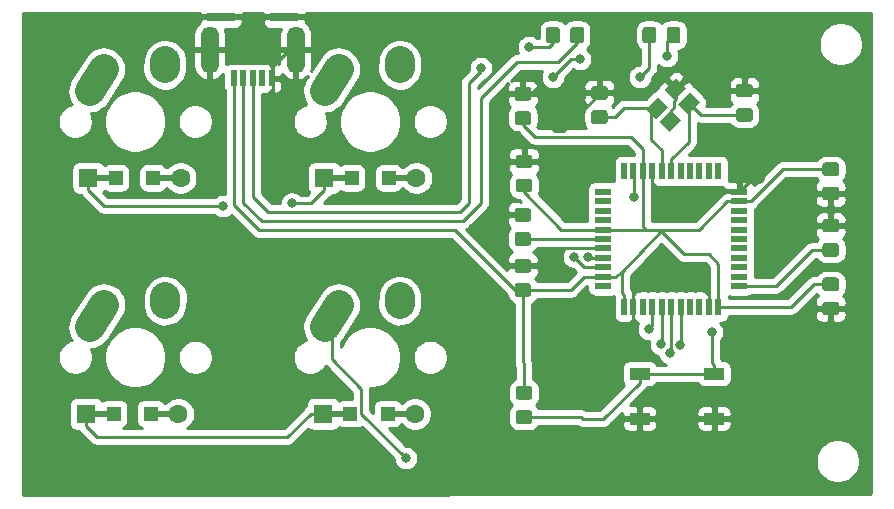
<source format=gbl>
G04 #@! TF.GenerationSoftware,KiCad,Pcbnew,(5.1.5)-3*
G04 #@! TF.CreationDate,2020-04-12T12:06:53+02:00*
G04 #@! TF.ProjectId,4Keys,344b6579-732e-46b6-9963-61645f706362,rev?*
G04 #@! TF.SameCoordinates,Original*
G04 #@! TF.FileFunction,Copper,L2,Bot*
G04 #@! TF.FilePolarity,Positive*
%FSLAX46Y46*%
G04 Gerber Fmt 4.6, Leading zero omitted, Abs format (unit mm)*
G04 Created by KiCad (PCBNEW (5.1.5)-3) date 2020-04-12 12:06:53*
%MOMM*%
%LPD*%
G04 APERTURE LIST*
%ADD10C,0.100000*%
%ADD11R,1.200000X1.200000*%
%ADD12R,1.600000X1.600000*%
%ADD13C,1.600000*%
%ADD14R,2.500000X0.500000*%
%ADD15R,2.350000X0.800000*%
%ADD16R,0.500000X1.400000*%
%ADD17O,1.500000X4.000000*%
%ADD18C,2.500000*%
%ADD19R,1.700000X1.000000*%
%ADD20R,0.508000X1.473200*%
%ADD21R,1.473200X0.508000*%
%ADD22C,0.800000*%
%ADD23C,0.250000*%
%ADD24C,0.254000*%
G04 APERTURE END LIST*
G04 #@! TA.AperFunction,SMDPad,CuDef*
D10*
G36*
X151224505Y-53613704D02*
G01*
X151248773Y-53617304D01*
X151272572Y-53623265D01*
X151295671Y-53631530D01*
X151317850Y-53642020D01*
X151338893Y-53654632D01*
X151358599Y-53669247D01*
X151376777Y-53685723D01*
X151393253Y-53703901D01*
X151407868Y-53723607D01*
X151420480Y-53744650D01*
X151430970Y-53766829D01*
X151439235Y-53789928D01*
X151445196Y-53813727D01*
X151448796Y-53837995D01*
X151450000Y-53862499D01*
X151450000Y-54512501D01*
X151448796Y-54537005D01*
X151445196Y-54561273D01*
X151439235Y-54585072D01*
X151430970Y-54608171D01*
X151420480Y-54630350D01*
X151407868Y-54651393D01*
X151393253Y-54671099D01*
X151376777Y-54689277D01*
X151358599Y-54705753D01*
X151338893Y-54720368D01*
X151317850Y-54732980D01*
X151295671Y-54743470D01*
X151272572Y-54751735D01*
X151248773Y-54757696D01*
X151224505Y-54761296D01*
X151200001Y-54762500D01*
X150299999Y-54762500D01*
X150275495Y-54761296D01*
X150251227Y-54757696D01*
X150227428Y-54751735D01*
X150204329Y-54743470D01*
X150182150Y-54732980D01*
X150161107Y-54720368D01*
X150141401Y-54705753D01*
X150123223Y-54689277D01*
X150106747Y-54671099D01*
X150092132Y-54651393D01*
X150079520Y-54630350D01*
X150069030Y-54608171D01*
X150060765Y-54585072D01*
X150054804Y-54561273D01*
X150051204Y-54537005D01*
X150050000Y-54512501D01*
X150050000Y-53862499D01*
X150051204Y-53837995D01*
X150054804Y-53813727D01*
X150060765Y-53789928D01*
X150069030Y-53766829D01*
X150079520Y-53744650D01*
X150092132Y-53723607D01*
X150106747Y-53703901D01*
X150123223Y-53685723D01*
X150141401Y-53669247D01*
X150161107Y-53654632D01*
X150182150Y-53642020D01*
X150204329Y-53631530D01*
X150227428Y-53623265D01*
X150251227Y-53617304D01*
X150275495Y-53613704D01*
X150299999Y-53612500D01*
X151200001Y-53612500D01*
X151224505Y-53613704D01*
G37*
G04 #@! TD.AperFunction*
G04 #@! TA.AperFunction,SMDPad,CuDef*
G36*
X151224505Y-51563704D02*
G01*
X151248773Y-51567304D01*
X151272572Y-51573265D01*
X151295671Y-51581530D01*
X151317850Y-51592020D01*
X151338893Y-51604632D01*
X151358599Y-51619247D01*
X151376777Y-51635723D01*
X151393253Y-51653901D01*
X151407868Y-51673607D01*
X151420480Y-51694650D01*
X151430970Y-51716829D01*
X151439235Y-51739928D01*
X151445196Y-51763727D01*
X151448796Y-51787995D01*
X151450000Y-51812499D01*
X151450000Y-52462501D01*
X151448796Y-52487005D01*
X151445196Y-52511273D01*
X151439235Y-52535072D01*
X151430970Y-52558171D01*
X151420480Y-52580350D01*
X151407868Y-52601393D01*
X151393253Y-52621099D01*
X151376777Y-52639277D01*
X151358599Y-52655753D01*
X151338893Y-52670368D01*
X151317850Y-52682980D01*
X151295671Y-52693470D01*
X151272572Y-52701735D01*
X151248773Y-52707696D01*
X151224505Y-52711296D01*
X151200001Y-52712500D01*
X150299999Y-52712500D01*
X150275495Y-52711296D01*
X150251227Y-52707696D01*
X150227428Y-52701735D01*
X150204329Y-52693470D01*
X150182150Y-52682980D01*
X150161107Y-52670368D01*
X150141401Y-52655753D01*
X150123223Y-52639277D01*
X150106747Y-52621099D01*
X150092132Y-52601393D01*
X150079520Y-52580350D01*
X150069030Y-52558171D01*
X150060765Y-52535072D01*
X150054804Y-52511273D01*
X150051204Y-52487005D01*
X150050000Y-52462501D01*
X150050000Y-51812499D01*
X150051204Y-51787995D01*
X150054804Y-51763727D01*
X150060765Y-51739928D01*
X150069030Y-51716829D01*
X150079520Y-51694650D01*
X150092132Y-51673607D01*
X150106747Y-51653901D01*
X150123223Y-51635723D01*
X150141401Y-51619247D01*
X150161107Y-51604632D01*
X150182150Y-51592020D01*
X150204329Y-51581530D01*
X150227428Y-51573265D01*
X150251227Y-51567304D01*
X150275495Y-51563704D01*
X150299999Y-51562500D01*
X151200001Y-51562500D01*
X151224505Y-51563704D01*
G37*
G04 #@! TD.AperFunction*
G04 #@! TA.AperFunction,SMDPad,CuDef*
G36*
X163505755Y-51376204D02*
G01*
X163530023Y-51379804D01*
X163553822Y-51385765D01*
X163576921Y-51394030D01*
X163599100Y-51404520D01*
X163620143Y-51417132D01*
X163639849Y-51431747D01*
X163658027Y-51448223D01*
X163674503Y-51466401D01*
X163689118Y-51486107D01*
X163701730Y-51507150D01*
X163712220Y-51529329D01*
X163720485Y-51552428D01*
X163726446Y-51576227D01*
X163730046Y-51600495D01*
X163731250Y-51624999D01*
X163731250Y-52275001D01*
X163730046Y-52299505D01*
X163726446Y-52323773D01*
X163720485Y-52347572D01*
X163712220Y-52370671D01*
X163701730Y-52392850D01*
X163689118Y-52413893D01*
X163674503Y-52433599D01*
X163658027Y-52451777D01*
X163639849Y-52468253D01*
X163620143Y-52482868D01*
X163599100Y-52495480D01*
X163576921Y-52505970D01*
X163553822Y-52514235D01*
X163530023Y-52520196D01*
X163505755Y-52523796D01*
X163481251Y-52525000D01*
X162581249Y-52525000D01*
X162556745Y-52523796D01*
X162532477Y-52520196D01*
X162508678Y-52514235D01*
X162485579Y-52505970D01*
X162463400Y-52495480D01*
X162442357Y-52482868D01*
X162422651Y-52468253D01*
X162404473Y-52451777D01*
X162387997Y-52433599D01*
X162373382Y-52413893D01*
X162360770Y-52392850D01*
X162350280Y-52370671D01*
X162342015Y-52347572D01*
X162336054Y-52323773D01*
X162332454Y-52299505D01*
X162331250Y-52275001D01*
X162331250Y-51624999D01*
X162332454Y-51600495D01*
X162336054Y-51576227D01*
X162342015Y-51552428D01*
X162350280Y-51529329D01*
X162360770Y-51507150D01*
X162373382Y-51486107D01*
X162387997Y-51466401D01*
X162404473Y-51448223D01*
X162422651Y-51431747D01*
X162442357Y-51417132D01*
X162463400Y-51404520D01*
X162485579Y-51394030D01*
X162508678Y-51385765D01*
X162532477Y-51379804D01*
X162556745Y-51376204D01*
X162581249Y-51375000D01*
X163481251Y-51375000D01*
X163505755Y-51376204D01*
G37*
G04 #@! TD.AperFunction*
G04 #@! TA.AperFunction,SMDPad,CuDef*
G36*
X163505755Y-53426204D02*
G01*
X163530023Y-53429804D01*
X163553822Y-53435765D01*
X163576921Y-53444030D01*
X163599100Y-53454520D01*
X163620143Y-53467132D01*
X163639849Y-53481747D01*
X163658027Y-53498223D01*
X163674503Y-53516401D01*
X163689118Y-53536107D01*
X163701730Y-53557150D01*
X163712220Y-53579329D01*
X163720485Y-53602428D01*
X163726446Y-53626227D01*
X163730046Y-53650495D01*
X163731250Y-53674999D01*
X163731250Y-54325001D01*
X163730046Y-54349505D01*
X163726446Y-54373773D01*
X163720485Y-54397572D01*
X163712220Y-54420671D01*
X163701730Y-54442850D01*
X163689118Y-54463893D01*
X163674503Y-54483599D01*
X163658027Y-54501777D01*
X163639849Y-54518253D01*
X163620143Y-54532868D01*
X163599100Y-54545480D01*
X163576921Y-54555970D01*
X163553822Y-54564235D01*
X163530023Y-54570196D01*
X163505755Y-54573796D01*
X163481251Y-54575000D01*
X162581249Y-54575000D01*
X162556745Y-54573796D01*
X162532477Y-54570196D01*
X162508678Y-54564235D01*
X162485579Y-54555970D01*
X162463400Y-54545480D01*
X162442357Y-54532868D01*
X162422651Y-54518253D01*
X162404473Y-54501777D01*
X162387997Y-54483599D01*
X162373382Y-54463893D01*
X162360770Y-54442850D01*
X162350280Y-54420671D01*
X162342015Y-54397572D01*
X162336054Y-54373773D01*
X162332454Y-54349505D01*
X162331250Y-54325001D01*
X162331250Y-53674999D01*
X162332454Y-53650495D01*
X162336054Y-53626227D01*
X162342015Y-53602428D01*
X162350280Y-53579329D01*
X162360770Y-53557150D01*
X162373382Y-53536107D01*
X162387997Y-53516401D01*
X162404473Y-53498223D01*
X162422651Y-53481747D01*
X162442357Y-53467132D01*
X162463400Y-53454520D01*
X162485579Y-53444030D01*
X162508678Y-53435765D01*
X162532477Y-53429804D01*
X162556745Y-53426204D01*
X162581249Y-53425000D01*
X163481251Y-53425000D01*
X163505755Y-53426204D01*
G37*
G04 #@! TD.AperFunction*
G04 #@! TA.AperFunction,SMDPad,CuDef*
G36*
X170818255Y-67769954D02*
G01*
X170842523Y-67773554D01*
X170866322Y-67779515D01*
X170889421Y-67787780D01*
X170911600Y-67798270D01*
X170932643Y-67810882D01*
X170952349Y-67825497D01*
X170970527Y-67841973D01*
X170987003Y-67860151D01*
X171001618Y-67879857D01*
X171014230Y-67900900D01*
X171024720Y-67923079D01*
X171032985Y-67946178D01*
X171038946Y-67969977D01*
X171042546Y-67994245D01*
X171043750Y-68018749D01*
X171043750Y-68668751D01*
X171042546Y-68693255D01*
X171038946Y-68717523D01*
X171032985Y-68741322D01*
X171024720Y-68764421D01*
X171014230Y-68786600D01*
X171001618Y-68807643D01*
X170987003Y-68827349D01*
X170970527Y-68845527D01*
X170952349Y-68862003D01*
X170932643Y-68876618D01*
X170911600Y-68889230D01*
X170889421Y-68899720D01*
X170866322Y-68907985D01*
X170842523Y-68913946D01*
X170818255Y-68917546D01*
X170793751Y-68918750D01*
X169893749Y-68918750D01*
X169869245Y-68917546D01*
X169844977Y-68913946D01*
X169821178Y-68907985D01*
X169798079Y-68899720D01*
X169775900Y-68889230D01*
X169754857Y-68876618D01*
X169735151Y-68862003D01*
X169716973Y-68845527D01*
X169700497Y-68827349D01*
X169685882Y-68807643D01*
X169673270Y-68786600D01*
X169662780Y-68764421D01*
X169654515Y-68741322D01*
X169648554Y-68717523D01*
X169644954Y-68693255D01*
X169643750Y-68668751D01*
X169643750Y-68018749D01*
X169644954Y-67994245D01*
X169648554Y-67969977D01*
X169654515Y-67946178D01*
X169662780Y-67923079D01*
X169673270Y-67900900D01*
X169685882Y-67879857D01*
X169700497Y-67860151D01*
X169716973Y-67841973D01*
X169735151Y-67825497D01*
X169754857Y-67810882D01*
X169775900Y-67798270D01*
X169798079Y-67787780D01*
X169821178Y-67779515D01*
X169844977Y-67773554D01*
X169869245Y-67769954D01*
X169893749Y-67768750D01*
X170793751Y-67768750D01*
X170818255Y-67769954D01*
G37*
G04 #@! TD.AperFunction*
G04 #@! TA.AperFunction,SMDPad,CuDef*
G36*
X170818255Y-69819954D02*
G01*
X170842523Y-69823554D01*
X170866322Y-69829515D01*
X170889421Y-69837780D01*
X170911600Y-69848270D01*
X170932643Y-69860882D01*
X170952349Y-69875497D01*
X170970527Y-69891973D01*
X170987003Y-69910151D01*
X171001618Y-69929857D01*
X171014230Y-69950900D01*
X171024720Y-69973079D01*
X171032985Y-69996178D01*
X171038946Y-70019977D01*
X171042546Y-70044245D01*
X171043750Y-70068749D01*
X171043750Y-70718751D01*
X171042546Y-70743255D01*
X171038946Y-70767523D01*
X171032985Y-70791322D01*
X171024720Y-70814421D01*
X171014230Y-70836600D01*
X171001618Y-70857643D01*
X170987003Y-70877349D01*
X170970527Y-70895527D01*
X170952349Y-70912003D01*
X170932643Y-70926618D01*
X170911600Y-70939230D01*
X170889421Y-70949720D01*
X170866322Y-70957985D01*
X170842523Y-70963946D01*
X170818255Y-70967546D01*
X170793751Y-70968750D01*
X169893749Y-70968750D01*
X169869245Y-70967546D01*
X169844977Y-70963946D01*
X169821178Y-70957985D01*
X169798079Y-70949720D01*
X169775900Y-70939230D01*
X169754857Y-70926618D01*
X169735151Y-70912003D01*
X169716973Y-70895527D01*
X169700497Y-70877349D01*
X169685882Y-70857643D01*
X169673270Y-70836600D01*
X169662780Y-70814421D01*
X169654515Y-70791322D01*
X169648554Y-70767523D01*
X169644954Y-70743255D01*
X169643750Y-70718751D01*
X169643750Y-70068749D01*
X169644954Y-70044245D01*
X169648554Y-70019977D01*
X169654515Y-69996178D01*
X169662780Y-69973079D01*
X169673270Y-69950900D01*
X169685882Y-69929857D01*
X169700497Y-69910151D01*
X169716973Y-69891973D01*
X169735151Y-69875497D01*
X169754857Y-69860882D01*
X169775900Y-69848270D01*
X169798079Y-69837780D01*
X169821178Y-69829515D01*
X169844977Y-69823554D01*
X169869245Y-69819954D01*
X169893749Y-69818750D01*
X170793751Y-69818750D01*
X170818255Y-69819954D01*
G37*
G04 #@! TD.AperFunction*
G04 #@! TA.AperFunction,SMDPad,CuDef*
G36*
X170818255Y-60076204D02*
G01*
X170842523Y-60079804D01*
X170866322Y-60085765D01*
X170889421Y-60094030D01*
X170911600Y-60104520D01*
X170932643Y-60117132D01*
X170952349Y-60131747D01*
X170970527Y-60148223D01*
X170987003Y-60166401D01*
X171001618Y-60186107D01*
X171014230Y-60207150D01*
X171024720Y-60229329D01*
X171032985Y-60252428D01*
X171038946Y-60276227D01*
X171042546Y-60300495D01*
X171043750Y-60324999D01*
X171043750Y-60975001D01*
X171042546Y-60999505D01*
X171038946Y-61023773D01*
X171032985Y-61047572D01*
X171024720Y-61070671D01*
X171014230Y-61092850D01*
X171001618Y-61113893D01*
X170987003Y-61133599D01*
X170970527Y-61151777D01*
X170952349Y-61168253D01*
X170932643Y-61182868D01*
X170911600Y-61195480D01*
X170889421Y-61205970D01*
X170866322Y-61214235D01*
X170842523Y-61220196D01*
X170818255Y-61223796D01*
X170793751Y-61225000D01*
X169893749Y-61225000D01*
X169869245Y-61223796D01*
X169844977Y-61220196D01*
X169821178Y-61214235D01*
X169798079Y-61205970D01*
X169775900Y-61195480D01*
X169754857Y-61182868D01*
X169735151Y-61168253D01*
X169716973Y-61151777D01*
X169700497Y-61133599D01*
X169685882Y-61113893D01*
X169673270Y-61092850D01*
X169662780Y-61070671D01*
X169654515Y-61047572D01*
X169648554Y-61023773D01*
X169644954Y-60999505D01*
X169643750Y-60975001D01*
X169643750Y-60324999D01*
X169644954Y-60300495D01*
X169648554Y-60276227D01*
X169654515Y-60252428D01*
X169662780Y-60229329D01*
X169673270Y-60207150D01*
X169685882Y-60186107D01*
X169700497Y-60166401D01*
X169716973Y-60148223D01*
X169735151Y-60131747D01*
X169754857Y-60117132D01*
X169775900Y-60104520D01*
X169798079Y-60094030D01*
X169821178Y-60085765D01*
X169844977Y-60079804D01*
X169869245Y-60076204D01*
X169893749Y-60075000D01*
X170793751Y-60075000D01*
X170818255Y-60076204D01*
G37*
G04 #@! TD.AperFunction*
G04 #@! TA.AperFunction,SMDPad,CuDef*
G36*
X170818255Y-58026204D02*
G01*
X170842523Y-58029804D01*
X170866322Y-58035765D01*
X170889421Y-58044030D01*
X170911600Y-58054520D01*
X170932643Y-58067132D01*
X170952349Y-58081747D01*
X170970527Y-58098223D01*
X170987003Y-58116401D01*
X171001618Y-58136107D01*
X171014230Y-58157150D01*
X171024720Y-58179329D01*
X171032985Y-58202428D01*
X171038946Y-58226227D01*
X171042546Y-58250495D01*
X171043750Y-58274999D01*
X171043750Y-58925001D01*
X171042546Y-58949505D01*
X171038946Y-58973773D01*
X171032985Y-58997572D01*
X171024720Y-59020671D01*
X171014230Y-59042850D01*
X171001618Y-59063893D01*
X170987003Y-59083599D01*
X170970527Y-59101777D01*
X170952349Y-59118253D01*
X170932643Y-59132868D01*
X170911600Y-59145480D01*
X170889421Y-59155970D01*
X170866322Y-59164235D01*
X170842523Y-59170196D01*
X170818255Y-59173796D01*
X170793751Y-59175000D01*
X169893749Y-59175000D01*
X169869245Y-59173796D01*
X169844977Y-59170196D01*
X169821178Y-59164235D01*
X169798079Y-59155970D01*
X169775900Y-59145480D01*
X169754857Y-59132868D01*
X169735151Y-59118253D01*
X169716973Y-59101777D01*
X169700497Y-59083599D01*
X169685882Y-59063893D01*
X169673270Y-59042850D01*
X169662780Y-59020671D01*
X169654515Y-58997572D01*
X169648554Y-58973773D01*
X169644954Y-58949505D01*
X169643750Y-58925001D01*
X169643750Y-58274999D01*
X169644954Y-58250495D01*
X169648554Y-58226227D01*
X169654515Y-58202428D01*
X169662780Y-58179329D01*
X169673270Y-58157150D01*
X169685882Y-58136107D01*
X169700497Y-58116401D01*
X169716973Y-58098223D01*
X169735151Y-58081747D01*
X169754857Y-58067132D01*
X169775900Y-58054520D01*
X169798079Y-58044030D01*
X169821178Y-58035765D01*
X169844977Y-58029804D01*
X169869245Y-58026204D01*
X169893749Y-58025000D01*
X170793751Y-58025000D01*
X170818255Y-58026204D01*
G37*
G04 #@! TD.AperFunction*
G04 #@! TA.AperFunction,SMDPad,CuDef*
G36*
X144849505Y-59413704D02*
G01*
X144873773Y-59417304D01*
X144897572Y-59423265D01*
X144920671Y-59431530D01*
X144942850Y-59442020D01*
X144963893Y-59454632D01*
X144983599Y-59469247D01*
X145001777Y-59485723D01*
X145018253Y-59503901D01*
X145032868Y-59523607D01*
X145045480Y-59544650D01*
X145055970Y-59566829D01*
X145064235Y-59589928D01*
X145070196Y-59613727D01*
X145073796Y-59637995D01*
X145075000Y-59662499D01*
X145075000Y-60312501D01*
X145073796Y-60337005D01*
X145070196Y-60361273D01*
X145064235Y-60385072D01*
X145055970Y-60408171D01*
X145045480Y-60430350D01*
X145032868Y-60451393D01*
X145018253Y-60471099D01*
X145001777Y-60489277D01*
X144983599Y-60505753D01*
X144963893Y-60520368D01*
X144942850Y-60532980D01*
X144920671Y-60543470D01*
X144897572Y-60551735D01*
X144873773Y-60557696D01*
X144849505Y-60561296D01*
X144825001Y-60562500D01*
X143924999Y-60562500D01*
X143900495Y-60561296D01*
X143876227Y-60557696D01*
X143852428Y-60551735D01*
X143829329Y-60543470D01*
X143807150Y-60532980D01*
X143786107Y-60520368D01*
X143766401Y-60505753D01*
X143748223Y-60489277D01*
X143731747Y-60471099D01*
X143717132Y-60451393D01*
X143704520Y-60430350D01*
X143694030Y-60408171D01*
X143685765Y-60385072D01*
X143679804Y-60361273D01*
X143676204Y-60337005D01*
X143675000Y-60312501D01*
X143675000Y-59662499D01*
X143676204Y-59637995D01*
X143679804Y-59613727D01*
X143685765Y-59589928D01*
X143694030Y-59566829D01*
X143704520Y-59544650D01*
X143717132Y-59523607D01*
X143731747Y-59503901D01*
X143748223Y-59485723D01*
X143766401Y-59469247D01*
X143786107Y-59454632D01*
X143807150Y-59442020D01*
X143829329Y-59431530D01*
X143852428Y-59423265D01*
X143876227Y-59417304D01*
X143900495Y-59413704D01*
X143924999Y-59412500D01*
X144825001Y-59412500D01*
X144849505Y-59413704D01*
G37*
G04 #@! TD.AperFunction*
G04 #@! TA.AperFunction,SMDPad,CuDef*
G36*
X144849505Y-57363704D02*
G01*
X144873773Y-57367304D01*
X144897572Y-57373265D01*
X144920671Y-57381530D01*
X144942850Y-57392020D01*
X144963893Y-57404632D01*
X144983599Y-57419247D01*
X145001777Y-57435723D01*
X145018253Y-57453901D01*
X145032868Y-57473607D01*
X145045480Y-57494650D01*
X145055970Y-57516829D01*
X145064235Y-57539928D01*
X145070196Y-57563727D01*
X145073796Y-57587995D01*
X145075000Y-57612499D01*
X145075000Y-58262501D01*
X145073796Y-58287005D01*
X145070196Y-58311273D01*
X145064235Y-58335072D01*
X145055970Y-58358171D01*
X145045480Y-58380350D01*
X145032868Y-58401393D01*
X145018253Y-58421099D01*
X145001777Y-58439277D01*
X144983599Y-58455753D01*
X144963893Y-58470368D01*
X144942850Y-58482980D01*
X144920671Y-58493470D01*
X144897572Y-58501735D01*
X144873773Y-58507696D01*
X144849505Y-58511296D01*
X144825001Y-58512500D01*
X143924999Y-58512500D01*
X143900495Y-58511296D01*
X143876227Y-58507696D01*
X143852428Y-58501735D01*
X143829329Y-58493470D01*
X143807150Y-58482980D01*
X143786107Y-58470368D01*
X143766401Y-58455753D01*
X143748223Y-58439277D01*
X143731747Y-58421099D01*
X143717132Y-58401393D01*
X143704520Y-58380350D01*
X143694030Y-58358171D01*
X143685765Y-58335072D01*
X143679804Y-58311273D01*
X143676204Y-58287005D01*
X143675000Y-58262501D01*
X143675000Y-57612499D01*
X143676204Y-57587995D01*
X143679804Y-57563727D01*
X143685765Y-57539928D01*
X143694030Y-57516829D01*
X143704520Y-57494650D01*
X143717132Y-57473607D01*
X143731747Y-57453901D01*
X143748223Y-57435723D01*
X143766401Y-57419247D01*
X143786107Y-57404632D01*
X143807150Y-57392020D01*
X143829329Y-57381530D01*
X143852428Y-57373265D01*
X143876227Y-57367304D01*
X143900495Y-57363704D01*
X143924999Y-57362500D01*
X144825001Y-57362500D01*
X144849505Y-57363704D01*
G37*
G04 #@! TD.AperFunction*
G04 #@! TA.AperFunction,SMDPad,CuDef*
G36*
X144755755Y-51651204D02*
G01*
X144780023Y-51654804D01*
X144803822Y-51660765D01*
X144826921Y-51669030D01*
X144849100Y-51679520D01*
X144870143Y-51692132D01*
X144889849Y-51706747D01*
X144908027Y-51723223D01*
X144924503Y-51741401D01*
X144939118Y-51761107D01*
X144951730Y-51782150D01*
X144962220Y-51804329D01*
X144970485Y-51827428D01*
X144976446Y-51851227D01*
X144980046Y-51875495D01*
X144981250Y-51899999D01*
X144981250Y-52550001D01*
X144980046Y-52574505D01*
X144976446Y-52598773D01*
X144970485Y-52622572D01*
X144962220Y-52645671D01*
X144951730Y-52667850D01*
X144939118Y-52688893D01*
X144924503Y-52708599D01*
X144908027Y-52726777D01*
X144889849Y-52743253D01*
X144870143Y-52757868D01*
X144849100Y-52770480D01*
X144826921Y-52780970D01*
X144803822Y-52789235D01*
X144780023Y-52795196D01*
X144755755Y-52798796D01*
X144731251Y-52800000D01*
X143831249Y-52800000D01*
X143806745Y-52798796D01*
X143782477Y-52795196D01*
X143758678Y-52789235D01*
X143735579Y-52780970D01*
X143713400Y-52770480D01*
X143692357Y-52757868D01*
X143672651Y-52743253D01*
X143654473Y-52726777D01*
X143637997Y-52708599D01*
X143623382Y-52688893D01*
X143610770Y-52667850D01*
X143600280Y-52645671D01*
X143592015Y-52622572D01*
X143586054Y-52598773D01*
X143582454Y-52574505D01*
X143581250Y-52550001D01*
X143581250Y-51899999D01*
X143582454Y-51875495D01*
X143586054Y-51851227D01*
X143592015Y-51827428D01*
X143600280Y-51804329D01*
X143610770Y-51782150D01*
X143623382Y-51761107D01*
X143637997Y-51741401D01*
X143654473Y-51723223D01*
X143672651Y-51706747D01*
X143692357Y-51692132D01*
X143713400Y-51679520D01*
X143735579Y-51669030D01*
X143758678Y-51660765D01*
X143782477Y-51654804D01*
X143806745Y-51651204D01*
X143831249Y-51650000D01*
X144731251Y-51650000D01*
X144755755Y-51651204D01*
G37*
G04 #@! TD.AperFunction*
G04 #@! TA.AperFunction,SMDPad,CuDef*
G36*
X144755755Y-53701204D02*
G01*
X144780023Y-53704804D01*
X144803822Y-53710765D01*
X144826921Y-53719030D01*
X144849100Y-53729520D01*
X144870143Y-53742132D01*
X144889849Y-53756747D01*
X144908027Y-53773223D01*
X144924503Y-53791401D01*
X144939118Y-53811107D01*
X144951730Y-53832150D01*
X144962220Y-53854329D01*
X144970485Y-53877428D01*
X144976446Y-53901227D01*
X144980046Y-53925495D01*
X144981250Y-53949999D01*
X144981250Y-54600001D01*
X144980046Y-54624505D01*
X144976446Y-54648773D01*
X144970485Y-54672572D01*
X144962220Y-54695671D01*
X144951730Y-54717850D01*
X144939118Y-54738893D01*
X144924503Y-54758599D01*
X144908027Y-54776777D01*
X144889849Y-54793253D01*
X144870143Y-54807868D01*
X144849100Y-54820480D01*
X144826921Y-54830970D01*
X144803822Y-54839235D01*
X144780023Y-54845196D01*
X144755755Y-54848796D01*
X144731251Y-54850000D01*
X143831249Y-54850000D01*
X143806745Y-54848796D01*
X143782477Y-54845196D01*
X143758678Y-54839235D01*
X143735579Y-54830970D01*
X143713400Y-54820480D01*
X143692357Y-54807868D01*
X143672651Y-54793253D01*
X143654473Y-54776777D01*
X143637997Y-54758599D01*
X143623382Y-54738893D01*
X143610770Y-54717850D01*
X143600280Y-54695671D01*
X143592015Y-54672572D01*
X143586054Y-54648773D01*
X143582454Y-54624505D01*
X143581250Y-54600001D01*
X143581250Y-53949999D01*
X143582454Y-53925495D01*
X143586054Y-53901227D01*
X143592015Y-53877428D01*
X143600280Y-53854329D01*
X143610770Y-53832150D01*
X143623382Y-53811107D01*
X143637997Y-53791401D01*
X143654473Y-53773223D01*
X143672651Y-53756747D01*
X143692357Y-53742132D01*
X143713400Y-53729520D01*
X143735579Y-53719030D01*
X143758678Y-53710765D01*
X143782477Y-53704804D01*
X143806745Y-53701204D01*
X143831249Y-53700000D01*
X144731251Y-53700000D01*
X144755755Y-53701204D01*
G37*
G04 #@! TD.AperFunction*
G04 #@! TA.AperFunction,SMDPad,CuDef*
G36*
X144746505Y-68260204D02*
G01*
X144770773Y-68263804D01*
X144794572Y-68269765D01*
X144817671Y-68278030D01*
X144839850Y-68288520D01*
X144860893Y-68301132D01*
X144880599Y-68315747D01*
X144898777Y-68332223D01*
X144915253Y-68350401D01*
X144929868Y-68370107D01*
X144942480Y-68391150D01*
X144952970Y-68413329D01*
X144961235Y-68436428D01*
X144967196Y-68460227D01*
X144970796Y-68484495D01*
X144972000Y-68508999D01*
X144972000Y-69159001D01*
X144970796Y-69183505D01*
X144967196Y-69207773D01*
X144961235Y-69231572D01*
X144952970Y-69254671D01*
X144942480Y-69276850D01*
X144929868Y-69297893D01*
X144915253Y-69317599D01*
X144898777Y-69335777D01*
X144880599Y-69352253D01*
X144860893Y-69366868D01*
X144839850Y-69379480D01*
X144817671Y-69389970D01*
X144794572Y-69398235D01*
X144770773Y-69404196D01*
X144746505Y-69407796D01*
X144722001Y-69409000D01*
X143821999Y-69409000D01*
X143797495Y-69407796D01*
X143773227Y-69404196D01*
X143749428Y-69398235D01*
X143726329Y-69389970D01*
X143704150Y-69379480D01*
X143683107Y-69366868D01*
X143663401Y-69352253D01*
X143645223Y-69335777D01*
X143628747Y-69317599D01*
X143614132Y-69297893D01*
X143601520Y-69276850D01*
X143591030Y-69254671D01*
X143582765Y-69231572D01*
X143576804Y-69207773D01*
X143573204Y-69183505D01*
X143572000Y-69159001D01*
X143572000Y-68508999D01*
X143573204Y-68484495D01*
X143576804Y-68460227D01*
X143582765Y-68436428D01*
X143591030Y-68413329D01*
X143601520Y-68391150D01*
X143614132Y-68370107D01*
X143628747Y-68350401D01*
X143645223Y-68332223D01*
X143663401Y-68315747D01*
X143683107Y-68301132D01*
X143704150Y-68288520D01*
X143726329Y-68278030D01*
X143749428Y-68269765D01*
X143773227Y-68263804D01*
X143797495Y-68260204D01*
X143821999Y-68259000D01*
X144722001Y-68259000D01*
X144746505Y-68260204D01*
G37*
G04 #@! TD.AperFunction*
G04 #@! TA.AperFunction,SMDPad,CuDef*
G36*
X144746505Y-66210204D02*
G01*
X144770773Y-66213804D01*
X144794572Y-66219765D01*
X144817671Y-66228030D01*
X144839850Y-66238520D01*
X144860893Y-66251132D01*
X144880599Y-66265747D01*
X144898777Y-66282223D01*
X144915253Y-66300401D01*
X144929868Y-66320107D01*
X144942480Y-66341150D01*
X144952970Y-66363329D01*
X144961235Y-66386428D01*
X144967196Y-66410227D01*
X144970796Y-66434495D01*
X144972000Y-66458999D01*
X144972000Y-67109001D01*
X144970796Y-67133505D01*
X144967196Y-67157773D01*
X144961235Y-67181572D01*
X144952970Y-67204671D01*
X144942480Y-67226850D01*
X144929868Y-67247893D01*
X144915253Y-67267599D01*
X144898777Y-67285777D01*
X144880599Y-67302253D01*
X144860893Y-67316868D01*
X144839850Y-67329480D01*
X144817671Y-67339970D01*
X144794572Y-67348235D01*
X144770773Y-67354196D01*
X144746505Y-67357796D01*
X144722001Y-67359000D01*
X143821999Y-67359000D01*
X143797495Y-67357796D01*
X143773227Y-67354196D01*
X143749428Y-67348235D01*
X143726329Y-67339970D01*
X143704150Y-67329480D01*
X143683107Y-67316868D01*
X143663401Y-67302253D01*
X143645223Y-67285777D01*
X143628747Y-67267599D01*
X143614132Y-67247893D01*
X143601520Y-67226850D01*
X143591030Y-67204671D01*
X143582765Y-67181572D01*
X143576804Y-67157773D01*
X143573204Y-67133505D01*
X143572000Y-67109001D01*
X143572000Y-66458999D01*
X143573204Y-66434495D01*
X143576804Y-66410227D01*
X143582765Y-66386428D01*
X143591030Y-66363329D01*
X143601520Y-66341150D01*
X143614132Y-66320107D01*
X143628747Y-66300401D01*
X143645223Y-66282223D01*
X143663401Y-66265747D01*
X143683107Y-66251132D01*
X143704150Y-66238520D01*
X143726329Y-66228030D01*
X143749428Y-66219765D01*
X143773227Y-66213804D01*
X143797495Y-66210204D01*
X143821999Y-66209000D01*
X144722001Y-66209000D01*
X144746505Y-66210204D01*
G37*
G04 #@! TD.AperFunction*
G04 #@! TA.AperFunction,SMDPad,CuDef*
G36*
X144746505Y-61892204D02*
G01*
X144770773Y-61895804D01*
X144794572Y-61901765D01*
X144817671Y-61910030D01*
X144839850Y-61920520D01*
X144860893Y-61933132D01*
X144880599Y-61947747D01*
X144898777Y-61964223D01*
X144915253Y-61982401D01*
X144929868Y-62002107D01*
X144942480Y-62023150D01*
X144952970Y-62045329D01*
X144961235Y-62068428D01*
X144967196Y-62092227D01*
X144970796Y-62116495D01*
X144972000Y-62140999D01*
X144972000Y-62791001D01*
X144970796Y-62815505D01*
X144967196Y-62839773D01*
X144961235Y-62863572D01*
X144952970Y-62886671D01*
X144942480Y-62908850D01*
X144929868Y-62929893D01*
X144915253Y-62949599D01*
X144898777Y-62967777D01*
X144880599Y-62984253D01*
X144860893Y-62998868D01*
X144839850Y-63011480D01*
X144817671Y-63021970D01*
X144794572Y-63030235D01*
X144770773Y-63036196D01*
X144746505Y-63039796D01*
X144722001Y-63041000D01*
X143821999Y-63041000D01*
X143797495Y-63039796D01*
X143773227Y-63036196D01*
X143749428Y-63030235D01*
X143726329Y-63021970D01*
X143704150Y-63011480D01*
X143683107Y-62998868D01*
X143663401Y-62984253D01*
X143645223Y-62967777D01*
X143628747Y-62949599D01*
X143614132Y-62929893D01*
X143601520Y-62908850D01*
X143591030Y-62886671D01*
X143582765Y-62863572D01*
X143576804Y-62839773D01*
X143573204Y-62815505D01*
X143572000Y-62791001D01*
X143572000Y-62140999D01*
X143573204Y-62116495D01*
X143576804Y-62092227D01*
X143582765Y-62068428D01*
X143591030Y-62045329D01*
X143601520Y-62023150D01*
X143614132Y-62002107D01*
X143628747Y-61982401D01*
X143645223Y-61964223D01*
X143663401Y-61947747D01*
X143683107Y-61933132D01*
X143704150Y-61920520D01*
X143726329Y-61910030D01*
X143749428Y-61901765D01*
X143773227Y-61895804D01*
X143797495Y-61892204D01*
X143821999Y-61891000D01*
X144722001Y-61891000D01*
X144746505Y-61892204D01*
G37*
G04 #@! TD.AperFunction*
G04 #@! TA.AperFunction,SMDPad,CuDef*
G36*
X144746505Y-63942204D02*
G01*
X144770773Y-63945804D01*
X144794572Y-63951765D01*
X144817671Y-63960030D01*
X144839850Y-63970520D01*
X144860893Y-63983132D01*
X144880599Y-63997747D01*
X144898777Y-64014223D01*
X144915253Y-64032401D01*
X144929868Y-64052107D01*
X144942480Y-64073150D01*
X144952970Y-64095329D01*
X144961235Y-64118428D01*
X144967196Y-64142227D01*
X144970796Y-64166495D01*
X144972000Y-64190999D01*
X144972000Y-64841001D01*
X144970796Y-64865505D01*
X144967196Y-64889773D01*
X144961235Y-64913572D01*
X144952970Y-64936671D01*
X144942480Y-64958850D01*
X144929868Y-64979893D01*
X144915253Y-64999599D01*
X144898777Y-65017777D01*
X144880599Y-65034253D01*
X144860893Y-65048868D01*
X144839850Y-65061480D01*
X144817671Y-65071970D01*
X144794572Y-65080235D01*
X144770773Y-65086196D01*
X144746505Y-65089796D01*
X144722001Y-65091000D01*
X143821999Y-65091000D01*
X143797495Y-65089796D01*
X143773227Y-65086196D01*
X143749428Y-65080235D01*
X143726329Y-65071970D01*
X143704150Y-65061480D01*
X143683107Y-65048868D01*
X143663401Y-65034253D01*
X143645223Y-65017777D01*
X143628747Y-64999599D01*
X143614132Y-64979893D01*
X143601520Y-64958850D01*
X143591030Y-64936671D01*
X143582765Y-64913572D01*
X143576804Y-64889773D01*
X143573204Y-64865505D01*
X143572000Y-64841001D01*
X143572000Y-64190999D01*
X143573204Y-64166495D01*
X143576804Y-64142227D01*
X143582765Y-64118428D01*
X143591030Y-64095329D01*
X143601520Y-64073150D01*
X143614132Y-64052107D01*
X143628747Y-64032401D01*
X143645223Y-64014223D01*
X143663401Y-63997747D01*
X143683107Y-63983132D01*
X143704150Y-63970520D01*
X143726329Y-63960030D01*
X143749428Y-63951765D01*
X143773227Y-63945804D01*
X143797495Y-63942204D01*
X143821999Y-63941000D01*
X144722001Y-63941000D01*
X144746505Y-63942204D01*
G37*
G04 #@! TD.AperFunction*
D11*
X112968750Y-59343750D03*
X109818750Y-59343750D03*
D12*
X107493750Y-59343750D03*
D13*
X115293750Y-59343750D03*
D14*
X108693750Y-59343750D03*
X114093750Y-59343750D03*
D11*
X112781250Y-79312500D03*
X109631250Y-79312500D03*
D12*
X107306250Y-79312500D03*
D13*
X115106250Y-79312500D03*
D14*
X108506250Y-79312500D03*
X113906250Y-79312500D03*
X134062500Y-59343750D03*
X128662500Y-59343750D03*
D13*
X135262500Y-59343750D03*
D12*
X127462500Y-59343750D03*
D11*
X129787500Y-59343750D03*
X132937500Y-59343750D03*
D14*
X133950000Y-79312500D03*
X128550000Y-79312500D03*
D13*
X135150000Y-79312500D03*
D12*
X127350000Y-79312500D03*
D11*
X129675000Y-79312500D03*
X132825000Y-79312500D03*
D15*
X124081250Y-45706250D03*
X118731250Y-45706250D03*
D16*
X119806250Y-50906250D03*
X120606250Y-50906250D03*
X121406250Y-50906250D03*
X122206250Y-50906250D03*
X123006250Y-50906250D03*
D17*
X117756250Y-48506250D03*
X125056250Y-48506250D03*
D18*
X113990974Y-49483172D02*
X113951526Y-50061828D01*
X108800712Y-50093685D02*
X107591788Y-51991315D01*
X108818212Y-70062435D02*
X107609288Y-71960065D01*
X114008474Y-69451922D02*
X113969026Y-70030578D01*
X128693212Y-50093685D02*
X127484288Y-51991315D01*
X133883474Y-49483172D02*
X133844026Y-50061828D01*
X133883474Y-69451922D02*
X133844026Y-70030578D01*
X128693212Y-70062435D02*
X127484288Y-71960065D01*
G04 #@! TA.AperFunction,SMDPad,CuDef*
D10*
G36*
X144849505Y-76963704D02*
G01*
X144873773Y-76967304D01*
X144897572Y-76973265D01*
X144920671Y-76981530D01*
X144942850Y-76992020D01*
X144963893Y-77004632D01*
X144983599Y-77019247D01*
X145001777Y-77035723D01*
X145018253Y-77053901D01*
X145032868Y-77073607D01*
X145045480Y-77094650D01*
X145055970Y-77116829D01*
X145064235Y-77139928D01*
X145070196Y-77163727D01*
X145073796Y-77187995D01*
X145075000Y-77212499D01*
X145075000Y-77862501D01*
X145073796Y-77887005D01*
X145070196Y-77911273D01*
X145064235Y-77935072D01*
X145055970Y-77958171D01*
X145045480Y-77980350D01*
X145032868Y-78001393D01*
X145018253Y-78021099D01*
X145001777Y-78039277D01*
X144983599Y-78055753D01*
X144963893Y-78070368D01*
X144942850Y-78082980D01*
X144920671Y-78093470D01*
X144897572Y-78101735D01*
X144873773Y-78107696D01*
X144849505Y-78111296D01*
X144825001Y-78112500D01*
X143924999Y-78112500D01*
X143900495Y-78111296D01*
X143876227Y-78107696D01*
X143852428Y-78101735D01*
X143829329Y-78093470D01*
X143807150Y-78082980D01*
X143786107Y-78070368D01*
X143766401Y-78055753D01*
X143748223Y-78039277D01*
X143731747Y-78021099D01*
X143717132Y-78001393D01*
X143704520Y-77980350D01*
X143694030Y-77958171D01*
X143685765Y-77935072D01*
X143679804Y-77911273D01*
X143676204Y-77887005D01*
X143675000Y-77862501D01*
X143675000Y-77212499D01*
X143676204Y-77187995D01*
X143679804Y-77163727D01*
X143685765Y-77139928D01*
X143694030Y-77116829D01*
X143704520Y-77094650D01*
X143717132Y-77073607D01*
X143731747Y-77053901D01*
X143748223Y-77035723D01*
X143766401Y-77019247D01*
X143786107Y-77004632D01*
X143807150Y-76992020D01*
X143829329Y-76981530D01*
X143852428Y-76973265D01*
X143876227Y-76967304D01*
X143900495Y-76963704D01*
X143924999Y-76962500D01*
X144825001Y-76962500D01*
X144849505Y-76963704D01*
G37*
G04 #@! TD.AperFunction*
G04 #@! TA.AperFunction,SMDPad,CuDef*
G36*
X144849505Y-79013704D02*
G01*
X144873773Y-79017304D01*
X144897572Y-79023265D01*
X144920671Y-79031530D01*
X144942850Y-79042020D01*
X144963893Y-79054632D01*
X144983599Y-79069247D01*
X145001777Y-79085723D01*
X145018253Y-79103901D01*
X145032868Y-79123607D01*
X145045480Y-79144650D01*
X145055970Y-79166829D01*
X145064235Y-79189928D01*
X145070196Y-79213727D01*
X145073796Y-79237995D01*
X145075000Y-79262499D01*
X145075000Y-79912501D01*
X145073796Y-79937005D01*
X145070196Y-79961273D01*
X145064235Y-79985072D01*
X145055970Y-80008171D01*
X145045480Y-80030350D01*
X145032868Y-80051393D01*
X145018253Y-80071099D01*
X145001777Y-80089277D01*
X144983599Y-80105753D01*
X144963893Y-80120368D01*
X144942850Y-80132980D01*
X144920671Y-80143470D01*
X144897572Y-80151735D01*
X144873773Y-80157696D01*
X144849505Y-80161296D01*
X144825001Y-80162500D01*
X143924999Y-80162500D01*
X143900495Y-80161296D01*
X143876227Y-80157696D01*
X143852428Y-80151735D01*
X143829329Y-80143470D01*
X143807150Y-80132980D01*
X143786107Y-80120368D01*
X143766401Y-80105753D01*
X143748223Y-80089277D01*
X143731747Y-80071099D01*
X143717132Y-80051393D01*
X143704520Y-80030350D01*
X143694030Y-80008171D01*
X143685765Y-79985072D01*
X143679804Y-79961273D01*
X143676204Y-79937005D01*
X143675000Y-79912501D01*
X143675000Y-79262499D01*
X143676204Y-79237995D01*
X143679804Y-79213727D01*
X143685765Y-79189928D01*
X143694030Y-79166829D01*
X143704520Y-79144650D01*
X143717132Y-79123607D01*
X143731747Y-79103901D01*
X143748223Y-79085723D01*
X143766401Y-79069247D01*
X143786107Y-79054632D01*
X143807150Y-79042020D01*
X143829329Y-79031530D01*
X143852428Y-79023265D01*
X143876227Y-79017304D01*
X143900495Y-79013704D01*
X143924999Y-79012500D01*
X144825001Y-79012500D01*
X144849505Y-79013704D01*
G37*
G04 #@! TD.AperFunction*
G04 #@! TA.AperFunction,SMDPad,CuDef*
G36*
X170818255Y-62807454D02*
G01*
X170842523Y-62811054D01*
X170866322Y-62817015D01*
X170889421Y-62825280D01*
X170911600Y-62835770D01*
X170932643Y-62848382D01*
X170952349Y-62862997D01*
X170970527Y-62879473D01*
X170987003Y-62897651D01*
X171001618Y-62917357D01*
X171014230Y-62938400D01*
X171024720Y-62960579D01*
X171032985Y-62983678D01*
X171038946Y-63007477D01*
X171042546Y-63031745D01*
X171043750Y-63056249D01*
X171043750Y-63706251D01*
X171042546Y-63730755D01*
X171038946Y-63755023D01*
X171032985Y-63778822D01*
X171024720Y-63801921D01*
X171014230Y-63824100D01*
X171001618Y-63845143D01*
X170987003Y-63864849D01*
X170970527Y-63883027D01*
X170952349Y-63899503D01*
X170932643Y-63914118D01*
X170911600Y-63926730D01*
X170889421Y-63937220D01*
X170866322Y-63945485D01*
X170842523Y-63951446D01*
X170818255Y-63955046D01*
X170793751Y-63956250D01*
X169893749Y-63956250D01*
X169869245Y-63955046D01*
X169844977Y-63951446D01*
X169821178Y-63945485D01*
X169798079Y-63937220D01*
X169775900Y-63926730D01*
X169754857Y-63914118D01*
X169735151Y-63899503D01*
X169716973Y-63883027D01*
X169700497Y-63864849D01*
X169685882Y-63845143D01*
X169673270Y-63824100D01*
X169662780Y-63801921D01*
X169654515Y-63778822D01*
X169648554Y-63755023D01*
X169644954Y-63730755D01*
X169643750Y-63706251D01*
X169643750Y-63056249D01*
X169644954Y-63031745D01*
X169648554Y-63007477D01*
X169654515Y-62983678D01*
X169662780Y-62960579D01*
X169673270Y-62938400D01*
X169685882Y-62917357D01*
X169700497Y-62897651D01*
X169716973Y-62879473D01*
X169735151Y-62862997D01*
X169754857Y-62848382D01*
X169775900Y-62835770D01*
X169798079Y-62825280D01*
X169821178Y-62817015D01*
X169844977Y-62811054D01*
X169869245Y-62807454D01*
X169893749Y-62806250D01*
X170793751Y-62806250D01*
X170818255Y-62807454D01*
G37*
G04 #@! TD.AperFunction*
G04 #@! TA.AperFunction,SMDPad,CuDef*
G36*
X170818255Y-64857454D02*
G01*
X170842523Y-64861054D01*
X170866322Y-64867015D01*
X170889421Y-64875280D01*
X170911600Y-64885770D01*
X170932643Y-64898382D01*
X170952349Y-64912997D01*
X170970527Y-64929473D01*
X170987003Y-64947651D01*
X171001618Y-64967357D01*
X171014230Y-64988400D01*
X171024720Y-65010579D01*
X171032985Y-65033678D01*
X171038946Y-65057477D01*
X171042546Y-65081745D01*
X171043750Y-65106249D01*
X171043750Y-65756251D01*
X171042546Y-65780755D01*
X171038946Y-65805023D01*
X171032985Y-65828822D01*
X171024720Y-65851921D01*
X171014230Y-65874100D01*
X171001618Y-65895143D01*
X170987003Y-65914849D01*
X170970527Y-65933027D01*
X170952349Y-65949503D01*
X170932643Y-65964118D01*
X170911600Y-65976730D01*
X170889421Y-65987220D01*
X170866322Y-65995485D01*
X170842523Y-66001446D01*
X170818255Y-66005046D01*
X170793751Y-66006250D01*
X169893749Y-66006250D01*
X169869245Y-66005046D01*
X169844977Y-66001446D01*
X169821178Y-65995485D01*
X169798079Y-65987220D01*
X169775900Y-65976730D01*
X169754857Y-65964118D01*
X169735151Y-65949503D01*
X169716973Y-65933027D01*
X169700497Y-65914849D01*
X169685882Y-65895143D01*
X169673270Y-65874100D01*
X169662780Y-65851921D01*
X169654515Y-65828822D01*
X169648554Y-65805023D01*
X169644954Y-65780755D01*
X169643750Y-65756251D01*
X169643750Y-65106249D01*
X169644954Y-65081745D01*
X169648554Y-65057477D01*
X169654515Y-65033678D01*
X169662780Y-65010579D01*
X169673270Y-64988400D01*
X169685882Y-64967357D01*
X169700497Y-64947651D01*
X169716973Y-64929473D01*
X169735151Y-64912997D01*
X169754857Y-64898382D01*
X169775900Y-64885770D01*
X169798079Y-64875280D01*
X169821178Y-64867015D01*
X169844977Y-64861054D01*
X169869245Y-64857454D01*
X169893749Y-64856250D01*
X170793751Y-64856250D01*
X170818255Y-64857454D01*
G37*
G04 #@! TD.AperFunction*
G04 #@! TA.AperFunction,SMDPad,CuDef*
G36*
X147174505Y-46551204D02*
G01*
X147198773Y-46554804D01*
X147222572Y-46560765D01*
X147245671Y-46569030D01*
X147267850Y-46579520D01*
X147288893Y-46592132D01*
X147308599Y-46606747D01*
X147326777Y-46623223D01*
X147343253Y-46641401D01*
X147357868Y-46661107D01*
X147370480Y-46682150D01*
X147380970Y-46704329D01*
X147389235Y-46727428D01*
X147395196Y-46751227D01*
X147398796Y-46775495D01*
X147400000Y-46799999D01*
X147400000Y-47700001D01*
X147398796Y-47724505D01*
X147395196Y-47748773D01*
X147389235Y-47772572D01*
X147380970Y-47795671D01*
X147370480Y-47817850D01*
X147357868Y-47838893D01*
X147343253Y-47858599D01*
X147326777Y-47876777D01*
X147308599Y-47893253D01*
X147288893Y-47907868D01*
X147267850Y-47920480D01*
X147245671Y-47930970D01*
X147222572Y-47939235D01*
X147198773Y-47945196D01*
X147174505Y-47948796D01*
X147150001Y-47950000D01*
X146499999Y-47950000D01*
X146475495Y-47948796D01*
X146451227Y-47945196D01*
X146427428Y-47939235D01*
X146404329Y-47930970D01*
X146382150Y-47920480D01*
X146361107Y-47907868D01*
X146341401Y-47893253D01*
X146323223Y-47876777D01*
X146306747Y-47858599D01*
X146292132Y-47838893D01*
X146279520Y-47817850D01*
X146269030Y-47795671D01*
X146260765Y-47772572D01*
X146254804Y-47748773D01*
X146251204Y-47724505D01*
X146250000Y-47700001D01*
X146250000Y-46799999D01*
X146251204Y-46775495D01*
X146254804Y-46751227D01*
X146260765Y-46727428D01*
X146269030Y-46704329D01*
X146279520Y-46682150D01*
X146292132Y-46661107D01*
X146306747Y-46641401D01*
X146323223Y-46623223D01*
X146341401Y-46606747D01*
X146361107Y-46592132D01*
X146382150Y-46579520D01*
X146404329Y-46569030D01*
X146427428Y-46560765D01*
X146451227Y-46554804D01*
X146475495Y-46551204D01*
X146499999Y-46550000D01*
X147150001Y-46550000D01*
X147174505Y-46551204D01*
G37*
G04 #@! TD.AperFunction*
G04 #@! TA.AperFunction,SMDPad,CuDef*
G36*
X149224505Y-46551204D02*
G01*
X149248773Y-46554804D01*
X149272572Y-46560765D01*
X149295671Y-46569030D01*
X149317850Y-46579520D01*
X149338893Y-46592132D01*
X149358599Y-46606747D01*
X149376777Y-46623223D01*
X149393253Y-46641401D01*
X149407868Y-46661107D01*
X149420480Y-46682150D01*
X149430970Y-46704329D01*
X149439235Y-46727428D01*
X149445196Y-46751227D01*
X149448796Y-46775495D01*
X149450000Y-46799999D01*
X149450000Y-47700001D01*
X149448796Y-47724505D01*
X149445196Y-47748773D01*
X149439235Y-47772572D01*
X149430970Y-47795671D01*
X149420480Y-47817850D01*
X149407868Y-47838893D01*
X149393253Y-47858599D01*
X149376777Y-47876777D01*
X149358599Y-47893253D01*
X149338893Y-47907868D01*
X149317850Y-47920480D01*
X149295671Y-47930970D01*
X149272572Y-47939235D01*
X149248773Y-47945196D01*
X149224505Y-47948796D01*
X149200001Y-47950000D01*
X148549999Y-47950000D01*
X148525495Y-47948796D01*
X148501227Y-47945196D01*
X148477428Y-47939235D01*
X148454329Y-47930970D01*
X148432150Y-47920480D01*
X148411107Y-47907868D01*
X148391401Y-47893253D01*
X148373223Y-47876777D01*
X148356747Y-47858599D01*
X148342132Y-47838893D01*
X148329520Y-47817850D01*
X148319030Y-47795671D01*
X148310765Y-47772572D01*
X148304804Y-47748773D01*
X148301204Y-47724505D01*
X148300000Y-47700001D01*
X148300000Y-46799999D01*
X148301204Y-46775495D01*
X148304804Y-46751227D01*
X148310765Y-46727428D01*
X148319030Y-46704329D01*
X148329520Y-46682150D01*
X148342132Y-46661107D01*
X148356747Y-46641401D01*
X148373223Y-46623223D01*
X148391401Y-46606747D01*
X148411107Y-46592132D01*
X148432150Y-46579520D01*
X148454329Y-46569030D01*
X148477428Y-46560765D01*
X148501227Y-46554804D01*
X148525495Y-46551204D01*
X148549999Y-46550000D01*
X149200001Y-46550000D01*
X149224505Y-46551204D01*
G37*
G04 #@! TD.AperFunction*
G04 #@! TA.AperFunction,SMDPad,CuDef*
G36*
X157380755Y-46551204D02*
G01*
X157405023Y-46554804D01*
X157428822Y-46560765D01*
X157451921Y-46569030D01*
X157474100Y-46579520D01*
X157495143Y-46592132D01*
X157514849Y-46606747D01*
X157533027Y-46623223D01*
X157549503Y-46641401D01*
X157564118Y-46661107D01*
X157576730Y-46682150D01*
X157587220Y-46704329D01*
X157595485Y-46727428D01*
X157601446Y-46751227D01*
X157605046Y-46775495D01*
X157606250Y-46799999D01*
X157606250Y-47700001D01*
X157605046Y-47724505D01*
X157601446Y-47748773D01*
X157595485Y-47772572D01*
X157587220Y-47795671D01*
X157576730Y-47817850D01*
X157564118Y-47838893D01*
X157549503Y-47858599D01*
X157533027Y-47876777D01*
X157514849Y-47893253D01*
X157495143Y-47907868D01*
X157474100Y-47920480D01*
X157451921Y-47930970D01*
X157428822Y-47939235D01*
X157405023Y-47945196D01*
X157380755Y-47948796D01*
X157356251Y-47950000D01*
X156706249Y-47950000D01*
X156681745Y-47948796D01*
X156657477Y-47945196D01*
X156633678Y-47939235D01*
X156610579Y-47930970D01*
X156588400Y-47920480D01*
X156567357Y-47907868D01*
X156547651Y-47893253D01*
X156529473Y-47876777D01*
X156512997Y-47858599D01*
X156498382Y-47838893D01*
X156485770Y-47817850D01*
X156475280Y-47795671D01*
X156467015Y-47772572D01*
X156461054Y-47748773D01*
X156457454Y-47724505D01*
X156456250Y-47700001D01*
X156456250Y-46799999D01*
X156457454Y-46775495D01*
X156461054Y-46751227D01*
X156467015Y-46727428D01*
X156475280Y-46704329D01*
X156485770Y-46682150D01*
X156498382Y-46661107D01*
X156512997Y-46641401D01*
X156529473Y-46623223D01*
X156547651Y-46606747D01*
X156567357Y-46592132D01*
X156588400Y-46579520D01*
X156610579Y-46569030D01*
X156633678Y-46560765D01*
X156657477Y-46554804D01*
X156681745Y-46551204D01*
X156706249Y-46550000D01*
X157356251Y-46550000D01*
X157380755Y-46551204D01*
G37*
G04 #@! TD.AperFunction*
G04 #@! TA.AperFunction,SMDPad,CuDef*
G36*
X155330755Y-46551204D02*
G01*
X155355023Y-46554804D01*
X155378822Y-46560765D01*
X155401921Y-46569030D01*
X155424100Y-46579520D01*
X155445143Y-46592132D01*
X155464849Y-46606747D01*
X155483027Y-46623223D01*
X155499503Y-46641401D01*
X155514118Y-46661107D01*
X155526730Y-46682150D01*
X155537220Y-46704329D01*
X155545485Y-46727428D01*
X155551446Y-46751227D01*
X155555046Y-46775495D01*
X155556250Y-46799999D01*
X155556250Y-47700001D01*
X155555046Y-47724505D01*
X155551446Y-47748773D01*
X155545485Y-47772572D01*
X155537220Y-47795671D01*
X155526730Y-47817850D01*
X155514118Y-47838893D01*
X155499503Y-47858599D01*
X155483027Y-47876777D01*
X155464849Y-47893253D01*
X155445143Y-47907868D01*
X155424100Y-47920480D01*
X155401921Y-47930970D01*
X155378822Y-47939235D01*
X155355023Y-47945196D01*
X155330755Y-47948796D01*
X155306251Y-47950000D01*
X154656249Y-47950000D01*
X154631745Y-47948796D01*
X154607477Y-47945196D01*
X154583678Y-47939235D01*
X154560579Y-47930970D01*
X154538400Y-47920480D01*
X154517357Y-47907868D01*
X154497651Y-47893253D01*
X154479473Y-47876777D01*
X154462997Y-47858599D01*
X154448382Y-47838893D01*
X154435770Y-47817850D01*
X154425280Y-47795671D01*
X154417015Y-47772572D01*
X154411054Y-47748773D01*
X154407454Y-47724505D01*
X154406250Y-47700001D01*
X154406250Y-46799999D01*
X154407454Y-46775495D01*
X154411054Y-46751227D01*
X154417015Y-46727428D01*
X154425280Y-46704329D01*
X154435770Y-46682150D01*
X154448382Y-46661107D01*
X154462997Y-46641401D01*
X154479473Y-46623223D01*
X154497651Y-46606747D01*
X154517357Y-46592132D01*
X154538400Y-46579520D01*
X154560579Y-46569030D01*
X154583678Y-46560765D01*
X154607477Y-46554804D01*
X154631745Y-46551204D01*
X154656249Y-46550000D01*
X155306251Y-46550000D01*
X155330755Y-46551204D01*
G37*
G04 #@! TD.AperFunction*
D19*
X154162500Y-79712500D03*
X160462500Y-79712500D03*
X154162500Y-75912500D03*
X160462500Y-75912500D03*
D20*
X152855950Y-70240400D03*
X153643350Y-70240400D03*
X154456150Y-70240400D03*
X155243550Y-70240400D03*
X156056350Y-70240400D03*
X156843750Y-70240400D03*
X157631150Y-70240400D03*
X158443950Y-70240400D03*
X159231350Y-70240400D03*
X160044150Y-70240400D03*
X160831550Y-70240400D03*
D21*
X162584150Y-68487800D03*
X162584150Y-67700400D03*
X162584150Y-66887600D03*
X162584150Y-66100200D03*
X162584150Y-65287400D03*
X162584150Y-64500000D03*
X162584150Y-63712600D03*
X162584150Y-62899800D03*
X162584150Y-62112400D03*
X162584150Y-61299600D03*
X162584150Y-60512200D03*
D20*
X160831550Y-58759600D03*
X160044150Y-58759600D03*
X159231350Y-58759600D03*
X158443950Y-58759600D03*
X157631150Y-58759600D03*
X156843750Y-58759600D03*
X156056350Y-58759600D03*
X155243550Y-58759600D03*
X154456150Y-58759600D03*
X153643350Y-58759600D03*
X152855950Y-58759600D03*
D21*
X151103350Y-60512200D03*
X151103350Y-61299600D03*
X151103350Y-62112400D03*
X151103350Y-62899800D03*
X151103350Y-63712600D03*
X151103350Y-64500000D03*
X151103350Y-65287400D03*
X151103350Y-66100200D03*
X151103350Y-66887600D03*
X151103350Y-67700400D03*
X151103350Y-68487800D03*
G04 #@! TA.AperFunction,SMDPad,CuDef*
D10*
G36*
X155586033Y-54312253D02*
G01*
X154737505Y-53463725D01*
X155727455Y-52473775D01*
X156575983Y-53322303D01*
X155586033Y-54312253D01*
G37*
G04 #@! TD.AperFunction*
G04 #@! TA.AperFunction,SMDPad,CuDef*
G36*
X157141668Y-52756618D02*
G01*
X156293140Y-51908090D01*
X157283090Y-50918140D01*
X158131618Y-51766668D01*
X157141668Y-52756618D01*
G37*
G04 #@! TD.AperFunction*
G04 #@! TA.AperFunction,SMDPad,CuDef*
G36*
X156717404Y-55443624D02*
G01*
X155868876Y-54595096D01*
X156858826Y-53605146D01*
X157707354Y-54453674D01*
X156717404Y-55443624D01*
G37*
G04 #@! TD.AperFunction*
G04 #@! TA.AperFunction,SMDPad,CuDef*
G36*
X158273039Y-53887989D02*
G01*
X157424511Y-53039461D01*
X158414461Y-52049511D01*
X159262989Y-52898039D01*
X158273039Y-53887989D01*
G37*
G04 #@! TD.AperFunction*
D22*
X166116000Y-60706000D03*
X164338000Y-59436000D03*
X146050000Y-52070000D03*
X146812000Y-66294000D03*
X147320000Y-70612000D03*
X154940000Y-72136000D03*
X118872000Y-61722000D03*
X124714000Y-61505000D03*
X155956000Y-73406000D03*
X140716000Y-50038000D03*
X156464000Y-49022000D03*
X156718000Y-74168000D03*
X157568750Y-73460892D03*
X134366000Y-83058000D03*
X160274000Y-72390000D03*
X153670000Y-60960000D03*
X148590000Y-66012400D03*
X146812000Y-50800000D03*
X149098000Y-49276000D03*
X144780000Y-48260000D03*
X149760599Y-66012400D03*
X154178000Y-50800000D03*
D23*
X150750000Y-54187500D02*
X152060500Y-54187500D01*
X152854986Y-53393014D02*
X155656744Y-53393014D01*
X152060500Y-54187500D02*
X152854986Y-53393014D01*
X156056350Y-58759600D02*
X156056350Y-56996350D01*
X155161769Y-53887989D02*
X155656744Y-53393014D01*
X155161769Y-56101769D02*
X155161769Y-53887989D01*
X156056350Y-56996350D02*
X155161769Y-56101769D01*
X124456250Y-48506250D02*
X125056250Y-48506250D01*
X123006250Y-49956250D02*
X124456250Y-48506250D01*
X123006250Y-50906250D02*
X123006250Y-49956250D01*
X153643350Y-70240400D02*
X153643350Y-68606650D01*
X153643350Y-68606650D02*
X153924000Y-68326000D01*
X153643350Y-70240400D02*
X153643350Y-71908650D01*
X170343750Y-63381250D02*
X168791250Y-63381250D01*
X168791250Y-63381250D02*
X166116000Y-60706000D01*
X163660350Y-59436000D02*
X162584150Y-60512200D01*
X164338000Y-59436000D02*
X163660350Y-59436000D01*
X157099501Y-53364471D02*
X156788115Y-53675857D01*
X156788115Y-53675857D02*
X156788115Y-54524385D01*
X157099501Y-52798785D02*
X157099501Y-53364471D01*
X157212379Y-52685907D02*
X157099501Y-52798785D01*
X157212379Y-51837379D02*
X157212379Y-52685907D01*
X161597550Y-60512200D02*
X162584150Y-60512200D01*
X156009550Y-60512200D02*
X161597550Y-60512200D01*
X155243550Y-59746200D02*
X156009550Y-60512200D01*
X155243550Y-58759600D02*
X155243550Y-59746200D01*
X144981250Y-52225000D02*
X145644250Y-51562000D01*
X144281250Y-52225000D02*
X144981250Y-52225000D01*
X160044150Y-69253800D02*
X158354350Y-67564000D01*
X160044150Y-70240400D02*
X160044150Y-69253800D01*
X150750000Y-52253002D02*
X147668001Y-55335001D01*
X150750000Y-52137500D02*
X150750000Y-52253002D01*
X146050000Y-54413002D02*
X146050000Y-52070000D01*
X147668001Y-55335001D02*
X146971999Y-55335001D01*
X146971999Y-55335001D02*
X146050000Y-54413002D01*
X150116750Y-65287400D02*
X150107350Y-65278000D01*
X151103350Y-65287400D02*
X150116750Y-65287400D01*
X150116750Y-65287400D02*
X148345400Y-65287400D01*
X148345400Y-65287400D02*
X147818600Y-65287400D01*
X147818600Y-65287400D02*
X146812000Y-66294000D01*
X147320000Y-70612000D02*
X148336000Y-71628000D01*
X158343750Y-53817278D02*
X158343750Y-52968750D01*
X158343750Y-56273000D02*
X158343750Y-53817278D01*
X156843750Y-57773000D02*
X158343750Y-56273000D01*
X156843750Y-58759600D02*
X156843750Y-57773000D01*
X159375000Y-54000000D02*
X163031250Y-54000000D01*
X158343750Y-52968750D02*
X159375000Y-54000000D01*
X154456150Y-58759600D02*
X154456150Y-56920150D01*
X154456150Y-56920150D02*
X153416000Y-55880000D01*
X144281250Y-54850000D02*
X144281250Y-54275000D01*
X145311250Y-55880000D02*
X144281250Y-54850000D01*
X153416000Y-55880000D02*
X145311250Y-55880000D01*
X166270350Y-58600000D02*
X170343750Y-58600000D01*
X162584150Y-61299600D02*
X163570750Y-61299600D01*
X163570750Y-61299600D02*
X166270350Y-58600000D01*
X152089950Y-63712600D02*
X151103350Y-63712600D01*
X161597550Y-61299600D02*
X159184550Y-63712600D01*
X162584150Y-61299600D02*
X161597550Y-61299600D01*
X155956000Y-63834350D02*
X155956000Y-63754000D01*
X151103350Y-67700400D02*
X152089950Y-67700400D01*
X159184550Y-63712600D02*
X155956000Y-63754000D01*
X160831550Y-70240400D02*
X166995600Y-70240400D01*
X168892250Y-68343750D02*
X170343750Y-68343750D01*
X166995600Y-70240400D02*
X168892250Y-68343750D01*
X151103350Y-67700400D02*
X149469600Y-67700400D01*
X148336000Y-68834000D02*
X144272000Y-68834000D01*
X149469600Y-67700400D02*
X148336000Y-68834000D01*
X144375000Y-60562500D02*
X144375000Y-59987500D01*
X147525100Y-63712600D02*
X144375000Y-60562500D01*
X151103350Y-63712600D02*
X147525100Y-63712600D01*
X144272000Y-68834000D02*
X144272000Y-74930000D01*
X144375000Y-75033000D02*
X144375000Y-77537500D01*
X144272000Y-74930000D02*
X144375000Y-75033000D01*
X121920000Y-63754000D02*
X119806250Y-61640250D01*
X119806250Y-61640250D02*
X119806250Y-50906250D01*
X138492000Y-63754000D02*
X121920000Y-63754000D01*
X144272000Y-68834000D02*
X143572000Y-68834000D01*
X143572000Y-68834000D02*
X138492000Y-63754000D01*
X152654000Y-69051850D02*
X152654000Y-67310000D01*
X152855950Y-70240400D02*
X152855950Y-69253800D01*
X152089950Y-67700400D02*
X152654000Y-67310000D01*
X152855950Y-69253800D02*
X152654000Y-69051850D01*
X152654000Y-67310000D02*
X155956000Y-63834350D01*
X160831550Y-70240400D02*
X160831550Y-66597550D01*
X160831550Y-66597550D02*
X160020000Y-65786000D01*
X157907650Y-65786000D02*
X155956000Y-63834350D01*
X160020000Y-65786000D02*
X157907650Y-65786000D01*
X154456150Y-63524150D02*
X154686000Y-63754000D01*
X155956000Y-63754000D02*
X154686000Y-63754000D01*
X154456150Y-58759600D02*
X154456150Y-63524150D01*
X154686000Y-63754000D02*
X152089950Y-63712600D01*
X151087350Y-64516000D02*
X151103350Y-64500000D01*
X144272000Y-64516000D02*
X151087350Y-64516000D01*
X155243550Y-70240400D02*
X155243550Y-71832450D01*
X155243550Y-71832450D02*
X154940000Y-72136000D01*
X107493750Y-60393750D02*
X108822000Y-61722000D01*
X107493750Y-59343750D02*
X107493750Y-60393750D01*
X108822000Y-61722000D02*
X118872000Y-61722000D01*
X127462500Y-60393750D02*
X127462500Y-59343750D01*
X126351250Y-61505000D02*
X127462500Y-60393750D01*
X124714000Y-61505000D02*
X126351250Y-61505000D01*
X126300000Y-79312500D02*
X124332500Y-81280000D01*
X127350000Y-79312500D02*
X126300000Y-79312500D01*
X107306250Y-80362500D02*
X107306250Y-79312500D01*
X108223750Y-81280000D02*
X107306250Y-80362500D01*
X124332500Y-81280000D02*
X108223750Y-81280000D01*
X156056350Y-70240400D02*
X156056350Y-73305650D01*
X156056350Y-73305650D02*
X155956000Y-73406000D01*
X143764000Y-49530000D02*
X147295000Y-49530000D01*
X140716000Y-52578000D02*
X143764000Y-49530000D01*
X147295000Y-49530000D02*
X148875000Y-47950000D01*
X120606250Y-50906250D02*
X120606250Y-61424250D01*
X148875000Y-47950000D02*
X148875000Y-47250000D01*
X139192000Y-62992000D02*
X140716000Y-61468000D01*
X120606250Y-61424250D02*
X122174000Y-62992000D01*
X122174000Y-62992000D02*
X139192000Y-62992000D01*
X140716000Y-61468000D02*
X140716000Y-52578000D01*
X121406250Y-50906250D02*
X121406250Y-60954250D01*
X121406250Y-60954250D02*
X122682000Y-62230000D01*
X122682000Y-62230000D02*
X138938000Y-62230000D01*
X138938000Y-62230000D02*
X139700000Y-61468000D01*
X139700000Y-61468000D02*
X139700000Y-51308000D01*
X140716000Y-50292000D02*
X140716000Y-50038000D01*
X139700000Y-51308000D02*
X140716000Y-50292000D01*
X156464000Y-47817250D02*
X157031250Y-47250000D01*
X156464000Y-49022000D02*
X156464000Y-47817250D01*
X156843750Y-70240400D02*
X156843750Y-74042250D01*
X156843750Y-74042250D02*
X156718000Y-74168000D01*
X157631150Y-70240400D02*
X157631150Y-73398492D01*
X157631150Y-73398492D02*
X157568750Y-73460892D01*
X128088750Y-73051451D02*
X128088750Y-71011250D01*
X128088750Y-74708224D02*
X128088750Y-73051451D01*
X130600001Y-77219475D02*
X128088750Y-74708224D01*
X130600001Y-79292001D02*
X130600001Y-77219475D01*
X134366000Y-83058000D02*
X130600001Y-79292001D01*
X160462500Y-75162500D02*
X160274000Y-74974000D01*
X160462500Y-75912500D02*
X160462500Y-75162500D01*
X160274000Y-74974000D02*
X160274000Y-72390000D01*
X153670000Y-58786250D02*
X153643350Y-58759600D01*
X153670000Y-60960000D02*
X153670000Y-58786250D01*
X154162500Y-76662500D02*
X151069000Y-79756000D01*
X154162500Y-75912500D02*
X154162500Y-76662500D01*
X151069000Y-79756000D02*
X149352000Y-79756000D01*
X149183500Y-79587500D02*
X144375000Y-79587500D01*
X149352000Y-79756000D02*
X149183500Y-79587500D01*
X154162500Y-75912500D02*
X160462500Y-75912500D01*
X162584150Y-68487800D02*
X165700200Y-68487800D01*
X168756750Y-65431250D02*
X170343750Y-65431250D01*
X165700200Y-68487800D02*
X168756750Y-65431250D01*
X151103350Y-66887600D02*
X150116750Y-66887600D01*
X150116750Y-66887600D02*
X149465200Y-66887600D01*
X149465200Y-66887600D02*
X148590000Y-66012400D01*
X146812000Y-50800000D02*
X148336000Y-49276000D01*
X148336000Y-49276000D02*
X149098000Y-49276000D01*
X146825000Y-47950000D02*
X146825000Y-47250000D01*
X146515000Y-48260000D02*
X146825000Y-47950000D01*
X144780000Y-48260000D02*
X146515000Y-48260000D01*
X151103350Y-66100200D02*
X149848399Y-66100200D01*
X149848399Y-66100200D02*
X149760599Y-66012400D01*
X154981250Y-49996750D02*
X154981250Y-47250000D01*
X154178000Y-50800000D02*
X154981250Y-49996750D01*
D24*
G36*
X116921250Y-45420500D02*
G01*
X117080000Y-45579250D01*
X118604250Y-45579250D01*
X118604250Y-45559250D01*
X118858250Y-45559250D01*
X118858250Y-45579250D01*
X120382500Y-45579250D01*
X120541250Y-45420500D01*
X120542373Y-45378750D01*
X122270127Y-45378750D01*
X122271250Y-45420500D01*
X122430000Y-45579250D01*
X123954250Y-45579250D01*
X123954250Y-45559250D01*
X124208250Y-45559250D01*
X124208250Y-45579250D01*
X125732500Y-45579250D01*
X125891250Y-45420500D01*
X125892373Y-45378750D01*
X173779250Y-45378750D01*
X173779250Y-86042627D01*
X173681742Y-86123292D01*
X101939500Y-86216585D01*
X101939500Y-78512500D01*
X105868178Y-78512500D01*
X105868178Y-80112500D01*
X105880438Y-80236982D01*
X105916748Y-80356680D01*
X105975713Y-80466994D01*
X106055065Y-80563685D01*
X106151756Y-80643037D01*
X106262070Y-80702002D01*
X106381768Y-80738312D01*
X106506250Y-80750572D01*
X106651924Y-80750572D01*
X106671276Y-80786776D01*
X106683772Y-80802002D01*
X106766249Y-80902501D01*
X106795252Y-80926303D01*
X107659951Y-81791003D01*
X107683749Y-81820001D01*
X107712747Y-81843799D01*
X107799473Y-81914974D01*
X107931503Y-81985546D01*
X108074764Y-82029003D01*
X108186417Y-82040000D01*
X108186427Y-82040000D01*
X108223750Y-82043676D01*
X108261073Y-82040000D01*
X124295178Y-82040000D01*
X124332500Y-82043676D01*
X124369822Y-82040000D01*
X124369833Y-82040000D01*
X124481486Y-82029003D01*
X124624747Y-81985546D01*
X124756776Y-81914974D01*
X124872501Y-81820001D01*
X124896304Y-81790997D01*
X126112437Y-80574864D01*
X126195506Y-80643037D01*
X126305820Y-80702002D01*
X126425518Y-80738312D01*
X126550000Y-80750572D01*
X128150000Y-80750572D01*
X128274482Y-80738312D01*
X128394180Y-80702002D01*
X128504494Y-80643037D01*
X128601185Y-80563685D01*
X128680537Y-80466994D01*
X128701625Y-80427542D01*
X128720506Y-80443037D01*
X128830820Y-80502002D01*
X128950518Y-80538312D01*
X129075000Y-80550572D01*
X130275000Y-80550572D01*
X130399482Y-80538312D01*
X130519180Y-80502002D01*
X130629494Y-80443037D01*
X130655167Y-80421968D01*
X133331000Y-83097802D01*
X133331000Y-83159939D01*
X133370774Y-83359898D01*
X133448795Y-83548256D01*
X133562063Y-83717774D01*
X133706226Y-83861937D01*
X133875744Y-83975205D01*
X134064102Y-84053226D01*
X134264061Y-84093000D01*
X134467939Y-84093000D01*
X134667898Y-84053226D01*
X134856256Y-83975205D01*
X135025774Y-83861937D01*
X135169937Y-83717774D01*
X135283205Y-83548256D01*
X135361226Y-83359898D01*
X135401000Y-83159939D01*
X135401000Y-83126344D01*
X169057000Y-83126344D01*
X169057000Y-83497656D01*
X169129439Y-83861834D01*
X169271534Y-84204882D01*
X169477825Y-84513618D01*
X169740382Y-84776175D01*
X170049118Y-84982466D01*
X170392166Y-85124561D01*
X170756344Y-85197000D01*
X171127656Y-85197000D01*
X171491834Y-85124561D01*
X171834882Y-84982466D01*
X172143618Y-84776175D01*
X172406175Y-84513618D01*
X172612466Y-84204882D01*
X172754561Y-83861834D01*
X172827000Y-83497656D01*
X172827000Y-83126344D01*
X172754561Y-82762166D01*
X172612466Y-82419118D01*
X172406175Y-82110382D01*
X172143618Y-81847825D01*
X171834882Y-81641534D01*
X171491834Y-81499439D01*
X171127656Y-81427000D01*
X170756344Y-81427000D01*
X170392166Y-81499439D01*
X170049118Y-81641534D01*
X169740382Y-81847825D01*
X169477825Y-82110382D01*
X169271534Y-82419118D01*
X169129439Y-82762166D01*
X169057000Y-83126344D01*
X135401000Y-83126344D01*
X135401000Y-82956061D01*
X135361226Y-82756102D01*
X135283205Y-82567744D01*
X135169937Y-82398226D01*
X135025774Y-82254063D01*
X134856256Y-82140795D01*
X134667898Y-82062774D01*
X134467939Y-82023000D01*
X134405802Y-82023000D01*
X132933373Y-80550572D01*
X133425000Y-80550572D01*
X133549482Y-80538312D01*
X133669180Y-80502002D01*
X133779494Y-80443037D01*
X133876185Y-80363685D01*
X133955537Y-80266994D01*
X133991041Y-80200572D01*
X134017531Y-80200572D01*
X134035363Y-80227259D01*
X134235241Y-80427137D01*
X134470273Y-80584180D01*
X134731426Y-80692353D01*
X135008665Y-80747500D01*
X135291335Y-80747500D01*
X135568574Y-80692353D01*
X135829727Y-80584180D01*
X136064759Y-80427137D01*
X136264637Y-80227259D01*
X136421680Y-79992227D01*
X136529853Y-79731074D01*
X136585000Y-79453835D01*
X136585000Y-79171165D01*
X136529853Y-78893926D01*
X136421680Y-78632773D01*
X136264637Y-78397741D01*
X136064759Y-78197863D01*
X135829727Y-78040820D01*
X135568574Y-77932647D01*
X135291335Y-77877500D01*
X135008665Y-77877500D01*
X134731426Y-77932647D01*
X134470273Y-78040820D01*
X134235241Y-78197863D01*
X134035363Y-78397741D01*
X134017531Y-78424428D01*
X133991041Y-78424428D01*
X133955537Y-78358006D01*
X133876185Y-78261315D01*
X133779494Y-78181963D01*
X133669180Y-78122998D01*
X133549482Y-78086688D01*
X133425000Y-78074428D01*
X132225000Y-78074428D01*
X132100518Y-78086688D01*
X131980820Y-78122998D01*
X131870506Y-78181963D01*
X131773815Y-78261315D01*
X131694463Y-78358006D01*
X131635498Y-78468320D01*
X131599188Y-78588018D01*
X131586928Y-78712500D01*
X131586928Y-79204127D01*
X131360001Y-78977200D01*
X131360001Y-77256797D01*
X131363677Y-77219474D01*
X131360001Y-77182151D01*
X131360001Y-77182142D01*
X131357835Y-77160150D01*
X131602674Y-77160150D01*
X132110572Y-77059123D01*
X132589001Y-76860951D01*
X133019576Y-76573250D01*
X133385750Y-76207076D01*
X133673451Y-75776501D01*
X133871623Y-75298072D01*
X133972650Y-74790174D01*
X133972650Y-74384902D01*
X134937850Y-74384902D01*
X134937850Y-74677598D01*
X134994952Y-74964671D01*
X135106962Y-75235088D01*
X135269576Y-75478456D01*
X135476544Y-75685424D01*
X135719912Y-75848038D01*
X135990329Y-75960048D01*
X136277402Y-76017150D01*
X136570098Y-76017150D01*
X136857171Y-75960048D01*
X137127588Y-75848038D01*
X137370956Y-75685424D01*
X137577924Y-75478456D01*
X137740538Y-75235088D01*
X137852548Y-74964671D01*
X137909650Y-74677598D01*
X137909650Y-74384902D01*
X137852548Y-74097829D01*
X137740538Y-73827412D01*
X137577924Y-73584044D01*
X137370956Y-73377076D01*
X137127588Y-73214462D01*
X136857171Y-73102452D01*
X136570098Y-73045350D01*
X136277402Y-73045350D01*
X135990329Y-73102452D01*
X135719912Y-73214462D01*
X135476544Y-73377076D01*
X135269576Y-73584044D01*
X135106962Y-73827412D01*
X134994952Y-74097829D01*
X134937850Y-74384902D01*
X133972650Y-74384902D01*
X133972650Y-74272326D01*
X133871623Y-73764428D01*
X133673451Y-73285999D01*
X133385750Y-72855424D01*
X133019576Y-72489250D01*
X132589001Y-72201549D01*
X132110572Y-72003377D01*
X131602674Y-71902350D01*
X131084826Y-71902350D01*
X130576928Y-72003377D01*
X130098499Y-72201549D01*
X129667924Y-72489250D01*
X129301750Y-72855424D01*
X129014049Y-73285999D01*
X128848750Y-73685066D01*
X128848750Y-73273117D01*
X128852532Y-73269873D01*
X129024328Y-73050970D01*
X130332756Y-70997150D01*
X130458546Y-70748938D01*
X130558555Y-70391347D01*
X130586881Y-70021116D01*
X130583703Y-69994755D01*
X131957094Y-69994755D01*
X131965471Y-70272895D01*
X132048840Y-70634727D01*
X132201198Y-70973342D01*
X132416689Y-71275727D01*
X132687031Y-71530261D01*
X133001837Y-71727165D01*
X133349007Y-71858868D01*
X133715200Y-71920311D01*
X134086343Y-71909133D01*
X134448175Y-71825764D01*
X134786790Y-71673406D01*
X135089175Y-71457915D01*
X135343709Y-71187573D01*
X135540613Y-70872767D01*
X135672316Y-70525597D01*
X135718363Y-70251166D01*
X135770406Y-69487746D01*
X135762029Y-69209605D01*
X135678660Y-68847773D01*
X135526302Y-68509158D01*
X135310811Y-68206773D01*
X135040469Y-67952239D01*
X134725663Y-67755336D01*
X134378493Y-67623632D01*
X134012300Y-67562189D01*
X133641157Y-67573367D01*
X133279325Y-67656736D01*
X132940710Y-67809094D01*
X132638325Y-68024585D01*
X132383791Y-68294927D01*
X132186887Y-68609733D01*
X132055184Y-68956903D01*
X132009137Y-69231334D01*
X131957094Y-69994755D01*
X130583703Y-69994755D01*
X130542433Y-69652473D01*
X130426921Y-69299586D01*
X130244784Y-68976013D01*
X130003020Y-68694192D01*
X129710921Y-68464951D01*
X129379713Y-68297101D01*
X129022123Y-68197092D01*
X128651891Y-68168767D01*
X128283249Y-68213214D01*
X127930361Y-68328726D01*
X127606789Y-68510863D01*
X127324968Y-68752627D01*
X127153172Y-68971530D01*
X125844743Y-71025351D01*
X125718954Y-71273564D01*
X125618944Y-71631154D01*
X125590619Y-72001385D01*
X125635067Y-72370027D01*
X125750578Y-72722914D01*
X125932716Y-73046487D01*
X125958804Y-73076897D01*
X125830329Y-73102452D01*
X125559912Y-73214462D01*
X125316544Y-73377076D01*
X125109576Y-73584044D01*
X124946962Y-73827412D01*
X124834952Y-74097829D01*
X124777850Y-74384902D01*
X124777850Y-74677598D01*
X124834952Y-74964671D01*
X124946962Y-75235088D01*
X125109576Y-75478456D01*
X125316544Y-75685424D01*
X125559912Y-75848038D01*
X125830329Y-75960048D01*
X126117402Y-76017150D01*
X126410098Y-76017150D01*
X126697171Y-75960048D01*
X126967588Y-75848038D01*
X127210956Y-75685424D01*
X127417924Y-75478456D01*
X127563611Y-75260422D01*
X127577753Y-75272028D01*
X129840002Y-77534278D01*
X129840002Y-78074428D01*
X129075000Y-78074428D01*
X128950518Y-78086688D01*
X128830820Y-78122998D01*
X128720506Y-78181963D01*
X128701625Y-78197458D01*
X128680537Y-78158006D01*
X128601185Y-78061315D01*
X128504494Y-77981963D01*
X128394180Y-77922998D01*
X128274482Y-77886688D01*
X128150000Y-77874428D01*
X126550000Y-77874428D01*
X126425518Y-77886688D01*
X126305820Y-77922998D01*
X126195506Y-77981963D01*
X126098815Y-78061315D01*
X126019463Y-78158006D01*
X125960498Y-78268320D01*
X125924188Y-78388018D01*
X125911928Y-78512500D01*
X125911928Y-78658174D01*
X125875724Y-78677526D01*
X125759999Y-78772499D01*
X125736201Y-78801497D01*
X124017699Y-80520000D01*
X115882029Y-80520000D01*
X116021009Y-80427137D01*
X116220887Y-80227259D01*
X116377930Y-79992227D01*
X116486103Y-79731074D01*
X116541250Y-79453835D01*
X116541250Y-79171165D01*
X116486103Y-78893926D01*
X116377930Y-78632773D01*
X116220887Y-78397741D01*
X116021009Y-78197863D01*
X115785977Y-78040820D01*
X115524824Y-77932647D01*
X115247585Y-77877500D01*
X114964915Y-77877500D01*
X114687676Y-77932647D01*
X114426523Y-78040820D01*
X114191491Y-78197863D01*
X113991613Y-78397741D01*
X113973781Y-78424428D01*
X113947291Y-78424428D01*
X113911787Y-78358006D01*
X113832435Y-78261315D01*
X113735744Y-78181963D01*
X113625430Y-78122998D01*
X113505732Y-78086688D01*
X113381250Y-78074428D01*
X112181250Y-78074428D01*
X112056768Y-78086688D01*
X111937070Y-78122998D01*
X111826756Y-78181963D01*
X111730065Y-78261315D01*
X111650713Y-78358006D01*
X111591748Y-78468320D01*
X111555438Y-78588018D01*
X111543178Y-78712500D01*
X111543178Y-79912500D01*
X111555438Y-80036982D01*
X111591748Y-80156680D01*
X111650713Y-80266994D01*
X111730065Y-80363685D01*
X111826756Y-80443037D01*
X111937070Y-80502002D01*
X111996401Y-80520000D01*
X110416099Y-80520000D01*
X110475430Y-80502002D01*
X110585744Y-80443037D01*
X110682435Y-80363685D01*
X110761787Y-80266994D01*
X110820752Y-80156680D01*
X110857062Y-80036982D01*
X110869322Y-79912500D01*
X110869322Y-78712500D01*
X110857062Y-78588018D01*
X110820752Y-78468320D01*
X110761787Y-78358006D01*
X110682435Y-78261315D01*
X110585744Y-78181963D01*
X110475430Y-78122998D01*
X110355732Y-78086688D01*
X110231250Y-78074428D01*
X109031250Y-78074428D01*
X108906768Y-78086688D01*
X108787070Y-78122998D01*
X108676756Y-78181963D01*
X108657875Y-78197458D01*
X108636787Y-78158006D01*
X108557435Y-78061315D01*
X108460744Y-77981963D01*
X108350430Y-77922998D01*
X108230732Y-77886688D01*
X108106250Y-77874428D01*
X106506250Y-77874428D01*
X106381768Y-77886688D01*
X106262070Y-77922998D01*
X106151756Y-77981963D01*
X106055065Y-78061315D01*
X105975713Y-78158006D01*
X105916748Y-78268320D01*
X105880438Y-78388018D01*
X105868178Y-78512500D01*
X101939500Y-78512500D01*
X101939500Y-74384902D01*
X104902850Y-74384902D01*
X104902850Y-74677598D01*
X104959952Y-74964671D01*
X105071962Y-75235088D01*
X105234576Y-75478456D01*
X105441544Y-75685424D01*
X105684912Y-75848038D01*
X105955329Y-75960048D01*
X106242402Y-76017150D01*
X106535098Y-76017150D01*
X106822171Y-75960048D01*
X107092588Y-75848038D01*
X107335956Y-75685424D01*
X107542924Y-75478456D01*
X107705538Y-75235088D01*
X107817548Y-74964671D01*
X107874650Y-74677598D01*
X107874650Y-74384902D01*
X107852258Y-74272326D01*
X108839850Y-74272326D01*
X108839850Y-74790174D01*
X108940877Y-75298072D01*
X109139049Y-75776501D01*
X109426750Y-76207076D01*
X109792924Y-76573250D01*
X110223499Y-76860951D01*
X110701928Y-77059123D01*
X111209826Y-77160150D01*
X111727674Y-77160150D01*
X112235572Y-77059123D01*
X112714001Y-76860951D01*
X113144576Y-76573250D01*
X113510750Y-76207076D01*
X113798451Y-75776501D01*
X113996623Y-75298072D01*
X114097650Y-74790174D01*
X114097650Y-74384902D01*
X115062850Y-74384902D01*
X115062850Y-74677598D01*
X115119952Y-74964671D01*
X115231962Y-75235088D01*
X115394576Y-75478456D01*
X115601544Y-75685424D01*
X115844912Y-75848038D01*
X116115329Y-75960048D01*
X116402402Y-76017150D01*
X116695098Y-76017150D01*
X116982171Y-75960048D01*
X117252588Y-75848038D01*
X117495956Y-75685424D01*
X117702924Y-75478456D01*
X117865538Y-75235088D01*
X117977548Y-74964671D01*
X118034650Y-74677598D01*
X118034650Y-74384902D01*
X117977548Y-74097829D01*
X117865538Y-73827412D01*
X117702924Y-73584044D01*
X117495956Y-73377076D01*
X117252588Y-73214462D01*
X116982171Y-73102452D01*
X116695098Y-73045350D01*
X116402402Y-73045350D01*
X116115329Y-73102452D01*
X115844912Y-73214462D01*
X115601544Y-73377076D01*
X115394576Y-73584044D01*
X115231962Y-73827412D01*
X115119952Y-74097829D01*
X115062850Y-74384902D01*
X114097650Y-74384902D01*
X114097650Y-74272326D01*
X113996623Y-73764428D01*
X113798451Y-73285999D01*
X113510750Y-72855424D01*
X113144576Y-72489250D01*
X112714001Y-72201549D01*
X112235572Y-72003377D01*
X111727674Y-71902350D01*
X111209826Y-71902350D01*
X110701928Y-72003377D01*
X110223499Y-72201549D01*
X109792924Y-72489250D01*
X109426750Y-72855424D01*
X109139049Y-73285999D01*
X108940877Y-73764428D01*
X108839850Y-74272326D01*
X107852258Y-74272326D01*
X107817548Y-74097829D01*
X107713309Y-73846174D01*
X108019250Y-73809286D01*
X108372137Y-73693775D01*
X108695710Y-73511637D01*
X108977532Y-73269873D01*
X109149328Y-73050970D01*
X110457756Y-70997150D01*
X110583546Y-70748938D01*
X110683555Y-70391347D01*
X110711881Y-70021116D01*
X110708703Y-69994755D01*
X112082094Y-69994755D01*
X112090471Y-70272895D01*
X112173840Y-70634727D01*
X112326198Y-70973342D01*
X112541689Y-71275727D01*
X112812031Y-71530261D01*
X113126837Y-71727165D01*
X113474007Y-71858868D01*
X113840200Y-71920311D01*
X114211343Y-71909133D01*
X114573175Y-71825764D01*
X114911790Y-71673406D01*
X115214175Y-71457915D01*
X115468709Y-71187573D01*
X115665613Y-70872767D01*
X115797316Y-70525597D01*
X115843363Y-70251166D01*
X115895406Y-69487746D01*
X115887029Y-69209605D01*
X115803660Y-68847773D01*
X115651302Y-68509158D01*
X115435811Y-68206773D01*
X115165469Y-67952239D01*
X114850663Y-67755336D01*
X114503493Y-67623632D01*
X114137300Y-67562189D01*
X113766157Y-67573367D01*
X113404325Y-67656736D01*
X113065710Y-67809094D01*
X112763325Y-68024585D01*
X112508791Y-68294927D01*
X112311887Y-68609733D01*
X112180184Y-68956903D01*
X112134137Y-69231334D01*
X112082094Y-69994755D01*
X110708703Y-69994755D01*
X110667433Y-69652473D01*
X110551921Y-69299586D01*
X110369784Y-68976013D01*
X110128020Y-68694192D01*
X109835921Y-68464951D01*
X109504713Y-68297101D01*
X109147123Y-68197092D01*
X108776891Y-68168767D01*
X108408249Y-68213214D01*
X108055361Y-68328726D01*
X107731789Y-68510863D01*
X107449968Y-68752627D01*
X107278172Y-68971530D01*
X105969743Y-71025351D01*
X105843954Y-71273564D01*
X105743944Y-71631154D01*
X105715619Y-72001385D01*
X105760067Y-72370027D01*
X105875578Y-72722914D01*
X106057716Y-73046487D01*
X106083804Y-73076897D01*
X105955329Y-73102452D01*
X105684912Y-73214462D01*
X105441544Y-73377076D01*
X105234576Y-73584044D01*
X105071962Y-73827412D01*
X104959952Y-74097829D01*
X104902850Y-74384902D01*
X101939500Y-74384902D01*
X101939500Y-58543750D01*
X106055678Y-58543750D01*
X106055678Y-60143750D01*
X106067938Y-60268232D01*
X106104248Y-60387930D01*
X106163213Y-60498244D01*
X106242565Y-60594935D01*
X106339256Y-60674287D01*
X106449570Y-60733252D01*
X106569268Y-60769562D01*
X106693750Y-60781822D01*
X106839424Y-60781822D01*
X106858776Y-60818026D01*
X106926126Y-60900091D01*
X106953750Y-60933751D01*
X106982748Y-60957549D01*
X108258201Y-62233003D01*
X108281999Y-62262001D01*
X108397724Y-62356974D01*
X108529753Y-62427546D01*
X108673014Y-62471003D01*
X108784667Y-62482000D01*
X108784676Y-62482000D01*
X108821999Y-62485676D01*
X108859322Y-62482000D01*
X118168289Y-62482000D01*
X118212226Y-62525937D01*
X118381744Y-62639205D01*
X118570102Y-62717226D01*
X118770061Y-62757000D01*
X118973939Y-62757000D01*
X119173898Y-62717226D01*
X119362256Y-62639205D01*
X119531774Y-62525937D01*
X119574455Y-62483256D01*
X121356200Y-64265002D01*
X121379999Y-64294001D01*
X121408997Y-64317799D01*
X121495723Y-64388974D01*
X121550300Y-64418146D01*
X121627753Y-64459546D01*
X121771014Y-64503003D01*
X121882667Y-64514000D01*
X121882677Y-64514000D01*
X121920000Y-64517676D01*
X121957323Y-64514000D01*
X138177199Y-64514000D01*
X142946135Y-69282937D01*
X142950992Y-69332255D01*
X143001528Y-69498851D01*
X143083595Y-69652387D01*
X143194038Y-69786962D01*
X143328613Y-69897405D01*
X143482149Y-69979472D01*
X143512000Y-69988527D01*
X143512001Y-74892668D01*
X143508324Y-74930000D01*
X143512001Y-74967333D01*
X143522998Y-75078986D01*
X143536180Y-75122442D01*
X143566454Y-75222246D01*
X143615000Y-75313069D01*
X143615001Y-76382973D01*
X143585149Y-76392028D01*
X143431613Y-76474095D01*
X143297038Y-76584538D01*
X143186595Y-76719113D01*
X143104528Y-76872649D01*
X143053992Y-77039245D01*
X143036928Y-77212499D01*
X143036928Y-77862501D01*
X143053992Y-78035755D01*
X143104528Y-78202351D01*
X143186595Y-78355887D01*
X143297038Y-78490462D01*
X143384816Y-78562500D01*
X143297038Y-78634538D01*
X143186595Y-78769113D01*
X143104528Y-78922649D01*
X143053992Y-79089245D01*
X143036928Y-79262499D01*
X143036928Y-79912501D01*
X143053992Y-80085755D01*
X143104528Y-80252351D01*
X143186595Y-80405887D01*
X143297038Y-80540462D01*
X143431613Y-80650905D01*
X143585149Y-80732972D01*
X143751745Y-80783508D01*
X143924999Y-80800572D01*
X144825001Y-80800572D01*
X144998255Y-80783508D01*
X145164851Y-80732972D01*
X145318387Y-80650905D01*
X145452962Y-80540462D01*
X145563405Y-80405887D01*
X145594614Y-80347500D01*
X148874751Y-80347500D01*
X148927724Y-80390974D01*
X149059753Y-80461546D01*
X149203014Y-80505003D01*
X149314667Y-80516000D01*
X149314677Y-80516000D01*
X149352000Y-80519676D01*
X149389322Y-80516000D01*
X151031678Y-80516000D01*
X151069000Y-80519676D01*
X151106322Y-80516000D01*
X151106333Y-80516000D01*
X151217986Y-80505003D01*
X151361247Y-80461546D01*
X151493276Y-80390974D01*
X151609001Y-80296001D01*
X151632804Y-80266997D01*
X151687301Y-80212500D01*
X152674428Y-80212500D01*
X152686688Y-80336982D01*
X152722998Y-80456680D01*
X152781963Y-80566994D01*
X152861315Y-80663685D01*
X152958006Y-80743037D01*
X153068320Y-80802002D01*
X153188018Y-80838312D01*
X153312500Y-80850572D01*
X153876750Y-80847500D01*
X154035500Y-80688750D01*
X154035500Y-79839500D01*
X154289500Y-79839500D01*
X154289500Y-80688750D01*
X154448250Y-80847500D01*
X155012500Y-80850572D01*
X155136982Y-80838312D01*
X155256680Y-80802002D01*
X155366994Y-80743037D01*
X155463685Y-80663685D01*
X155543037Y-80566994D01*
X155602002Y-80456680D01*
X155638312Y-80336982D01*
X155650572Y-80212500D01*
X158974428Y-80212500D01*
X158986688Y-80336982D01*
X159022998Y-80456680D01*
X159081963Y-80566994D01*
X159161315Y-80663685D01*
X159258006Y-80743037D01*
X159368320Y-80802002D01*
X159488018Y-80838312D01*
X159612500Y-80850572D01*
X160176750Y-80847500D01*
X160335500Y-80688750D01*
X160335500Y-79839500D01*
X160589500Y-79839500D01*
X160589500Y-80688750D01*
X160748250Y-80847500D01*
X161312500Y-80850572D01*
X161436982Y-80838312D01*
X161556680Y-80802002D01*
X161666994Y-80743037D01*
X161763685Y-80663685D01*
X161843037Y-80566994D01*
X161902002Y-80456680D01*
X161938312Y-80336982D01*
X161950572Y-80212500D01*
X161947500Y-79998250D01*
X161788750Y-79839500D01*
X160589500Y-79839500D01*
X160335500Y-79839500D01*
X159136250Y-79839500D01*
X158977500Y-79998250D01*
X158974428Y-80212500D01*
X155650572Y-80212500D01*
X155647500Y-79998250D01*
X155488750Y-79839500D01*
X154289500Y-79839500D01*
X154035500Y-79839500D01*
X152836250Y-79839500D01*
X152677500Y-79998250D01*
X152674428Y-80212500D01*
X151687301Y-80212500D01*
X152674610Y-79225191D01*
X152677500Y-79426750D01*
X152836250Y-79585500D01*
X154035500Y-79585500D01*
X154035500Y-78736250D01*
X154289500Y-78736250D01*
X154289500Y-79585500D01*
X155488750Y-79585500D01*
X155647500Y-79426750D01*
X155650572Y-79212500D01*
X158974428Y-79212500D01*
X158977500Y-79426750D01*
X159136250Y-79585500D01*
X160335500Y-79585500D01*
X160335500Y-78736250D01*
X160589500Y-78736250D01*
X160589500Y-79585500D01*
X161788750Y-79585500D01*
X161947500Y-79426750D01*
X161950572Y-79212500D01*
X161938312Y-79088018D01*
X161902002Y-78968320D01*
X161843037Y-78858006D01*
X161763685Y-78761315D01*
X161666994Y-78681963D01*
X161556680Y-78622998D01*
X161436982Y-78586688D01*
X161312500Y-78574428D01*
X160748250Y-78577500D01*
X160589500Y-78736250D01*
X160335500Y-78736250D01*
X160176750Y-78577500D01*
X159612500Y-78574428D01*
X159488018Y-78586688D01*
X159368320Y-78622998D01*
X159258006Y-78681963D01*
X159161315Y-78761315D01*
X159081963Y-78858006D01*
X159022998Y-78968320D01*
X158986688Y-79088018D01*
X158974428Y-79212500D01*
X155650572Y-79212500D01*
X155638312Y-79088018D01*
X155602002Y-78968320D01*
X155543037Y-78858006D01*
X155463685Y-78761315D01*
X155366994Y-78681963D01*
X155256680Y-78622998D01*
X155136982Y-78586688D01*
X155012500Y-78574428D01*
X154448250Y-78577500D01*
X154289500Y-78736250D01*
X154035500Y-78736250D01*
X153876750Y-78577500D01*
X153325304Y-78574498D01*
X154673503Y-77226299D01*
X154702501Y-77202501D01*
X154797474Y-77086776D01*
X154816826Y-77050572D01*
X155012500Y-77050572D01*
X155136982Y-77038312D01*
X155256680Y-77002002D01*
X155366994Y-76943037D01*
X155463685Y-76863685D01*
X155543037Y-76766994D01*
X155593546Y-76672500D01*
X159031454Y-76672500D01*
X159081963Y-76766994D01*
X159161315Y-76863685D01*
X159258006Y-76943037D01*
X159368320Y-77002002D01*
X159488018Y-77038312D01*
X159612500Y-77050572D01*
X161312500Y-77050572D01*
X161436982Y-77038312D01*
X161556680Y-77002002D01*
X161666994Y-76943037D01*
X161763685Y-76863685D01*
X161843037Y-76766994D01*
X161902002Y-76656680D01*
X161938312Y-76536982D01*
X161950572Y-76412500D01*
X161950572Y-75412500D01*
X161938312Y-75288018D01*
X161902002Y-75168320D01*
X161843037Y-75058006D01*
X161763685Y-74961315D01*
X161666994Y-74881963D01*
X161556680Y-74822998D01*
X161436982Y-74786688D01*
X161312500Y-74774428D01*
X161116826Y-74774428D01*
X161097474Y-74738224D01*
X161034000Y-74660881D01*
X161034000Y-73093711D01*
X161077937Y-73049774D01*
X161191205Y-72880256D01*
X161269226Y-72691898D01*
X161309000Y-72491939D01*
X161309000Y-72288061D01*
X161269226Y-72088102D01*
X161191205Y-71899744D01*
X161077937Y-71730226D01*
X160962783Y-71615072D01*
X161085550Y-71615072D01*
X161210032Y-71602812D01*
X161329730Y-71566502D01*
X161440044Y-71507537D01*
X161536735Y-71428185D01*
X161616087Y-71331494D01*
X161675052Y-71221180D01*
X161711362Y-71101482D01*
X161721317Y-71000400D01*
X166958278Y-71000400D01*
X166995600Y-71004076D01*
X167032922Y-71000400D01*
X167032933Y-71000400D01*
X167144586Y-70989403D01*
X167212670Y-70968750D01*
X169005678Y-70968750D01*
X169017938Y-71093232D01*
X169054248Y-71212930D01*
X169113213Y-71323244D01*
X169192565Y-71419935D01*
X169289256Y-71499287D01*
X169399570Y-71558252D01*
X169519268Y-71594562D01*
X169643750Y-71606822D01*
X170058000Y-71603750D01*
X170216750Y-71445000D01*
X170216750Y-70520750D01*
X170470750Y-70520750D01*
X170470750Y-71445000D01*
X170629500Y-71603750D01*
X171043750Y-71606822D01*
X171168232Y-71594562D01*
X171287930Y-71558252D01*
X171398244Y-71499287D01*
X171494935Y-71419935D01*
X171574287Y-71323244D01*
X171633252Y-71212930D01*
X171669562Y-71093232D01*
X171681822Y-70968750D01*
X171678750Y-70679500D01*
X171520000Y-70520750D01*
X170470750Y-70520750D01*
X170216750Y-70520750D01*
X169167500Y-70520750D01*
X169008750Y-70679500D01*
X169005678Y-70968750D01*
X167212670Y-70968750D01*
X167287847Y-70945946D01*
X167419876Y-70875374D01*
X167535601Y-70780401D01*
X167559404Y-70751397D01*
X169153018Y-69157784D01*
X169155345Y-69162137D01*
X169265788Y-69296712D01*
X169272344Y-69302092D01*
X169192565Y-69367565D01*
X169113213Y-69464256D01*
X169054248Y-69574570D01*
X169017938Y-69694268D01*
X169005678Y-69818750D01*
X169008750Y-70108000D01*
X169167500Y-70266750D01*
X170216750Y-70266750D01*
X170216750Y-70246750D01*
X170470750Y-70246750D01*
X170470750Y-70266750D01*
X171520000Y-70266750D01*
X171678750Y-70108000D01*
X171681822Y-69818750D01*
X171669562Y-69694268D01*
X171633252Y-69574570D01*
X171574287Y-69464256D01*
X171494935Y-69367565D01*
X171415156Y-69302092D01*
X171421712Y-69296712D01*
X171532155Y-69162137D01*
X171614222Y-69008601D01*
X171664758Y-68842005D01*
X171681822Y-68668751D01*
X171681822Y-68018749D01*
X171664758Y-67845495D01*
X171614222Y-67678899D01*
X171532155Y-67525363D01*
X171421712Y-67390788D01*
X171287137Y-67280345D01*
X171133601Y-67198278D01*
X170967005Y-67147742D01*
X170793751Y-67130678D01*
X169893749Y-67130678D01*
X169720495Y-67147742D01*
X169553899Y-67198278D01*
X169400363Y-67280345D01*
X169265788Y-67390788D01*
X169155345Y-67525363D01*
X169124136Y-67583750D01*
X168929572Y-67583750D01*
X168892249Y-67580074D01*
X168854926Y-67583750D01*
X168854917Y-67583750D01*
X168743264Y-67594747D01*
X168605281Y-67636603D01*
X168600003Y-67638204D01*
X168467973Y-67708776D01*
X168431393Y-67738797D01*
X168352249Y-67803749D01*
X168328451Y-67832747D01*
X166680799Y-69480400D01*
X161721317Y-69480400D01*
X161711362Y-69379318D01*
X161706265Y-69362515D01*
X161723068Y-69367612D01*
X161847550Y-69379872D01*
X163320750Y-69379872D01*
X163445232Y-69367612D01*
X163564930Y-69331302D01*
X163675244Y-69272337D01*
X163705143Y-69247800D01*
X165662878Y-69247800D01*
X165700200Y-69251476D01*
X165737522Y-69247800D01*
X165737533Y-69247800D01*
X165849186Y-69236803D01*
X165992447Y-69193346D01*
X166124476Y-69122774D01*
X166240201Y-69027801D01*
X166264004Y-68998797D01*
X169071553Y-66191250D01*
X169124136Y-66191250D01*
X169155345Y-66249637D01*
X169265788Y-66384212D01*
X169400363Y-66494655D01*
X169553899Y-66576722D01*
X169720495Y-66627258D01*
X169893749Y-66644322D01*
X170793751Y-66644322D01*
X170967005Y-66627258D01*
X171133601Y-66576722D01*
X171287137Y-66494655D01*
X171421712Y-66384212D01*
X171532155Y-66249637D01*
X171614222Y-66096101D01*
X171664758Y-65929505D01*
X171681822Y-65756251D01*
X171681822Y-65106249D01*
X171664758Y-64932995D01*
X171614222Y-64766399D01*
X171532155Y-64612863D01*
X171421712Y-64478288D01*
X171415156Y-64472908D01*
X171494935Y-64407435D01*
X171574287Y-64310744D01*
X171633252Y-64200430D01*
X171669562Y-64080732D01*
X171681822Y-63956250D01*
X171678750Y-63667000D01*
X171520000Y-63508250D01*
X170470750Y-63508250D01*
X170470750Y-63528250D01*
X170216750Y-63528250D01*
X170216750Y-63508250D01*
X169167500Y-63508250D01*
X169008750Y-63667000D01*
X169005678Y-63956250D01*
X169017938Y-64080732D01*
X169054248Y-64200430D01*
X169113213Y-64310744D01*
X169192565Y-64407435D01*
X169272344Y-64472908D01*
X169265788Y-64478288D01*
X169155345Y-64612863D01*
X169124136Y-64671250D01*
X168794072Y-64671250D01*
X168756749Y-64667574D01*
X168719426Y-64671250D01*
X168719417Y-64671250D01*
X168607764Y-64682247D01*
X168464503Y-64725704D01*
X168332474Y-64796276D01*
X168332472Y-64796277D01*
X168332473Y-64796277D01*
X168245746Y-64867451D01*
X168245742Y-64867455D01*
X168216749Y-64891249D01*
X168192955Y-64920242D01*
X165385399Y-67727800D01*
X163958822Y-67727800D01*
X163958822Y-67446400D01*
X163946562Y-67321918D01*
X163938093Y-67294000D01*
X163946562Y-67266082D01*
X163958822Y-67141600D01*
X163958822Y-66633600D01*
X163946562Y-66509118D01*
X163941946Y-66493900D01*
X163946562Y-66478682D01*
X163958822Y-66354200D01*
X163958822Y-65846200D01*
X163946562Y-65721718D01*
X163938093Y-65693800D01*
X163946562Y-65665882D01*
X163958822Y-65541400D01*
X163958822Y-65033400D01*
X163946562Y-64908918D01*
X163941946Y-64893700D01*
X163946562Y-64878482D01*
X163958822Y-64754000D01*
X163958822Y-64246000D01*
X163946562Y-64121518D01*
X163941946Y-64106300D01*
X163946562Y-64091082D01*
X163958822Y-63966600D01*
X163958822Y-63458600D01*
X163946562Y-63334118D01*
X163938093Y-63306200D01*
X163946562Y-63278282D01*
X163958822Y-63153800D01*
X163958822Y-62806250D01*
X169005678Y-62806250D01*
X169008750Y-63095500D01*
X169167500Y-63254250D01*
X170216750Y-63254250D01*
X170216750Y-62330000D01*
X170470750Y-62330000D01*
X170470750Y-63254250D01*
X171520000Y-63254250D01*
X171678750Y-63095500D01*
X171681822Y-62806250D01*
X171669562Y-62681768D01*
X171633252Y-62562070D01*
X171574287Y-62451756D01*
X171494935Y-62355065D01*
X171398244Y-62275713D01*
X171287930Y-62216748D01*
X171168232Y-62180438D01*
X171043750Y-62168178D01*
X170629500Y-62171250D01*
X170470750Y-62330000D01*
X170216750Y-62330000D01*
X170058000Y-62171250D01*
X169643750Y-62168178D01*
X169519268Y-62180438D01*
X169399570Y-62216748D01*
X169289256Y-62275713D01*
X169192565Y-62355065D01*
X169113213Y-62451756D01*
X169054248Y-62562070D01*
X169017938Y-62681768D01*
X169005678Y-62806250D01*
X163958822Y-62806250D01*
X163958822Y-62645800D01*
X163946562Y-62521318D01*
X163941946Y-62506100D01*
X163946562Y-62490882D01*
X163958822Y-62366400D01*
X163958822Y-61953926D01*
X163995026Y-61934574D01*
X164110751Y-61839601D01*
X164134554Y-61810597D01*
X164720151Y-61225000D01*
X169005678Y-61225000D01*
X169017938Y-61349482D01*
X169054248Y-61469180D01*
X169113213Y-61579494D01*
X169192565Y-61676185D01*
X169289256Y-61755537D01*
X169399570Y-61814502D01*
X169519268Y-61850812D01*
X169643750Y-61863072D01*
X170058000Y-61860000D01*
X170216750Y-61701250D01*
X170216750Y-60777000D01*
X170470750Y-60777000D01*
X170470750Y-61701250D01*
X170629500Y-61860000D01*
X171043750Y-61863072D01*
X171168232Y-61850812D01*
X171287930Y-61814502D01*
X171398244Y-61755537D01*
X171494935Y-61676185D01*
X171574287Y-61579494D01*
X171633252Y-61469180D01*
X171669562Y-61349482D01*
X171681822Y-61225000D01*
X171678750Y-60935750D01*
X171520000Y-60777000D01*
X170470750Y-60777000D01*
X170216750Y-60777000D01*
X169167500Y-60777000D01*
X169008750Y-60935750D01*
X169005678Y-61225000D01*
X164720151Y-61225000D01*
X166585152Y-59360000D01*
X169124136Y-59360000D01*
X169155345Y-59418387D01*
X169265788Y-59552962D01*
X169272344Y-59558342D01*
X169192565Y-59623815D01*
X169113213Y-59720506D01*
X169054248Y-59830820D01*
X169017938Y-59950518D01*
X169005678Y-60075000D01*
X169008750Y-60364250D01*
X169167500Y-60523000D01*
X170216750Y-60523000D01*
X170216750Y-60503000D01*
X170470750Y-60503000D01*
X170470750Y-60523000D01*
X171520000Y-60523000D01*
X171678750Y-60364250D01*
X171681822Y-60075000D01*
X171669562Y-59950518D01*
X171633252Y-59830820D01*
X171574287Y-59720506D01*
X171494935Y-59623815D01*
X171415156Y-59558342D01*
X171421712Y-59552962D01*
X171532155Y-59418387D01*
X171614222Y-59264851D01*
X171664758Y-59098255D01*
X171681822Y-58925001D01*
X171681822Y-58274999D01*
X171664758Y-58101745D01*
X171614222Y-57935149D01*
X171532155Y-57781613D01*
X171421712Y-57647038D01*
X171287137Y-57536595D01*
X171133601Y-57454528D01*
X170967005Y-57403992D01*
X170793751Y-57386928D01*
X169893749Y-57386928D01*
X169720495Y-57403992D01*
X169553899Y-57454528D01*
X169400363Y-57536595D01*
X169265788Y-57647038D01*
X169155345Y-57781613D01*
X169124136Y-57840000D01*
X166307673Y-57840000D01*
X166270350Y-57836324D01*
X166233027Y-57840000D01*
X166233017Y-57840000D01*
X166121364Y-57850997D01*
X165978103Y-57894454D01*
X165846073Y-57965026D01*
X165790544Y-58010598D01*
X165730349Y-58059999D01*
X165706551Y-58088997D01*
X163865106Y-59930443D01*
X163845889Y-59895757D01*
X163765090Y-59800272D01*
X163667214Y-59722385D01*
X163556025Y-59665088D01*
X163435794Y-59630585D01*
X163311142Y-59620200D01*
X162869900Y-59623200D01*
X162711150Y-59781950D01*
X162711150Y-60385200D01*
X162731150Y-60385200D01*
X162731150Y-60407528D01*
X161847550Y-60407528D01*
X161723068Y-60419788D01*
X161603370Y-60456098D01*
X161493056Y-60515063D01*
X161449920Y-60550463D01*
X161448564Y-60550597D01*
X161305303Y-60594054D01*
X161173274Y-60664626D01*
X161057549Y-60759599D01*
X161033751Y-60788597D01*
X158865723Y-62956626D01*
X155988478Y-62993522D01*
X155956000Y-62990323D01*
X155918667Y-62994000D01*
X155216150Y-62994000D01*
X155216150Y-59880593D01*
X155240687Y-59850694D01*
X155256250Y-59821578D01*
X155271813Y-59850694D01*
X155351165Y-59947385D01*
X155370550Y-59963294D01*
X155370550Y-59972450D01*
X155529300Y-60131200D01*
X155631441Y-60120066D01*
X155650917Y-60113836D01*
X155677868Y-60122012D01*
X155802350Y-60134272D01*
X156310350Y-60134272D01*
X156434832Y-60122012D01*
X156450050Y-60117396D01*
X156465268Y-60122012D01*
X156589750Y-60134272D01*
X157097750Y-60134272D01*
X157222232Y-60122012D01*
X157237450Y-60117396D01*
X157252668Y-60122012D01*
X157377150Y-60134272D01*
X157885150Y-60134272D01*
X158009632Y-60122012D01*
X158037550Y-60113543D01*
X158065468Y-60122012D01*
X158189950Y-60134272D01*
X158697950Y-60134272D01*
X158822432Y-60122012D01*
X158837650Y-60117396D01*
X158852868Y-60122012D01*
X158977350Y-60134272D01*
X159485350Y-60134272D01*
X159609832Y-60122012D01*
X159637750Y-60113543D01*
X159665668Y-60122012D01*
X159790150Y-60134272D01*
X160298150Y-60134272D01*
X160422632Y-60122012D01*
X160437850Y-60117396D01*
X160453068Y-60122012D01*
X160577550Y-60134272D01*
X161085550Y-60134272D01*
X161210032Y-60122012D01*
X161225965Y-60117179D01*
X161223684Y-60124309D01*
X161212550Y-60226450D01*
X161371300Y-60385200D01*
X162457150Y-60385200D01*
X162457150Y-59781950D01*
X162298400Y-59623200D01*
X161857158Y-59620200D01*
X161732506Y-59630585D01*
X161706055Y-59638176D01*
X161711362Y-59620682D01*
X161723622Y-59496200D01*
X161723622Y-58023000D01*
X161711362Y-57898518D01*
X161675052Y-57778820D01*
X161616087Y-57668506D01*
X161536735Y-57571815D01*
X161440044Y-57492463D01*
X161329730Y-57433498D01*
X161210032Y-57397188D01*
X161085550Y-57384928D01*
X160577550Y-57384928D01*
X160453068Y-57397188D01*
X160437850Y-57401804D01*
X160422632Y-57397188D01*
X160298150Y-57384928D01*
X159790150Y-57384928D01*
X159665668Y-57397188D01*
X159637750Y-57405657D01*
X159609832Y-57397188D01*
X159485350Y-57384928D01*
X158977350Y-57384928D01*
X158852868Y-57397188D01*
X158837650Y-57401804D01*
X158822432Y-57397188D01*
X158697950Y-57384928D01*
X158306624Y-57384928D01*
X158854754Y-56836798D01*
X158883751Y-56813001D01*
X158978724Y-56697276D01*
X159049296Y-56565247D01*
X159092753Y-56421986D01*
X159103750Y-56310333D01*
X159103750Y-56310324D01*
X159107426Y-56273001D01*
X159103750Y-56235678D01*
X159103750Y-54711915D01*
X159226014Y-54749003D01*
X159337667Y-54760000D01*
X159337675Y-54760000D01*
X159375000Y-54763676D01*
X159412325Y-54760000D01*
X161811636Y-54760000D01*
X161842845Y-54818387D01*
X161953288Y-54952962D01*
X162087863Y-55063405D01*
X162241399Y-55145472D01*
X162407995Y-55196008D01*
X162581249Y-55213072D01*
X163481251Y-55213072D01*
X163654505Y-55196008D01*
X163821101Y-55145472D01*
X163974637Y-55063405D01*
X164109212Y-54952962D01*
X164219655Y-54818387D01*
X164301722Y-54664851D01*
X164352258Y-54498255D01*
X164369322Y-54325001D01*
X164369322Y-53674999D01*
X164352258Y-53501745D01*
X164301722Y-53335149D01*
X164219655Y-53181613D01*
X164109212Y-53047038D01*
X164102656Y-53041658D01*
X164182435Y-52976185D01*
X164261787Y-52879494D01*
X164320752Y-52769180D01*
X164357062Y-52649482D01*
X164369322Y-52525000D01*
X164366250Y-52235750D01*
X164207500Y-52077000D01*
X163158250Y-52077000D01*
X163158250Y-52097000D01*
X162904250Y-52097000D01*
X162904250Y-52077000D01*
X161855000Y-52077000D01*
X161696250Y-52235750D01*
X161693178Y-52525000D01*
X161705438Y-52649482D01*
X161741748Y-52769180D01*
X161800713Y-52879494D01*
X161880065Y-52976185D01*
X161959844Y-53041658D01*
X161953288Y-53047038D01*
X161842845Y-53181613D01*
X161811636Y-53240000D01*
X159800225Y-53240000D01*
X159852491Y-53142219D01*
X159888801Y-53022521D01*
X159901061Y-52898039D01*
X159888801Y-52773557D01*
X159852491Y-52653859D01*
X159793526Y-52543545D01*
X159714174Y-52446854D01*
X158865646Y-51598326D01*
X158768955Y-51518974D01*
X158699357Y-51481772D01*
X158662156Y-51412174D01*
X158631648Y-51375000D01*
X161693178Y-51375000D01*
X161696250Y-51664250D01*
X161855000Y-51823000D01*
X162904250Y-51823000D01*
X162904250Y-50898750D01*
X163158250Y-50898750D01*
X163158250Y-51823000D01*
X164207500Y-51823000D01*
X164366250Y-51664250D01*
X164369322Y-51375000D01*
X164357062Y-51250518D01*
X164320752Y-51130820D01*
X164261787Y-51020506D01*
X164182435Y-50923815D01*
X164085744Y-50844463D01*
X163975430Y-50785498D01*
X163855732Y-50749188D01*
X163731250Y-50736928D01*
X163317000Y-50740000D01*
X163158250Y-50898750D01*
X162904250Y-50898750D01*
X162745500Y-50740000D01*
X162331250Y-50736928D01*
X162206768Y-50749188D01*
X162087070Y-50785498D01*
X161976756Y-50844463D01*
X161880065Y-50923815D01*
X161800713Y-51020506D01*
X161741748Y-51130820D01*
X161705438Y-51250518D01*
X161693178Y-51375000D01*
X158631648Y-51375000D01*
X158582803Y-51315483D01*
X158358422Y-51095447D01*
X158133916Y-51095447D01*
X157391984Y-51837379D01*
X157406127Y-51851522D01*
X157226522Y-52031127D01*
X157212379Y-52016984D01*
X157198237Y-52031127D01*
X157018632Y-51851522D01*
X157032774Y-51837379D01*
X156361553Y-51166158D01*
X156137046Y-51166158D01*
X155841955Y-51456905D01*
X155762602Y-51553596D01*
X155703638Y-51663910D01*
X155667329Y-51783608D01*
X155661559Y-51842193D01*
X155602973Y-51847963D01*
X155483275Y-51884273D01*
X155372961Y-51943238D01*
X155276270Y-52022590D01*
X154665846Y-52633014D01*
X152892309Y-52633014D01*
X152854986Y-52629338D01*
X152817663Y-52633014D01*
X152817653Y-52633014D01*
X152706000Y-52644011D01*
X152570984Y-52684967D01*
X152562739Y-52687468D01*
X152430709Y-52758040D01*
X152374717Y-52803992D01*
X152314985Y-52853013D01*
X152291187Y-52882012D01*
X151877860Y-53295339D01*
X151827962Y-53234538D01*
X151821406Y-53229158D01*
X151901185Y-53163685D01*
X151980537Y-53066994D01*
X152039502Y-52956680D01*
X152075812Y-52836982D01*
X152088072Y-52712500D01*
X152085000Y-52423250D01*
X151926250Y-52264500D01*
X150877000Y-52264500D01*
X150877000Y-52284500D01*
X150623000Y-52284500D01*
X150623000Y-52264500D01*
X149573750Y-52264500D01*
X149415000Y-52423250D01*
X149411928Y-52712500D01*
X149424188Y-52836982D01*
X149460498Y-52956680D01*
X149519463Y-53066994D01*
X149598815Y-53163685D01*
X149678594Y-53229158D01*
X149672038Y-53234538D01*
X149561595Y-53369113D01*
X149479528Y-53522649D01*
X149428992Y-53689245D01*
X149411928Y-53862499D01*
X149411928Y-54512501D01*
X149428992Y-54685755D01*
X149479528Y-54852351D01*
X149561595Y-55005887D01*
X149655245Y-55120000D01*
X145626052Y-55120000D01*
X145514862Y-55008811D01*
X145551722Y-54939851D01*
X145602258Y-54773255D01*
X145619322Y-54600001D01*
X145619322Y-53949999D01*
X145602258Y-53776745D01*
X145551722Y-53610149D01*
X145469655Y-53456613D01*
X145359212Y-53322038D01*
X145352656Y-53316658D01*
X145432435Y-53251185D01*
X145511787Y-53154494D01*
X145570752Y-53044180D01*
X145607062Y-52924482D01*
X145619322Y-52800000D01*
X145616250Y-52510750D01*
X145457500Y-52352000D01*
X144408250Y-52352000D01*
X144408250Y-52372000D01*
X144154250Y-52372000D01*
X144154250Y-52352000D01*
X143105000Y-52352000D01*
X142946250Y-52510750D01*
X142943178Y-52800000D01*
X142955438Y-52924482D01*
X142991748Y-53044180D01*
X143050713Y-53154494D01*
X143130065Y-53251185D01*
X143209844Y-53316658D01*
X143203288Y-53322038D01*
X143092845Y-53456613D01*
X143010778Y-53610149D01*
X142960242Y-53776745D01*
X142943178Y-53949999D01*
X142943178Y-54600001D01*
X142960242Y-54773255D01*
X143010778Y-54939851D01*
X143092845Y-55093387D01*
X143203288Y-55227962D01*
X143337863Y-55338405D01*
X143491399Y-55420472D01*
X143657995Y-55471008D01*
X143831249Y-55488072D01*
X143844521Y-55488072D01*
X144747450Y-56391002D01*
X144771249Y-56420001D01*
X144800247Y-56443799D01*
X144886973Y-56514974D01*
X144981025Y-56565246D01*
X145019003Y-56585546D01*
X145162264Y-56629003D01*
X145273917Y-56640000D01*
X145273927Y-56640000D01*
X145311250Y-56643676D01*
X145348573Y-56640000D01*
X153101199Y-56640000D01*
X153696151Y-57234953D01*
X153696151Y-57384928D01*
X153389350Y-57384928D01*
X153264868Y-57397188D01*
X153249650Y-57401804D01*
X153234432Y-57397188D01*
X153109950Y-57384928D01*
X152601950Y-57384928D01*
X152477468Y-57397188D01*
X152357770Y-57433498D01*
X152247456Y-57492463D01*
X152150765Y-57571815D01*
X152071413Y-57668506D01*
X152012448Y-57778820D01*
X151976138Y-57898518D01*
X151963878Y-58023000D01*
X151963878Y-59496200D01*
X151976138Y-59620682D01*
X151981235Y-59637485D01*
X151964432Y-59632388D01*
X151839950Y-59620128D01*
X150366750Y-59620128D01*
X150242268Y-59632388D01*
X150122570Y-59668698D01*
X150012256Y-59727663D01*
X149915565Y-59807015D01*
X149836213Y-59903706D01*
X149777248Y-60014020D01*
X149740938Y-60133718D01*
X149728678Y-60258200D01*
X149728678Y-60766200D01*
X149740938Y-60890682D01*
X149745554Y-60905900D01*
X149740938Y-60921118D01*
X149728678Y-61045600D01*
X149728678Y-61553600D01*
X149740938Y-61678082D01*
X149749407Y-61706000D01*
X149740938Y-61733918D01*
X149728678Y-61858400D01*
X149728678Y-62366400D01*
X149740938Y-62490882D01*
X149745554Y-62506100D01*
X149740938Y-62521318D01*
X149728678Y-62645800D01*
X149728678Y-62952600D01*
X147839902Y-62952600D01*
X145608612Y-60721311D01*
X145645472Y-60652351D01*
X145696008Y-60485755D01*
X145713072Y-60312501D01*
X145713072Y-59662499D01*
X145696008Y-59489245D01*
X145645472Y-59322649D01*
X145563405Y-59169113D01*
X145452962Y-59034538D01*
X145446406Y-59029158D01*
X145526185Y-58963685D01*
X145605537Y-58866994D01*
X145664502Y-58756680D01*
X145700812Y-58636982D01*
X145713072Y-58512500D01*
X145710000Y-58223250D01*
X145551250Y-58064500D01*
X144502000Y-58064500D01*
X144502000Y-58084500D01*
X144248000Y-58084500D01*
X144248000Y-58064500D01*
X143198750Y-58064500D01*
X143040000Y-58223250D01*
X143036928Y-58512500D01*
X143049188Y-58636982D01*
X143085498Y-58756680D01*
X143144463Y-58866994D01*
X143223815Y-58963685D01*
X143303594Y-59029158D01*
X143297038Y-59034538D01*
X143186595Y-59169113D01*
X143104528Y-59322649D01*
X143053992Y-59489245D01*
X143036928Y-59662499D01*
X143036928Y-60312501D01*
X143053992Y-60485755D01*
X143104528Y-60652351D01*
X143186595Y-60805887D01*
X143297038Y-60940462D01*
X143431613Y-61050905D01*
X143585149Y-61132972D01*
X143751745Y-61183508D01*
X143924999Y-61200572D01*
X143938271Y-61200572D01*
X144144998Y-61407299D01*
X144144998Y-61414748D01*
X143986250Y-61256000D01*
X143572000Y-61252928D01*
X143447518Y-61265188D01*
X143327820Y-61301498D01*
X143217506Y-61360463D01*
X143120815Y-61439815D01*
X143041463Y-61536506D01*
X142982498Y-61646820D01*
X142946188Y-61766518D01*
X142933928Y-61891000D01*
X142937000Y-62180250D01*
X143095750Y-62339000D01*
X144145000Y-62339000D01*
X144145000Y-62319000D01*
X144399000Y-62319000D01*
X144399000Y-62339000D01*
X144419000Y-62339000D01*
X144419000Y-62593000D01*
X144399000Y-62593000D01*
X144399000Y-62613000D01*
X144145000Y-62613000D01*
X144145000Y-62593000D01*
X143095750Y-62593000D01*
X142937000Y-62751750D01*
X142933928Y-63041000D01*
X142946188Y-63165482D01*
X142982498Y-63285180D01*
X143041463Y-63395494D01*
X143120815Y-63492185D01*
X143200594Y-63557658D01*
X143194038Y-63563038D01*
X143083595Y-63697613D01*
X143001528Y-63851149D01*
X142950992Y-64017745D01*
X142933928Y-64190999D01*
X142933928Y-64841001D01*
X142950992Y-65014255D01*
X143001528Y-65180851D01*
X143083595Y-65334387D01*
X143194038Y-65468962D01*
X143328613Y-65579405D01*
X143376178Y-65604829D01*
X143327820Y-65619498D01*
X143217506Y-65678463D01*
X143120815Y-65757815D01*
X143041463Y-65854506D01*
X142982498Y-65964820D01*
X142946188Y-66084518D01*
X142933928Y-66209000D01*
X142937000Y-66498250D01*
X143095750Y-66657000D01*
X144145000Y-66657000D01*
X144145000Y-66637000D01*
X144399000Y-66637000D01*
X144399000Y-66657000D01*
X145448250Y-66657000D01*
X145607000Y-66498250D01*
X145610072Y-66209000D01*
X145597812Y-66084518D01*
X145561502Y-65964820D01*
X145502537Y-65854506D01*
X145423185Y-65757815D01*
X145326494Y-65678463D01*
X145216180Y-65619498D01*
X145167822Y-65604829D01*
X145215387Y-65579405D01*
X145349962Y-65468962D01*
X145460405Y-65334387D01*
X145491614Y-65276000D01*
X147862689Y-65276000D01*
X147786063Y-65352626D01*
X147672795Y-65522144D01*
X147594774Y-65710502D01*
X147555000Y-65910461D01*
X147555000Y-66114339D01*
X147594774Y-66314298D01*
X147672795Y-66502656D01*
X147786063Y-66672174D01*
X147930226Y-66816337D01*
X148099744Y-66929605D01*
X148288102Y-67007626D01*
X148488061Y-67047400D01*
X148550198Y-67047400D01*
X148798998Y-67296200D01*
X148021199Y-68074000D01*
X145491614Y-68074000D01*
X145460405Y-68015613D01*
X145349962Y-67881038D01*
X145343406Y-67875658D01*
X145423185Y-67810185D01*
X145502537Y-67713494D01*
X145561502Y-67603180D01*
X145597812Y-67483482D01*
X145610072Y-67359000D01*
X145607000Y-67069750D01*
X145448250Y-66911000D01*
X144399000Y-66911000D01*
X144399000Y-66931000D01*
X144145000Y-66931000D01*
X144145000Y-66911000D01*
X143095750Y-66911000D01*
X142937000Y-67069750D01*
X142936428Y-67123626D01*
X139501256Y-63688455D01*
X139616276Y-63626974D01*
X139732001Y-63532001D01*
X139755803Y-63502998D01*
X141227009Y-62031794D01*
X141256001Y-62008001D01*
X141279795Y-61979008D01*
X141279799Y-61979004D01*
X141350973Y-61892277D01*
X141350974Y-61892276D01*
X141421546Y-61760247D01*
X141465003Y-61616986D01*
X141476000Y-61505333D01*
X141476000Y-61505324D01*
X141479676Y-61468001D01*
X141476000Y-61430678D01*
X141476000Y-57362500D01*
X143036928Y-57362500D01*
X143040000Y-57651750D01*
X143198750Y-57810500D01*
X144248000Y-57810500D01*
X144248000Y-56886250D01*
X144502000Y-56886250D01*
X144502000Y-57810500D01*
X145551250Y-57810500D01*
X145710000Y-57651750D01*
X145713072Y-57362500D01*
X145700812Y-57238018D01*
X145664502Y-57118320D01*
X145605537Y-57008006D01*
X145526185Y-56911315D01*
X145429494Y-56831963D01*
X145319180Y-56772998D01*
X145199482Y-56736688D01*
X145075000Y-56724428D01*
X144660750Y-56727500D01*
X144502000Y-56886250D01*
X144248000Y-56886250D01*
X144089250Y-56727500D01*
X143675000Y-56724428D01*
X143550518Y-56736688D01*
X143430820Y-56772998D01*
X143320506Y-56831963D01*
X143223815Y-56911315D01*
X143144463Y-57008006D01*
X143085498Y-57118320D01*
X143049188Y-57238018D01*
X143036928Y-57362500D01*
X141476000Y-57362500D01*
X141476000Y-52892801D01*
X143024781Y-51344021D01*
X142991748Y-51405820D01*
X142955438Y-51525518D01*
X142943178Y-51650000D01*
X142946250Y-51939250D01*
X143105000Y-52098000D01*
X144154250Y-52098000D01*
X144154250Y-51173750D01*
X144408250Y-51173750D01*
X144408250Y-52098000D01*
X145457500Y-52098000D01*
X145616250Y-51939250D01*
X145619322Y-51650000D01*
X145607062Y-51525518D01*
X145570752Y-51405820D01*
X145511787Y-51295506D01*
X145432435Y-51198815D01*
X145335744Y-51119463D01*
X145225430Y-51060498D01*
X145105732Y-51024188D01*
X144981250Y-51011928D01*
X144567000Y-51015000D01*
X144408250Y-51173750D01*
X144154250Y-51173750D01*
X143995500Y-51015000D01*
X143581250Y-51011928D01*
X143456768Y-51024188D01*
X143337070Y-51060498D01*
X143275271Y-51093531D01*
X144078802Y-50290000D01*
X145907987Y-50290000D01*
X145894795Y-50309744D01*
X145816774Y-50498102D01*
X145777000Y-50698061D01*
X145777000Y-50901939D01*
X145816774Y-51101898D01*
X145894795Y-51290256D01*
X146008063Y-51459774D01*
X146152226Y-51603937D01*
X146321744Y-51717205D01*
X146510102Y-51795226D01*
X146710061Y-51835000D01*
X146913939Y-51835000D01*
X147113898Y-51795226D01*
X147302256Y-51717205D01*
X147471774Y-51603937D01*
X147513211Y-51562500D01*
X149411928Y-51562500D01*
X149415000Y-51851750D01*
X149573750Y-52010500D01*
X150623000Y-52010500D01*
X150623000Y-51086250D01*
X150877000Y-51086250D01*
X150877000Y-52010500D01*
X151926250Y-52010500D01*
X152085000Y-51851750D01*
X152088072Y-51562500D01*
X152075812Y-51438018D01*
X152039502Y-51318320D01*
X151980537Y-51208006D01*
X151901185Y-51111315D01*
X151804494Y-51031963D01*
X151694180Y-50972998D01*
X151574482Y-50936688D01*
X151450000Y-50924428D01*
X151035750Y-50927500D01*
X150877000Y-51086250D01*
X150623000Y-51086250D01*
X150464250Y-50927500D01*
X150050000Y-50924428D01*
X149925518Y-50936688D01*
X149805820Y-50972998D01*
X149695506Y-51031963D01*
X149598815Y-51111315D01*
X149519463Y-51208006D01*
X149460498Y-51318320D01*
X149424188Y-51438018D01*
X149411928Y-51562500D01*
X147513211Y-51562500D01*
X147615937Y-51459774D01*
X147729205Y-51290256D01*
X147807226Y-51101898D01*
X147847000Y-50901939D01*
X147847000Y-50839802D01*
X147988741Y-50698061D01*
X153143000Y-50698061D01*
X153143000Y-50901939D01*
X153182774Y-51101898D01*
X153260795Y-51290256D01*
X153374063Y-51459774D01*
X153518226Y-51603937D01*
X153687744Y-51717205D01*
X153876102Y-51795226D01*
X154076061Y-51835000D01*
X154279939Y-51835000D01*
X154479898Y-51795226D01*
X154668256Y-51717205D01*
X154837774Y-51603937D01*
X154981937Y-51459774D01*
X155095205Y-51290256D01*
X155173226Y-51101898D01*
X155213000Y-50901939D01*
X155213000Y-50839802D01*
X155290756Y-50762046D01*
X156541158Y-50762046D01*
X156541158Y-50986553D01*
X157212379Y-51657774D01*
X157954311Y-50915842D01*
X157954311Y-50691336D01*
X157734275Y-50466955D01*
X157637584Y-50387602D01*
X157527269Y-50328638D01*
X157407571Y-50292329D01*
X157283090Y-50280068D01*
X157158608Y-50292329D01*
X157038910Y-50328638D01*
X156928596Y-50387602D01*
X156831905Y-50466955D01*
X156541158Y-50762046D01*
X155290756Y-50762046D01*
X155492254Y-50560548D01*
X155521251Y-50536751D01*
X155552969Y-50498102D01*
X155616224Y-50421027D01*
X155686796Y-50288997D01*
X155688792Y-50282416D01*
X155730253Y-50145736D01*
X155741250Y-50034083D01*
X155741250Y-50034074D01*
X155744926Y-49996751D01*
X155741250Y-49959428D01*
X155741250Y-49762961D01*
X155804226Y-49825937D01*
X155973744Y-49939205D01*
X156162102Y-50017226D01*
X156362061Y-50057000D01*
X156565939Y-50057000D01*
X156765898Y-50017226D01*
X156954256Y-49939205D01*
X157123774Y-49825937D01*
X157267937Y-49681774D01*
X157381205Y-49512256D01*
X157459226Y-49323898D01*
X157499000Y-49123939D01*
X157499000Y-48920061D01*
X157459226Y-48720102D01*
X157402644Y-48583503D01*
X157529505Y-48571008D01*
X157696101Y-48520472D01*
X157849637Y-48438405D01*
X157984212Y-48327962D01*
X158094655Y-48193387D01*
X158176722Y-48039851D01*
X158227258Y-47873255D01*
X158232469Y-47820344D01*
X169311000Y-47820344D01*
X169311000Y-48191656D01*
X169383439Y-48555834D01*
X169525534Y-48898882D01*
X169731825Y-49207618D01*
X169994382Y-49470175D01*
X170303118Y-49676466D01*
X170646166Y-49818561D01*
X171010344Y-49891000D01*
X171381656Y-49891000D01*
X171745834Y-49818561D01*
X172088882Y-49676466D01*
X172397618Y-49470175D01*
X172660175Y-49207618D01*
X172866466Y-48898882D01*
X173008561Y-48555834D01*
X173081000Y-48191656D01*
X173081000Y-47820344D01*
X173008561Y-47456166D01*
X172866466Y-47113118D01*
X172660175Y-46804382D01*
X172397618Y-46541825D01*
X172088882Y-46335534D01*
X171745834Y-46193439D01*
X171381656Y-46121000D01*
X171010344Y-46121000D01*
X170646166Y-46193439D01*
X170303118Y-46335534D01*
X169994382Y-46541825D01*
X169731825Y-46804382D01*
X169525534Y-47113118D01*
X169383439Y-47456166D01*
X169311000Y-47820344D01*
X158232469Y-47820344D01*
X158244322Y-47700001D01*
X158244322Y-46799999D01*
X158227258Y-46626745D01*
X158176722Y-46460149D01*
X158094655Y-46306613D01*
X157984212Y-46172038D01*
X157849637Y-46061595D01*
X157696101Y-45979528D01*
X157529505Y-45928992D01*
X157356251Y-45911928D01*
X156706249Y-45911928D01*
X156532995Y-45928992D01*
X156366399Y-45979528D01*
X156212863Y-46061595D01*
X156078288Y-46172038D01*
X156006250Y-46259816D01*
X155934212Y-46172038D01*
X155799637Y-46061595D01*
X155646101Y-45979528D01*
X155479505Y-45928992D01*
X155306251Y-45911928D01*
X154656249Y-45911928D01*
X154482995Y-45928992D01*
X154316399Y-45979528D01*
X154162863Y-46061595D01*
X154028288Y-46172038D01*
X153917845Y-46306613D01*
X153835778Y-46460149D01*
X153785242Y-46626745D01*
X153768178Y-46799999D01*
X153768178Y-47700001D01*
X153785242Y-47873255D01*
X153835778Y-48039851D01*
X153917845Y-48193387D01*
X154028288Y-48327962D01*
X154162863Y-48438405D01*
X154221251Y-48469614D01*
X154221250Y-49681948D01*
X154138198Y-49765000D01*
X154076061Y-49765000D01*
X153876102Y-49804774D01*
X153687744Y-49882795D01*
X153518226Y-49996063D01*
X153374063Y-50140226D01*
X153260795Y-50309744D01*
X153182774Y-50498102D01*
X153143000Y-50698061D01*
X147988741Y-50698061D01*
X148539318Y-50147484D01*
X148607744Y-50193205D01*
X148796102Y-50271226D01*
X148996061Y-50311000D01*
X149199939Y-50311000D01*
X149399898Y-50271226D01*
X149588256Y-50193205D01*
X149757774Y-50079937D01*
X149901937Y-49935774D01*
X150015205Y-49766256D01*
X150093226Y-49577898D01*
X150133000Y-49377939D01*
X150133000Y-49174061D01*
X150093226Y-48974102D01*
X150015205Y-48785744D01*
X149901937Y-48616226D01*
X149757774Y-48472063D01*
X149699676Y-48433243D01*
X149827962Y-48327962D01*
X149938405Y-48193387D01*
X150020472Y-48039851D01*
X150071008Y-47873255D01*
X150088072Y-47700001D01*
X150088072Y-46799999D01*
X150071008Y-46626745D01*
X150020472Y-46460149D01*
X149938405Y-46306613D01*
X149827962Y-46172038D01*
X149693387Y-46061595D01*
X149539851Y-45979528D01*
X149373255Y-45928992D01*
X149200001Y-45911928D01*
X148549999Y-45911928D01*
X148376745Y-45928992D01*
X148210149Y-45979528D01*
X148056613Y-46061595D01*
X147922038Y-46172038D01*
X147850000Y-46259816D01*
X147777962Y-46172038D01*
X147643387Y-46061595D01*
X147489851Y-45979528D01*
X147323255Y-45928992D01*
X147150001Y-45911928D01*
X146499999Y-45911928D01*
X146326745Y-45928992D01*
X146160149Y-45979528D01*
X146006613Y-46061595D01*
X145872038Y-46172038D01*
X145761595Y-46306613D01*
X145679528Y-46460149D01*
X145628992Y-46626745D01*
X145611928Y-46799999D01*
X145611928Y-47500000D01*
X145483711Y-47500000D01*
X145439774Y-47456063D01*
X145270256Y-47342795D01*
X145081898Y-47264774D01*
X144881939Y-47225000D01*
X144678061Y-47225000D01*
X144478102Y-47264774D01*
X144289744Y-47342795D01*
X144120226Y-47456063D01*
X143976063Y-47600226D01*
X143862795Y-47769744D01*
X143784774Y-47958102D01*
X143745000Y-48158061D01*
X143745000Y-48361939D01*
X143784774Y-48561898D01*
X143862795Y-48750256D01*
X143875987Y-48770000D01*
X143801323Y-48770000D01*
X143764000Y-48766324D01*
X143726677Y-48770000D01*
X143726667Y-48770000D01*
X143615014Y-48780997D01*
X143473912Y-48823799D01*
X143471753Y-48824454D01*
X143339723Y-48895026D01*
X143256083Y-48963668D01*
X143223999Y-48989999D01*
X143200201Y-49018997D01*
X140460000Y-51759199D01*
X140460000Y-51622801D01*
X141071976Y-51010826D01*
X141206256Y-50955205D01*
X141375774Y-50841937D01*
X141519937Y-50697774D01*
X141633205Y-50528256D01*
X141711226Y-50339898D01*
X141751000Y-50139939D01*
X141751000Y-49936061D01*
X141711226Y-49736102D01*
X141633205Y-49547744D01*
X141519937Y-49378226D01*
X141375774Y-49234063D01*
X141206256Y-49120795D01*
X141017898Y-49042774D01*
X140817939Y-49003000D01*
X140614061Y-49003000D01*
X140414102Y-49042774D01*
X140225744Y-49120795D01*
X140056226Y-49234063D01*
X139912063Y-49378226D01*
X139798795Y-49547744D01*
X139720774Y-49736102D01*
X139681000Y-49936061D01*
X139681000Y-50139939D01*
X139699625Y-50233574D01*
X139188998Y-50744201D01*
X139160000Y-50767999D01*
X139136202Y-50796997D01*
X139136201Y-50796998D01*
X139065026Y-50883724D01*
X138994454Y-51015754D01*
X138969334Y-51098568D01*
X138959551Y-51130820D01*
X138950998Y-51159015D01*
X138936324Y-51308000D01*
X138940001Y-51345332D01*
X138940000Y-61153198D01*
X138623199Y-61470000D01*
X127461052Y-61470000D01*
X127973504Y-60957548D01*
X128002501Y-60933751D01*
X128097474Y-60818026D01*
X128116826Y-60781822D01*
X128262500Y-60781822D01*
X128386982Y-60769562D01*
X128506680Y-60733252D01*
X128616994Y-60674287D01*
X128713685Y-60594935D01*
X128793037Y-60498244D01*
X128814125Y-60458792D01*
X128833006Y-60474287D01*
X128943320Y-60533252D01*
X129063018Y-60569562D01*
X129187500Y-60581822D01*
X130387500Y-60581822D01*
X130511982Y-60569562D01*
X130631680Y-60533252D01*
X130741994Y-60474287D01*
X130838685Y-60394935D01*
X130918037Y-60298244D01*
X130977002Y-60187930D01*
X131013312Y-60068232D01*
X131025572Y-59943750D01*
X131025572Y-58743750D01*
X131699428Y-58743750D01*
X131699428Y-59943750D01*
X131711688Y-60068232D01*
X131747998Y-60187930D01*
X131806963Y-60298244D01*
X131886315Y-60394935D01*
X131983006Y-60474287D01*
X132093320Y-60533252D01*
X132213018Y-60569562D01*
X132337500Y-60581822D01*
X133537500Y-60581822D01*
X133661982Y-60569562D01*
X133781680Y-60533252D01*
X133891994Y-60474287D01*
X133988685Y-60394935D01*
X134068037Y-60298244D01*
X134103541Y-60231822D01*
X134130031Y-60231822D01*
X134147863Y-60258509D01*
X134347741Y-60458387D01*
X134582773Y-60615430D01*
X134843926Y-60723603D01*
X135121165Y-60778750D01*
X135403835Y-60778750D01*
X135681074Y-60723603D01*
X135942227Y-60615430D01*
X136177259Y-60458387D01*
X136377137Y-60258509D01*
X136534180Y-60023477D01*
X136642353Y-59762324D01*
X136697500Y-59485085D01*
X136697500Y-59202415D01*
X136642353Y-58925176D01*
X136534180Y-58664023D01*
X136377137Y-58428991D01*
X136177259Y-58229113D01*
X135942227Y-58072070D01*
X135681074Y-57963897D01*
X135403835Y-57908750D01*
X135121165Y-57908750D01*
X134843926Y-57963897D01*
X134582773Y-58072070D01*
X134347741Y-58229113D01*
X134147863Y-58428991D01*
X134130031Y-58455678D01*
X134103541Y-58455678D01*
X134068037Y-58389256D01*
X133988685Y-58292565D01*
X133891994Y-58213213D01*
X133781680Y-58154248D01*
X133661982Y-58117938D01*
X133537500Y-58105678D01*
X132337500Y-58105678D01*
X132213018Y-58117938D01*
X132093320Y-58154248D01*
X131983006Y-58213213D01*
X131886315Y-58292565D01*
X131806963Y-58389256D01*
X131747998Y-58499570D01*
X131711688Y-58619268D01*
X131699428Y-58743750D01*
X131025572Y-58743750D01*
X131013312Y-58619268D01*
X130977002Y-58499570D01*
X130918037Y-58389256D01*
X130838685Y-58292565D01*
X130741994Y-58213213D01*
X130631680Y-58154248D01*
X130511982Y-58117938D01*
X130387500Y-58105678D01*
X129187500Y-58105678D01*
X129063018Y-58117938D01*
X128943320Y-58154248D01*
X128833006Y-58213213D01*
X128814125Y-58228708D01*
X128793037Y-58189256D01*
X128713685Y-58092565D01*
X128616994Y-58013213D01*
X128506680Y-57954248D01*
X128386982Y-57917938D01*
X128262500Y-57905678D01*
X126662500Y-57905678D01*
X126538018Y-57917938D01*
X126418320Y-57954248D01*
X126308006Y-58013213D01*
X126211315Y-58092565D01*
X126131963Y-58189256D01*
X126072998Y-58299570D01*
X126036688Y-58419268D01*
X126024428Y-58543750D01*
X126024428Y-60143750D01*
X126036688Y-60268232D01*
X126072998Y-60387930D01*
X126131963Y-60498244D01*
X126200136Y-60581313D01*
X126036449Y-60745000D01*
X125417711Y-60745000D01*
X125373774Y-60701063D01*
X125204256Y-60587795D01*
X125015898Y-60509774D01*
X124815939Y-60470000D01*
X124612061Y-60470000D01*
X124412102Y-60509774D01*
X124223744Y-60587795D01*
X124054226Y-60701063D01*
X123910063Y-60845226D01*
X123796795Y-61014744D01*
X123718774Y-61203102D01*
X123679000Y-61403061D01*
X123679000Y-61470000D01*
X122996802Y-61470000D01*
X122166250Y-60639449D01*
X122166250Y-54416152D01*
X124777850Y-54416152D01*
X124777850Y-54708848D01*
X124834952Y-54995921D01*
X124946962Y-55266338D01*
X125109576Y-55509706D01*
X125316544Y-55716674D01*
X125559912Y-55879288D01*
X125830329Y-55991298D01*
X126117402Y-56048400D01*
X126410098Y-56048400D01*
X126697171Y-55991298D01*
X126967588Y-55879288D01*
X127210956Y-55716674D01*
X127417924Y-55509706D01*
X127580538Y-55266338D01*
X127692548Y-54995921D01*
X127749650Y-54708848D01*
X127749650Y-54416152D01*
X127727258Y-54303576D01*
X128714850Y-54303576D01*
X128714850Y-54821424D01*
X128815877Y-55329322D01*
X129014049Y-55807751D01*
X129301750Y-56238326D01*
X129667924Y-56604500D01*
X130098499Y-56892201D01*
X130576928Y-57090373D01*
X131084826Y-57191400D01*
X131602674Y-57191400D01*
X132110572Y-57090373D01*
X132589001Y-56892201D01*
X133019576Y-56604500D01*
X133385750Y-56238326D01*
X133673451Y-55807751D01*
X133871623Y-55329322D01*
X133972650Y-54821424D01*
X133972650Y-54416152D01*
X134937850Y-54416152D01*
X134937850Y-54708848D01*
X134994952Y-54995921D01*
X135106962Y-55266338D01*
X135269576Y-55509706D01*
X135476544Y-55716674D01*
X135719912Y-55879288D01*
X135990329Y-55991298D01*
X136277402Y-56048400D01*
X136570098Y-56048400D01*
X136857171Y-55991298D01*
X137127588Y-55879288D01*
X137370956Y-55716674D01*
X137577924Y-55509706D01*
X137740538Y-55266338D01*
X137852548Y-54995921D01*
X137909650Y-54708848D01*
X137909650Y-54416152D01*
X137852548Y-54129079D01*
X137740538Y-53858662D01*
X137577924Y-53615294D01*
X137370956Y-53408326D01*
X137127588Y-53245712D01*
X136857171Y-53133702D01*
X136570098Y-53076600D01*
X136277402Y-53076600D01*
X135990329Y-53133702D01*
X135719912Y-53245712D01*
X135476544Y-53408326D01*
X135269576Y-53615294D01*
X135106962Y-53858662D01*
X134994952Y-54129079D01*
X134937850Y-54416152D01*
X133972650Y-54416152D01*
X133972650Y-54303576D01*
X133871623Y-53795678D01*
X133673451Y-53317249D01*
X133385750Y-52886674D01*
X133019576Y-52520500D01*
X132589001Y-52232799D01*
X132110572Y-52034627D01*
X131602674Y-51933600D01*
X131084826Y-51933600D01*
X130576928Y-52034627D01*
X130098499Y-52232799D01*
X129667924Y-52520500D01*
X129301750Y-52886674D01*
X129014049Y-53317249D01*
X128815877Y-53795678D01*
X128714850Y-54303576D01*
X127727258Y-54303576D01*
X127692548Y-54129079D01*
X127588309Y-53877424D01*
X127894250Y-53840536D01*
X128247137Y-53725025D01*
X128570710Y-53542887D01*
X128852532Y-53301123D01*
X129024328Y-53082220D01*
X130332756Y-51028400D01*
X130458546Y-50780188D01*
X130558555Y-50422597D01*
X130586881Y-50052366D01*
X130583703Y-50026005D01*
X131957094Y-50026005D01*
X131965471Y-50304145D01*
X132048840Y-50665977D01*
X132201198Y-51004592D01*
X132416689Y-51306977D01*
X132687031Y-51561511D01*
X133001837Y-51758415D01*
X133349007Y-51890118D01*
X133715200Y-51951561D01*
X134086343Y-51940383D01*
X134448175Y-51857014D01*
X134786790Y-51704656D01*
X135089175Y-51489165D01*
X135343709Y-51218823D01*
X135540613Y-50904017D01*
X135672316Y-50556847D01*
X135718363Y-50282416D01*
X135770406Y-49518996D01*
X135762029Y-49240855D01*
X135678660Y-48879023D01*
X135526302Y-48540408D01*
X135310811Y-48238023D01*
X135040469Y-47983489D01*
X134725663Y-47786586D01*
X134378493Y-47654882D01*
X134012300Y-47593439D01*
X133641157Y-47604617D01*
X133279325Y-47687986D01*
X132940710Y-47840344D01*
X132638325Y-48055835D01*
X132383791Y-48326177D01*
X132186887Y-48640983D01*
X132055184Y-48988153D01*
X132009137Y-49262584D01*
X131957094Y-50026005D01*
X130583703Y-50026005D01*
X130542433Y-49683723D01*
X130426921Y-49330836D01*
X130244784Y-49007263D01*
X130003020Y-48725442D01*
X129710921Y-48496201D01*
X129379713Y-48328351D01*
X129022123Y-48228342D01*
X128651891Y-48200017D01*
X128283249Y-48244464D01*
X127930361Y-48359976D01*
X127606789Y-48542113D01*
X127324968Y-48783877D01*
X127153172Y-49002780D01*
X126333842Y-50288870D01*
X126389861Y-50151010D01*
X126441250Y-49883250D01*
X126441250Y-48633250D01*
X125183250Y-48633250D01*
X125183250Y-50975906D01*
X125397435Y-51098568D01*
X125468934Y-51084423D01*
X125720118Y-50978392D01*
X125945790Y-50825395D01*
X126076325Y-50693090D01*
X125844743Y-51056601D01*
X125718954Y-51304814D01*
X125618944Y-51662404D01*
X125590619Y-52032635D01*
X125635067Y-52401277D01*
X125750578Y-52754164D01*
X125932716Y-53077737D01*
X125958804Y-53108147D01*
X125830329Y-53133702D01*
X125559912Y-53245712D01*
X125316544Y-53408326D01*
X125109576Y-53615294D01*
X124946962Y-53858662D01*
X124834952Y-54129079D01*
X124777850Y-54416152D01*
X122166250Y-54416152D01*
X122166250Y-52244322D01*
X122456250Y-52244322D01*
X122580732Y-52232062D01*
X122605178Y-52224646D01*
X122622021Y-52230044D01*
X122724500Y-52241250D01*
X122883250Y-52082500D01*
X122883250Y-52077283D01*
X122907435Y-52057435D01*
X122986787Y-51960744D01*
X123045752Y-51850430D01*
X123082062Y-51730732D01*
X123094322Y-51606250D01*
X123094322Y-51033250D01*
X123129250Y-51033250D01*
X123129250Y-52082500D01*
X123288000Y-52241250D01*
X123390479Y-52230044D01*
X123509596Y-52191871D01*
X123618977Y-52131193D01*
X123714419Y-52050342D01*
X123792253Y-51952424D01*
X123849489Y-51841204D01*
X123883927Y-51720954D01*
X123894244Y-51596296D01*
X123891250Y-51192000D01*
X123732500Y-51033250D01*
X123129250Y-51033250D01*
X123094322Y-51033250D01*
X123094322Y-50206250D01*
X123082062Y-50081768D01*
X123045752Y-49962070D01*
X122986787Y-49851756D01*
X122907435Y-49755065D01*
X122883250Y-49735217D01*
X122883250Y-49730000D01*
X123129250Y-49730000D01*
X123129250Y-50779250D01*
X123732500Y-50779250D01*
X123891250Y-50620500D01*
X123892105Y-50505085D01*
X123975222Y-50631311D01*
X124166710Y-50825395D01*
X124392382Y-50978392D01*
X124643566Y-51084423D01*
X124715065Y-51098568D01*
X124929250Y-50975906D01*
X124929250Y-48633250D01*
X123671250Y-48633250D01*
X123671250Y-49725589D01*
X123618977Y-49681307D01*
X123509596Y-49620629D01*
X123390479Y-49582456D01*
X123288000Y-49571250D01*
X123129250Y-49730000D01*
X122883250Y-49730000D01*
X122724500Y-49571250D01*
X122622021Y-49582456D01*
X122605178Y-49587854D01*
X122580732Y-49580438D01*
X122456250Y-49568178D01*
X121956250Y-49568178D01*
X121831768Y-49580438D01*
X121806250Y-49588179D01*
X121780732Y-49580438D01*
X121656250Y-49568178D01*
X121156250Y-49568178D01*
X121031768Y-49580438D01*
X121006250Y-49588179D01*
X120980732Y-49580438D01*
X120856250Y-49568178D01*
X120356250Y-49568178D01*
X120231768Y-49580438D01*
X120206250Y-49588179D01*
X120180732Y-49580438D01*
X120056250Y-49568178D01*
X119556250Y-49568178D01*
X119431768Y-49580438D01*
X119312070Y-49616748D01*
X119201756Y-49675713D01*
X119141250Y-49725369D01*
X119141250Y-48633250D01*
X117883250Y-48633250D01*
X117883250Y-50975906D01*
X118097435Y-51098568D01*
X118168934Y-51084423D01*
X118420118Y-50978392D01*
X118645790Y-50825395D01*
X118837278Y-50631311D01*
X118918178Y-50508452D01*
X118918178Y-51606250D01*
X118930438Y-51730732D01*
X118966748Y-51850430D01*
X119025713Y-51960744D01*
X119046251Y-51985770D01*
X119046250Y-60701383D01*
X118973939Y-60687000D01*
X118770061Y-60687000D01*
X118570102Y-60726774D01*
X118381744Y-60804795D01*
X118212226Y-60918063D01*
X118168289Y-60962000D01*
X109136802Y-60962000D01*
X108756114Y-60581313D01*
X108824287Y-60498244D01*
X108845375Y-60458792D01*
X108864256Y-60474287D01*
X108974570Y-60533252D01*
X109094268Y-60569562D01*
X109218750Y-60581822D01*
X110418750Y-60581822D01*
X110543232Y-60569562D01*
X110662930Y-60533252D01*
X110773244Y-60474287D01*
X110869935Y-60394935D01*
X110949287Y-60298244D01*
X111008252Y-60187930D01*
X111044562Y-60068232D01*
X111056822Y-59943750D01*
X111056822Y-58743750D01*
X111730678Y-58743750D01*
X111730678Y-59943750D01*
X111742938Y-60068232D01*
X111779248Y-60187930D01*
X111838213Y-60298244D01*
X111917565Y-60394935D01*
X112014256Y-60474287D01*
X112124570Y-60533252D01*
X112244268Y-60569562D01*
X112368750Y-60581822D01*
X113568750Y-60581822D01*
X113693232Y-60569562D01*
X113812930Y-60533252D01*
X113923244Y-60474287D01*
X114019935Y-60394935D01*
X114099287Y-60298244D01*
X114134791Y-60231822D01*
X114161281Y-60231822D01*
X114179113Y-60258509D01*
X114378991Y-60458387D01*
X114614023Y-60615430D01*
X114875176Y-60723603D01*
X115152415Y-60778750D01*
X115435085Y-60778750D01*
X115712324Y-60723603D01*
X115973477Y-60615430D01*
X116208509Y-60458387D01*
X116408387Y-60258509D01*
X116565430Y-60023477D01*
X116673603Y-59762324D01*
X116728750Y-59485085D01*
X116728750Y-59202415D01*
X116673603Y-58925176D01*
X116565430Y-58664023D01*
X116408387Y-58428991D01*
X116208509Y-58229113D01*
X115973477Y-58072070D01*
X115712324Y-57963897D01*
X115435085Y-57908750D01*
X115152415Y-57908750D01*
X114875176Y-57963897D01*
X114614023Y-58072070D01*
X114378991Y-58229113D01*
X114179113Y-58428991D01*
X114161281Y-58455678D01*
X114134791Y-58455678D01*
X114099287Y-58389256D01*
X114019935Y-58292565D01*
X113923244Y-58213213D01*
X113812930Y-58154248D01*
X113693232Y-58117938D01*
X113568750Y-58105678D01*
X112368750Y-58105678D01*
X112244268Y-58117938D01*
X112124570Y-58154248D01*
X112014256Y-58213213D01*
X111917565Y-58292565D01*
X111838213Y-58389256D01*
X111779248Y-58499570D01*
X111742938Y-58619268D01*
X111730678Y-58743750D01*
X111056822Y-58743750D01*
X111044562Y-58619268D01*
X111008252Y-58499570D01*
X110949287Y-58389256D01*
X110869935Y-58292565D01*
X110773244Y-58213213D01*
X110662930Y-58154248D01*
X110543232Y-58117938D01*
X110418750Y-58105678D01*
X109218750Y-58105678D01*
X109094268Y-58117938D01*
X108974570Y-58154248D01*
X108864256Y-58213213D01*
X108845375Y-58228708D01*
X108824287Y-58189256D01*
X108744935Y-58092565D01*
X108648244Y-58013213D01*
X108537930Y-57954248D01*
X108418232Y-57917938D01*
X108293750Y-57905678D01*
X106693750Y-57905678D01*
X106569268Y-57917938D01*
X106449570Y-57954248D01*
X106339256Y-58013213D01*
X106242565Y-58092565D01*
X106163213Y-58189256D01*
X106104248Y-58299570D01*
X106067938Y-58419268D01*
X106055678Y-58543750D01*
X101939500Y-58543750D01*
X101939500Y-54416152D01*
X104885350Y-54416152D01*
X104885350Y-54708848D01*
X104942452Y-54995921D01*
X105054462Y-55266338D01*
X105217076Y-55509706D01*
X105424044Y-55716674D01*
X105667412Y-55879288D01*
X105937829Y-55991298D01*
X106224902Y-56048400D01*
X106517598Y-56048400D01*
X106804671Y-55991298D01*
X107075088Y-55879288D01*
X107318456Y-55716674D01*
X107525424Y-55509706D01*
X107688038Y-55266338D01*
X107800048Y-54995921D01*
X107857150Y-54708848D01*
X107857150Y-54416152D01*
X107834758Y-54303576D01*
X108822350Y-54303576D01*
X108822350Y-54821424D01*
X108923377Y-55329322D01*
X109121549Y-55807751D01*
X109409250Y-56238326D01*
X109775424Y-56604500D01*
X110205999Y-56892201D01*
X110684428Y-57090373D01*
X111192326Y-57191400D01*
X111710174Y-57191400D01*
X112218072Y-57090373D01*
X112696501Y-56892201D01*
X113127076Y-56604500D01*
X113493250Y-56238326D01*
X113780951Y-55807751D01*
X113979123Y-55329322D01*
X114080150Y-54821424D01*
X114080150Y-54416152D01*
X115045350Y-54416152D01*
X115045350Y-54708848D01*
X115102452Y-54995921D01*
X115214462Y-55266338D01*
X115377076Y-55509706D01*
X115584044Y-55716674D01*
X115827412Y-55879288D01*
X116097829Y-55991298D01*
X116384902Y-56048400D01*
X116677598Y-56048400D01*
X116964671Y-55991298D01*
X117235088Y-55879288D01*
X117478456Y-55716674D01*
X117685424Y-55509706D01*
X117848038Y-55266338D01*
X117960048Y-54995921D01*
X118017150Y-54708848D01*
X118017150Y-54416152D01*
X117960048Y-54129079D01*
X117848038Y-53858662D01*
X117685424Y-53615294D01*
X117478456Y-53408326D01*
X117235088Y-53245712D01*
X116964671Y-53133702D01*
X116677598Y-53076600D01*
X116384902Y-53076600D01*
X116097829Y-53133702D01*
X115827412Y-53245712D01*
X115584044Y-53408326D01*
X115377076Y-53615294D01*
X115214462Y-53858662D01*
X115102452Y-54129079D01*
X115045350Y-54416152D01*
X114080150Y-54416152D01*
X114080150Y-54303576D01*
X113979123Y-53795678D01*
X113780951Y-53317249D01*
X113493250Y-52886674D01*
X113127076Y-52520500D01*
X112696501Y-52232799D01*
X112218072Y-52034627D01*
X111710174Y-51933600D01*
X111192326Y-51933600D01*
X110684428Y-52034627D01*
X110205999Y-52232799D01*
X109775424Y-52520500D01*
X109409250Y-52886674D01*
X109121549Y-53317249D01*
X108923377Y-53795678D01*
X108822350Y-54303576D01*
X107834758Y-54303576D01*
X107800048Y-54129079D01*
X107695809Y-53877424D01*
X108001750Y-53840536D01*
X108354637Y-53725025D01*
X108678210Y-53542887D01*
X108960032Y-53301123D01*
X109131828Y-53082220D01*
X110440256Y-51028400D01*
X110566046Y-50780188D01*
X110666055Y-50422597D01*
X110694381Y-50052366D01*
X110691203Y-50026005D01*
X112064594Y-50026005D01*
X112072971Y-50304145D01*
X112156340Y-50665977D01*
X112308698Y-51004592D01*
X112524189Y-51306977D01*
X112794531Y-51561511D01*
X113109337Y-51758415D01*
X113456507Y-51890118D01*
X113822700Y-51951561D01*
X114193843Y-51940383D01*
X114555675Y-51857014D01*
X114894290Y-51704656D01*
X115196675Y-51489165D01*
X115451209Y-51218823D01*
X115648113Y-50904017D01*
X115779816Y-50556847D01*
X115825863Y-50282416D01*
X115877906Y-49518996D01*
X115869529Y-49240855D01*
X115786160Y-48879023D01*
X115675576Y-48633250D01*
X116371250Y-48633250D01*
X116371250Y-49883250D01*
X116422639Y-50151010D01*
X116525278Y-50403599D01*
X116675222Y-50631311D01*
X116866710Y-50825395D01*
X117092382Y-50978392D01*
X117343566Y-51084423D01*
X117415065Y-51098568D01*
X117629250Y-50975906D01*
X117629250Y-48633250D01*
X116371250Y-48633250D01*
X115675576Y-48633250D01*
X115633802Y-48540408D01*
X115418311Y-48238023D01*
X115147969Y-47983489D01*
X114833163Y-47786586D01*
X114485993Y-47654882D01*
X114119800Y-47593439D01*
X113748657Y-47604617D01*
X113386825Y-47687986D01*
X113048210Y-47840344D01*
X112745825Y-48055835D01*
X112491291Y-48326177D01*
X112294387Y-48640983D01*
X112162684Y-48988153D01*
X112116637Y-49262584D01*
X112064594Y-50026005D01*
X110691203Y-50026005D01*
X110649933Y-49683723D01*
X110534421Y-49330836D01*
X110352284Y-49007263D01*
X110110520Y-48725442D01*
X109818421Y-48496201D01*
X109487213Y-48328351D01*
X109129623Y-48228342D01*
X108759391Y-48200017D01*
X108390749Y-48244464D01*
X108037861Y-48359976D01*
X107714289Y-48542113D01*
X107432468Y-48783877D01*
X107260672Y-49002780D01*
X105952243Y-51056601D01*
X105826454Y-51304814D01*
X105726444Y-51662404D01*
X105698119Y-52032635D01*
X105742567Y-52401277D01*
X105858078Y-52754164D01*
X106040216Y-53077737D01*
X106066304Y-53108147D01*
X105937829Y-53133702D01*
X105667412Y-53245712D01*
X105424044Y-53408326D01*
X105217076Y-53615294D01*
X105054462Y-53858662D01*
X104942452Y-54129079D01*
X104885350Y-54416152D01*
X101939500Y-54416152D01*
X101939500Y-47129250D01*
X116371250Y-47129250D01*
X116371250Y-48379250D01*
X117629250Y-48379250D01*
X117629250Y-48359250D01*
X117883250Y-48359250D01*
X117883250Y-48379250D01*
X119141250Y-48379250D01*
X119141250Y-47129250D01*
X119089861Y-46861490D01*
X119041035Y-46741333D01*
X119906250Y-46744322D01*
X120030732Y-46732062D01*
X120150430Y-46695752D01*
X120260744Y-46636787D01*
X120357435Y-46557435D01*
X120436787Y-46460744D01*
X120495752Y-46350430D01*
X120532062Y-46230732D01*
X120544322Y-46106250D01*
X122268178Y-46106250D01*
X122280438Y-46230732D01*
X122316748Y-46350430D01*
X122375713Y-46460744D01*
X122455065Y-46557435D01*
X122551756Y-46636787D01*
X122662070Y-46695752D01*
X122781768Y-46732062D01*
X122906250Y-46744322D01*
X123771465Y-46741333D01*
X123722639Y-46861490D01*
X123671250Y-47129250D01*
X123671250Y-48379250D01*
X124929250Y-48379250D01*
X124929250Y-48359250D01*
X125183250Y-48359250D01*
X125183250Y-48379250D01*
X126441250Y-48379250D01*
X126441250Y-47129250D01*
X126389861Y-46861490D01*
X126287222Y-46608901D01*
X126137278Y-46381189D01*
X125945790Y-46187105D01*
X125890079Y-46149335D01*
X125894322Y-46106250D01*
X125891250Y-45992000D01*
X125732500Y-45833250D01*
X124208250Y-45833250D01*
X124208250Y-45853250D01*
X123954250Y-45853250D01*
X123954250Y-45833250D01*
X122430000Y-45833250D01*
X122271250Y-45992000D01*
X122268178Y-46106250D01*
X120544322Y-46106250D01*
X120541250Y-45992000D01*
X120382500Y-45833250D01*
X118858250Y-45833250D01*
X118858250Y-45853250D01*
X118604250Y-45853250D01*
X118604250Y-45833250D01*
X117080000Y-45833250D01*
X116921250Y-45992000D01*
X116918178Y-46106250D01*
X116922421Y-46149335D01*
X116866710Y-46187105D01*
X116675222Y-46381189D01*
X116525278Y-46608901D01*
X116422639Y-46861490D01*
X116371250Y-47129250D01*
X101939500Y-47129250D01*
X101939500Y-45378750D01*
X116920127Y-45378750D01*
X116921250Y-45420500D01*
G37*
X116921250Y-45420500D02*
X117080000Y-45579250D01*
X118604250Y-45579250D01*
X118604250Y-45559250D01*
X118858250Y-45559250D01*
X118858250Y-45579250D01*
X120382500Y-45579250D01*
X120541250Y-45420500D01*
X120542373Y-45378750D01*
X122270127Y-45378750D01*
X122271250Y-45420500D01*
X122430000Y-45579250D01*
X123954250Y-45579250D01*
X123954250Y-45559250D01*
X124208250Y-45559250D01*
X124208250Y-45579250D01*
X125732500Y-45579250D01*
X125891250Y-45420500D01*
X125892373Y-45378750D01*
X173779250Y-45378750D01*
X173779250Y-86042627D01*
X173681742Y-86123292D01*
X101939500Y-86216585D01*
X101939500Y-78512500D01*
X105868178Y-78512500D01*
X105868178Y-80112500D01*
X105880438Y-80236982D01*
X105916748Y-80356680D01*
X105975713Y-80466994D01*
X106055065Y-80563685D01*
X106151756Y-80643037D01*
X106262070Y-80702002D01*
X106381768Y-80738312D01*
X106506250Y-80750572D01*
X106651924Y-80750572D01*
X106671276Y-80786776D01*
X106683772Y-80802002D01*
X106766249Y-80902501D01*
X106795252Y-80926303D01*
X107659951Y-81791003D01*
X107683749Y-81820001D01*
X107712747Y-81843799D01*
X107799473Y-81914974D01*
X107931503Y-81985546D01*
X108074764Y-82029003D01*
X108186417Y-82040000D01*
X108186427Y-82040000D01*
X108223750Y-82043676D01*
X108261073Y-82040000D01*
X124295178Y-82040000D01*
X124332500Y-82043676D01*
X124369822Y-82040000D01*
X124369833Y-82040000D01*
X124481486Y-82029003D01*
X124624747Y-81985546D01*
X124756776Y-81914974D01*
X124872501Y-81820001D01*
X124896304Y-81790997D01*
X126112437Y-80574864D01*
X126195506Y-80643037D01*
X126305820Y-80702002D01*
X126425518Y-80738312D01*
X126550000Y-80750572D01*
X128150000Y-80750572D01*
X128274482Y-80738312D01*
X128394180Y-80702002D01*
X128504494Y-80643037D01*
X128601185Y-80563685D01*
X128680537Y-80466994D01*
X128701625Y-80427542D01*
X128720506Y-80443037D01*
X128830820Y-80502002D01*
X128950518Y-80538312D01*
X129075000Y-80550572D01*
X130275000Y-80550572D01*
X130399482Y-80538312D01*
X130519180Y-80502002D01*
X130629494Y-80443037D01*
X130655167Y-80421968D01*
X133331000Y-83097802D01*
X133331000Y-83159939D01*
X133370774Y-83359898D01*
X133448795Y-83548256D01*
X133562063Y-83717774D01*
X133706226Y-83861937D01*
X133875744Y-83975205D01*
X134064102Y-84053226D01*
X134264061Y-84093000D01*
X134467939Y-84093000D01*
X134667898Y-84053226D01*
X134856256Y-83975205D01*
X135025774Y-83861937D01*
X135169937Y-83717774D01*
X135283205Y-83548256D01*
X135361226Y-83359898D01*
X135401000Y-83159939D01*
X135401000Y-83126344D01*
X169057000Y-83126344D01*
X169057000Y-83497656D01*
X169129439Y-83861834D01*
X169271534Y-84204882D01*
X169477825Y-84513618D01*
X169740382Y-84776175D01*
X170049118Y-84982466D01*
X170392166Y-85124561D01*
X170756344Y-85197000D01*
X171127656Y-85197000D01*
X171491834Y-85124561D01*
X171834882Y-84982466D01*
X172143618Y-84776175D01*
X172406175Y-84513618D01*
X172612466Y-84204882D01*
X172754561Y-83861834D01*
X172827000Y-83497656D01*
X172827000Y-83126344D01*
X172754561Y-82762166D01*
X172612466Y-82419118D01*
X172406175Y-82110382D01*
X172143618Y-81847825D01*
X171834882Y-81641534D01*
X171491834Y-81499439D01*
X171127656Y-81427000D01*
X170756344Y-81427000D01*
X170392166Y-81499439D01*
X170049118Y-81641534D01*
X169740382Y-81847825D01*
X169477825Y-82110382D01*
X169271534Y-82419118D01*
X169129439Y-82762166D01*
X169057000Y-83126344D01*
X135401000Y-83126344D01*
X135401000Y-82956061D01*
X135361226Y-82756102D01*
X135283205Y-82567744D01*
X135169937Y-82398226D01*
X135025774Y-82254063D01*
X134856256Y-82140795D01*
X134667898Y-82062774D01*
X134467939Y-82023000D01*
X134405802Y-82023000D01*
X132933373Y-80550572D01*
X133425000Y-80550572D01*
X133549482Y-80538312D01*
X133669180Y-80502002D01*
X133779494Y-80443037D01*
X133876185Y-80363685D01*
X133955537Y-80266994D01*
X133991041Y-80200572D01*
X134017531Y-80200572D01*
X134035363Y-80227259D01*
X134235241Y-80427137D01*
X134470273Y-80584180D01*
X134731426Y-80692353D01*
X135008665Y-80747500D01*
X135291335Y-80747500D01*
X135568574Y-80692353D01*
X135829727Y-80584180D01*
X136064759Y-80427137D01*
X136264637Y-80227259D01*
X136421680Y-79992227D01*
X136529853Y-79731074D01*
X136585000Y-79453835D01*
X136585000Y-79171165D01*
X136529853Y-78893926D01*
X136421680Y-78632773D01*
X136264637Y-78397741D01*
X136064759Y-78197863D01*
X135829727Y-78040820D01*
X135568574Y-77932647D01*
X135291335Y-77877500D01*
X135008665Y-77877500D01*
X134731426Y-77932647D01*
X134470273Y-78040820D01*
X134235241Y-78197863D01*
X134035363Y-78397741D01*
X134017531Y-78424428D01*
X133991041Y-78424428D01*
X133955537Y-78358006D01*
X133876185Y-78261315D01*
X133779494Y-78181963D01*
X133669180Y-78122998D01*
X133549482Y-78086688D01*
X133425000Y-78074428D01*
X132225000Y-78074428D01*
X132100518Y-78086688D01*
X131980820Y-78122998D01*
X131870506Y-78181963D01*
X131773815Y-78261315D01*
X131694463Y-78358006D01*
X131635498Y-78468320D01*
X131599188Y-78588018D01*
X131586928Y-78712500D01*
X131586928Y-79204127D01*
X131360001Y-78977200D01*
X131360001Y-77256797D01*
X131363677Y-77219474D01*
X131360001Y-77182151D01*
X131360001Y-77182142D01*
X131357835Y-77160150D01*
X131602674Y-77160150D01*
X132110572Y-77059123D01*
X132589001Y-76860951D01*
X133019576Y-76573250D01*
X133385750Y-76207076D01*
X133673451Y-75776501D01*
X133871623Y-75298072D01*
X133972650Y-74790174D01*
X133972650Y-74384902D01*
X134937850Y-74384902D01*
X134937850Y-74677598D01*
X134994952Y-74964671D01*
X135106962Y-75235088D01*
X135269576Y-75478456D01*
X135476544Y-75685424D01*
X135719912Y-75848038D01*
X135990329Y-75960048D01*
X136277402Y-76017150D01*
X136570098Y-76017150D01*
X136857171Y-75960048D01*
X137127588Y-75848038D01*
X137370956Y-75685424D01*
X137577924Y-75478456D01*
X137740538Y-75235088D01*
X137852548Y-74964671D01*
X137909650Y-74677598D01*
X137909650Y-74384902D01*
X137852548Y-74097829D01*
X137740538Y-73827412D01*
X137577924Y-73584044D01*
X137370956Y-73377076D01*
X137127588Y-73214462D01*
X136857171Y-73102452D01*
X136570098Y-73045350D01*
X136277402Y-73045350D01*
X135990329Y-73102452D01*
X135719912Y-73214462D01*
X135476544Y-73377076D01*
X135269576Y-73584044D01*
X135106962Y-73827412D01*
X134994952Y-74097829D01*
X134937850Y-74384902D01*
X133972650Y-74384902D01*
X133972650Y-74272326D01*
X133871623Y-73764428D01*
X133673451Y-73285999D01*
X133385750Y-72855424D01*
X133019576Y-72489250D01*
X132589001Y-72201549D01*
X132110572Y-72003377D01*
X131602674Y-71902350D01*
X131084826Y-71902350D01*
X130576928Y-72003377D01*
X130098499Y-72201549D01*
X129667924Y-72489250D01*
X129301750Y-72855424D01*
X129014049Y-73285999D01*
X128848750Y-73685066D01*
X128848750Y-73273117D01*
X128852532Y-73269873D01*
X129024328Y-73050970D01*
X130332756Y-70997150D01*
X130458546Y-70748938D01*
X130558555Y-70391347D01*
X130586881Y-70021116D01*
X130583703Y-69994755D01*
X131957094Y-69994755D01*
X131965471Y-70272895D01*
X132048840Y-70634727D01*
X132201198Y-70973342D01*
X132416689Y-71275727D01*
X132687031Y-71530261D01*
X133001837Y-71727165D01*
X133349007Y-71858868D01*
X133715200Y-71920311D01*
X134086343Y-71909133D01*
X134448175Y-71825764D01*
X134786790Y-71673406D01*
X135089175Y-71457915D01*
X135343709Y-71187573D01*
X135540613Y-70872767D01*
X135672316Y-70525597D01*
X135718363Y-70251166D01*
X135770406Y-69487746D01*
X135762029Y-69209605D01*
X135678660Y-68847773D01*
X135526302Y-68509158D01*
X135310811Y-68206773D01*
X135040469Y-67952239D01*
X134725663Y-67755336D01*
X134378493Y-67623632D01*
X134012300Y-67562189D01*
X133641157Y-67573367D01*
X133279325Y-67656736D01*
X132940710Y-67809094D01*
X132638325Y-68024585D01*
X132383791Y-68294927D01*
X132186887Y-68609733D01*
X132055184Y-68956903D01*
X132009137Y-69231334D01*
X131957094Y-69994755D01*
X130583703Y-69994755D01*
X130542433Y-69652473D01*
X130426921Y-69299586D01*
X130244784Y-68976013D01*
X130003020Y-68694192D01*
X129710921Y-68464951D01*
X129379713Y-68297101D01*
X129022123Y-68197092D01*
X128651891Y-68168767D01*
X128283249Y-68213214D01*
X127930361Y-68328726D01*
X127606789Y-68510863D01*
X127324968Y-68752627D01*
X127153172Y-68971530D01*
X125844743Y-71025351D01*
X125718954Y-71273564D01*
X125618944Y-71631154D01*
X125590619Y-72001385D01*
X125635067Y-72370027D01*
X125750578Y-72722914D01*
X125932716Y-73046487D01*
X125958804Y-73076897D01*
X125830329Y-73102452D01*
X125559912Y-73214462D01*
X125316544Y-73377076D01*
X125109576Y-73584044D01*
X124946962Y-73827412D01*
X124834952Y-74097829D01*
X124777850Y-74384902D01*
X124777850Y-74677598D01*
X124834952Y-74964671D01*
X124946962Y-75235088D01*
X125109576Y-75478456D01*
X125316544Y-75685424D01*
X125559912Y-75848038D01*
X125830329Y-75960048D01*
X126117402Y-76017150D01*
X126410098Y-76017150D01*
X126697171Y-75960048D01*
X126967588Y-75848038D01*
X127210956Y-75685424D01*
X127417924Y-75478456D01*
X127563611Y-75260422D01*
X127577753Y-75272028D01*
X129840002Y-77534278D01*
X129840002Y-78074428D01*
X129075000Y-78074428D01*
X128950518Y-78086688D01*
X128830820Y-78122998D01*
X128720506Y-78181963D01*
X128701625Y-78197458D01*
X128680537Y-78158006D01*
X128601185Y-78061315D01*
X128504494Y-77981963D01*
X128394180Y-77922998D01*
X128274482Y-77886688D01*
X128150000Y-77874428D01*
X126550000Y-77874428D01*
X126425518Y-77886688D01*
X126305820Y-77922998D01*
X126195506Y-77981963D01*
X126098815Y-78061315D01*
X126019463Y-78158006D01*
X125960498Y-78268320D01*
X125924188Y-78388018D01*
X125911928Y-78512500D01*
X125911928Y-78658174D01*
X125875724Y-78677526D01*
X125759999Y-78772499D01*
X125736201Y-78801497D01*
X124017699Y-80520000D01*
X115882029Y-80520000D01*
X116021009Y-80427137D01*
X116220887Y-80227259D01*
X116377930Y-79992227D01*
X116486103Y-79731074D01*
X116541250Y-79453835D01*
X116541250Y-79171165D01*
X116486103Y-78893926D01*
X116377930Y-78632773D01*
X116220887Y-78397741D01*
X116021009Y-78197863D01*
X115785977Y-78040820D01*
X115524824Y-77932647D01*
X115247585Y-77877500D01*
X114964915Y-77877500D01*
X114687676Y-77932647D01*
X114426523Y-78040820D01*
X114191491Y-78197863D01*
X113991613Y-78397741D01*
X113973781Y-78424428D01*
X113947291Y-78424428D01*
X113911787Y-78358006D01*
X113832435Y-78261315D01*
X113735744Y-78181963D01*
X113625430Y-78122998D01*
X113505732Y-78086688D01*
X113381250Y-78074428D01*
X112181250Y-78074428D01*
X112056768Y-78086688D01*
X111937070Y-78122998D01*
X111826756Y-78181963D01*
X111730065Y-78261315D01*
X111650713Y-78358006D01*
X111591748Y-78468320D01*
X111555438Y-78588018D01*
X111543178Y-78712500D01*
X111543178Y-79912500D01*
X111555438Y-80036982D01*
X111591748Y-80156680D01*
X111650713Y-80266994D01*
X111730065Y-80363685D01*
X111826756Y-80443037D01*
X111937070Y-80502002D01*
X111996401Y-80520000D01*
X110416099Y-80520000D01*
X110475430Y-80502002D01*
X110585744Y-80443037D01*
X110682435Y-80363685D01*
X110761787Y-80266994D01*
X110820752Y-80156680D01*
X110857062Y-80036982D01*
X110869322Y-79912500D01*
X110869322Y-78712500D01*
X110857062Y-78588018D01*
X110820752Y-78468320D01*
X110761787Y-78358006D01*
X110682435Y-78261315D01*
X110585744Y-78181963D01*
X110475430Y-78122998D01*
X110355732Y-78086688D01*
X110231250Y-78074428D01*
X109031250Y-78074428D01*
X108906768Y-78086688D01*
X108787070Y-78122998D01*
X108676756Y-78181963D01*
X108657875Y-78197458D01*
X108636787Y-78158006D01*
X108557435Y-78061315D01*
X108460744Y-77981963D01*
X108350430Y-77922998D01*
X108230732Y-77886688D01*
X108106250Y-77874428D01*
X106506250Y-77874428D01*
X106381768Y-77886688D01*
X106262070Y-77922998D01*
X106151756Y-77981963D01*
X106055065Y-78061315D01*
X105975713Y-78158006D01*
X105916748Y-78268320D01*
X105880438Y-78388018D01*
X105868178Y-78512500D01*
X101939500Y-78512500D01*
X101939500Y-74384902D01*
X104902850Y-74384902D01*
X104902850Y-74677598D01*
X104959952Y-74964671D01*
X105071962Y-75235088D01*
X105234576Y-75478456D01*
X105441544Y-75685424D01*
X105684912Y-75848038D01*
X105955329Y-75960048D01*
X106242402Y-76017150D01*
X106535098Y-76017150D01*
X106822171Y-75960048D01*
X107092588Y-75848038D01*
X107335956Y-75685424D01*
X107542924Y-75478456D01*
X107705538Y-75235088D01*
X107817548Y-74964671D01*
X107874650Y-74677598D01*
X107874650Y-74384902D01*
X107852258Y-74272326D01*
X108839850Y-74272326D01*
X108839850Y-74790174D01*
X108940877Y-75298072D01*
X109139049Y-75776501D01*
X109426750Y-76207076D01*
X109792924Y-76573250D01*
X110223499Y-76860951D01*
X110701928Y-77059123D01*
X111209826Y-77160150D01*
X111727674Y-77160150D01*
X112235572Y-77059123D01*
X112714001Y-76860951D01*
X113144576Y-76573250D01*
X113510750Y-76207076D01*
X113798451Y-75776501D01*
X113996623Y-75298072D01*
X114097650Y-74790174D01*
X114097650Y-74384902D01*
X115062850Y-74384902D01*
X115062850Y-74677598D01*
X115119952Y-74964671D01*
X115231962Y-75235088D01*
X115394576Y-75478456D01*
X115601544Y-75685424D01*
X115844912Y-75848038D01*
X116115329Y-75960048D01*
X116402402Y-76017150D01*
X116695098Y-76017150D01*
X116982171Y-75960048D01*
X117252588Y-75848038D01*
X117495956Y-75685424D01*
X117702924Y-75478456D01*
X117865538Y-75235088D01*
X117977548Y-74964671D01*
X118034650Y-74677598D01*
X118034650Y-74384902D01*
X117977548Y-74097829D01*
X117865538Y-73827412D01*
X117702924Y-73584044D01*
X117495956Y-73377076D01*
X117252588Y-73214462D01*
X116982171Y-73102452D01*
X116695098Y-73045350D01*
X116402402Y-73045350D01*
X116115329Y-73102452D01*
X115844912Y-73214462D01*
X115601544Y-73377076D01*
X115394576Y-73584044D01*
X115231962Y-73827412D01*
X115119952Y-74097829D01*
X115062850Y-74384902D01*
X114097650Y-74384902D01*
X114097650Y-74272326D01*
X113996623Y-73764428D01*
X113798451Y-73285999D01*
X113510750Y-72855424D01*
X113144576Y-72489250D01*
X112714001Y-72201549D01*
X112235572Y-72003377D01*
X111727674Y-71902350D01*
X111209826Y-71902350D01*
X110701928Y-72003377D01*
X110223499Y-72201549D01*
X109792924Y-72489250D01*
X109426750Y-72855424D01*
X109139049Y-73285999D01*
X108940877Y-73764428D01*
X108839850Y-74272326D01*
X107852258Y-74272326D01*
X107817548Y-74097829D01*
X107713309Y-73846174D01*
X108019250Y-73809286D01*
X108372137Y-73693775D01*
X108695710Y-73511637D01*
X108977532Y-73269873D01*
X109149328Y-73050970D01*
X110457756Y-70997150D01*
X110583546Y-70748938D01*
X110683555Y-70391347D01*
X110711881Y-70021116D01*
X110708703Y-69994755D01*
X112082094Y-69994755D01*
X112090471Y-70272895D01*
X112173840Y-70634727D01*
X112326198Y-70973342D01*
X112541689Y-71275727D01*
X112812031Y-71530261D01*
X113126837Y-71727165D01*
X113474007Y-71858868D01*
X113840200Y-71920311D01*
X114211343Y-71909133D01*
X114573175Y-71825764D01*
X114911790Y-71673406D01*
X115214175Y-71457915D01*
X115468709Y-71187573D01*
X115665613Y-70872767D01*
X115797316Y-70525597D01*
X115843363Y-70251166D01*
X115895406Y-69487746D01*
X115887029Y-69209605D01*
X115803660Y-68847773D01*
X115651302Y-68509158D01*
X115435811Y-68206773D01*
X115165469Y-67952239D01*
X114850663Y-67755336D01*
X114503493Y-67623632D01*
X114137300Y-67562189D01*
X113766157Y-67573367D01*
X113404325Y-67656736D01*
X113065710Y-67809094D01*
X112763325Y-68024585D01*
X112508791Y-68294927D01*
X112311887Y-68609733D01*
X112180184Y-68956903D01*
X112134137Y-69231334D01*
X112082094Y-69994755D01*
X110708703Y-69994755D01*
X110667433Y-69652473D01*
X110551921Y-69299586D01*
X110369784Y-68976013D01*
X110128020Y-68694192D01*
X109835921Y-68464951D01*
X109504713Y-68297101D01*
X109147123Y-68197092D01*
X108776891Y-68168767D01*
X108408249Y-68213214D01*
X108055361Y-68328726D01*
X107731789Y-68510863D01*
X107449968Y-68752627D01*
X107278172Y-68971530D01*
X105969743Y-71025351D01*
X105843954Y-71273564D01*
X105743944Y-71631154D01*
X105715619Y-72001385D01*
X105760067Y-72370027D01*
X105875578Y-72722914D01*
X106057716Y-73046487D01*
X106083804Y-73076897D01*
X105955329Y-73102452D01*
X105684912Y-73214462D01*
X105441544Y-73377076D01*
X105234576Y-73584044D01*
X105071962Y-73827412D01*
X104959952Y-74097829D01*
X104902850Y-74384902D01*
X101939500Y-74384902D01*
X101939500Y-58543750D01*
X106055678Y-58543750D01*
X106055678Y-60143750D01*
X106067938Y-60268232D01*
X106104248Y-60387930D01*
X106163213Y-60498244D01*
X106242565Y-60594935D01*
X106339256Y-60674287D01*
X106449570Y-60733252D01*
X106569268Y-60769562D01*
X106693750Y-60781822D01*
X106839424Y-60781822D01*
X106858776Y-60818026D01*
X106926126Y-60900091D01*
X106953750Y-60933751D01*
X106982748Y-60957549D01*
X108258201Y-62233003D01*
X108281999Y-62262001D01*
X108397724Y-62356974D01*
X108529753Y-62427546D01*
X108673014Y-62471003D01*
X108784667Y-62482000D01*
X108784676Y-62482000D01*
X108821999Y-62485676D01*
X108859322Y-62482000D01*
X118168289Y-62482000D01*
X118212226Y-62525937D01*
X118381744Y-62639205D01*
X118570102Y-62717226D01*
X118770061Y-62757000D01*
X118973939Y-62757000D01*
X119173898Y-62717226D01*
X119362256Y-62639205D01*
X119531774Y-62525937D01*
X119574455Y-62483256D01*
X121356200Y-64265002D01*
X121379999Y-64294001D01*
X121408997Y-64317799D01*
X121495723Y-64388974D01*
X121550300Y-64418146D01*
X121627753Y-64459546D01*
X121771014Y-64503003D01*
X121882667Y-64514000D01*
X121882677Y-64514000D01*
X121920000Y-64517676D01*
X121957323Y-64514000D01*
X138177199Y-64514000D01*
X142946135Y-69282937D01*
X142950992Y-69332255D01*
X143001528Y-69498851D01*
X143083595Y-69652387D01*
X143194038Y-69786962D01*
X143328613Y-69897405D01*
X143482149Y-69979472D01*
X143512000Y-69988527D01*
X143512001Y-74892668D01*
X143508324Y-74930000D01*
X143512001Y-74967333D01*
X143522998Y-75078986D01*
X143536180Y-75122442D01*
X143566454Y-75222246D01*
X143615000Y-75313069D01*
X143615001Y-76382973D01*
X143585149Y-76392028D01*
X143431613Y-76474095D01*
X143297038Y-76584538D01*
X143186595Y-76719113D01*
X143104528Y-76872649D01*
X143053992Y-77039245D01*
X143036928Y-77212499D01*
X143036928Y-77862501D01*
X143053992Y-78035755D01*
X143104528Y-78202351D01*
X143186595Y-78355887D01*
X143297038Y-78490462D01*
X143384816Y-78562500D01*
X143297038Y-78634538D01*
X143186595Y-78769113D01*
X143104528Y-78922649D01*
X143053992Y-79089245D01*
X143036928Y-79262499D01*
X143036928Y-79912501D01*
X143053992Y-80085755D01*
X143104528Y-80252351D01*
X143186595Y-80405887D01*
X143297038Y-80540462D01*
X143431613Y-80650905D01*
X143585149Y-80732972D01*
X143751745Y-80783508D01*
X143924999Y-80800572D01*
X144825001Y-80800572D01*
X144998255Y-80783508D01*
X145164851Y-80732972D01*
X145318387Y-80650905D01*
X145452962Y-80540462D01*
X145563405Y-80405887D01*
X145594614Y-80347500D01*
X148874751Y-80347500D01*
X148927724Y-80390974D01*
X149059753Y-80461546D01*
X149203014Y-80505003D01*
X149314667Y-80516000D01*
X149314677Y-80516000D01*
X149352000Y-80519676D01*
X149389322Y-80516000D01*
X151031678Y-80516000D01*
X151069000Y-80519676D01*
X151106322Y-80516000D01*
X151106333Y-80516000D01*
X151217986Y-80505003D01*
X151361247Y-80461546D01*
X151493276Y-80390974D01*
X151609001Y-80296001D01*
X151632804Y-80266997D01*
X151687301Y-80212500D01*
X152674428Y-80212500D01*
X152686688Y-80336982D01*
X152722998Y-80456680D01*
X152781963Y-80566994D01*
X152861315Y-80663685D01*
X152958006Y-80743037D01*
X153068320Y-80802002D01*
X153188018Y-80838312D01*
X153312500Y-80850572D01*
X153876750Y-80847500D01*
X154035500Y-80688750D01*
X154035500Y-79839500D01*
X154289500Y-79839500D01*
X154289500Y-80688750D01*
X154448250Y-80847500D01*
X155012500Y-80850572D01*
X155136982Y-80838312D01*
X155256680Y-80802002D01*
X155366994Y-80743037D01*
X155463685Y-80663685D01*
X155543037Y-80566994D01*
X155602002Y-80456680D01*
X155638312Y-80336982D01*
X155650572Y-80212500D01*
X158974428Y-80212500D01*
X158986688Y-80336982D01*
X159022998Y-80456680D01*
X159081963Y-80566994D01*
X159161315Y-80663685D01*
X159258006Y-80743037D01*
X159368320Y-80802002D01*
X159488018Y-80838312D01*
X159612500Y-80850572D01*
X160176750Y-80847500D01*
X160335500Y-80688750D01*
X160335500Y-79839500D01*
X160589500Y-79839500D01*
X160589500Y-80688750D01*
X160748250Y-80847500D01*
X161312500Y-80850572D01*
X161436982Y-80838312D01*
X161556680Y-80802002D01*
X161666994Y-80743037D01*
X161763685Y-80663685D01*
X161843037Y-80566994D01*
X161902002Y-80456680D01*
X161938312Y-80336982D01*
X161950572Y-80212500D01*
X161947500Y-79998250D01*
X161788750Y-79839500D01*
X160589500Y-79839500D01*
X160335500Y-79839500D01*
X159136250Y-79839500D01*
X158977500Y-79998250D01*
X158974428Y-80212500D01*
X155650572Y-80212500D01*
X155647500Y-79998250D01*
X155488750Y-79839500D01*
X154289500Y-79839500D01*
X154035500Y-79839500D01*
X152836250Y-79839500D01*
X152677500Y-79998250D01*
X152674428Y-80212500D01*
X151687301Y-80212500D01*
X152674610Y-79225191D01*
X152677500Y-79426750D01*
X152836250Y-79585500D01*
X154035500Y-79585500D01*
X154035500Y-78736250D01*
X154289500Y-78736250D01*
X154289500Y-79585500D01*
X155488750Y-79585500D01*
X155647500Y-79426750D01*
X155650572Y-79212500D01*
X158974428Y-79212500D01*
X158977500Y-79426750D01*
X159136250Y-79585500D01*
X160335500Y-79585500D01*
X160335500Y-78736250D01*
X160589500Y-78736250D01*
X160589500Y-79585500D01*
X161788750Y-79585500D01*
X161947500Y-79426750D01*
X161950572Y-79212500D01*
X161938312Y-79088018D01*
X161902002Y-78968320D01*
X161843037Y-78858006D01*
X161763685Y-78761315D01*
X161666994Y-78681963D01*
X161556680Y-78622998D01*
X161436982Y-78586688D01*
X161312500Y-78574428D01*
X160748250Y-78577500D01*
X160589500Y-78736250D01*
X160335500Y-78736250D01*
X160176750Y-78577500D01*
X159612500Y-78574428D01*
X159488018Y-78586688D01*
X159368320Y-78622998D01*
X159258006Y-78681963D01*
X159161315Y-78761315D01*
X159081963Y-78858006D01*
X159022998Y-78968320D01*
X158986688Y-79088018D01*
X158974428Y-79212500D01*
X155650572Y-79212500D01*
X155638312Y-79088018D01*
X155602002Y-78968320D01*
X155543037Y-78858006D01*
X155463685Y-78761315D01*
X155366994Y-78681963D01*
X155256680Y-78622998D01*
X155136982Y-78586688D01*
X155012500Y-78574428D01*
X154448250Y-78577500D01*
X154289500Y-78736250D01*
X154035500Y-78736250D01*
X153876750Y-78577500D01*
X153325304Y-78574498D01*
X154673503Y-77226299D01*
X154702501Y-77202501D01*
X154797474Y-77086776D01*
X154816826Y-77050572D01*
X155012500Y-77050572D01*
X155136982Y-77038312D01*
X155256680Y-77002002D01*
X155366994Y-76943037D01*
X155463685Y-76863685D01*
X155543037Y-76766994D01*
X155593546Y-76672500D01*
X159031454Y-76672500D01*
X159081963Y-76766994D01*
X159161315Y-76863685D01*
X159258006Y-76943037D01*
X159368320Y-77002002D01*
X159488018Y-77038312D01*
X159612500Y-77050572D01*
X161312500Y-77050572D01*
X161436982Y-77038312D01*
X161556680Y-77002002D01*
X161666994Y-76943037D01*
X161763685Y-76863685D01*
X161843037Y-76766994D01*
X161902002Y-76656680D01*
X161938312Y-76536982D01*
X161950572Y-76412500D01*
X161950572Y-75412500D01*
X161938312Y-75288018D01*
X161902002Y-75168320D01*
X161843037Y-75058006D01*
X161763685Y-74961315D01*
X161666994Y-74881963D01*
X161556680Y-74822998D01*
X161436982Y-74786688D01*
X161312500Y-74774428D01*
X161116826Y-74774428D01*
X161097474Y-74738224D01*
X161034000Y-74660881D01*
X161034000Y-73093711D01*
X161077937Y-73049774D01*
X161191205Y-72880256D01*
X161269226Y-72691898D01*
X161309000Y-72491939D01*
X161309000Y-72288061D01*
X161269226Y-72088102D01*
X161191205Y-71899744D01*
X161077937Y-71730226D01*
X160962783Y-71615072D01*
X161085550Y-71615072D01*
X161210032Y-71602812D01*
X161329730Y-71566502D01*
X161440044Y-71507537D01*
X161536735Y-71428185D01*
X161616087Y-71331494D01*
X161675052Y-71221180D01*
X161711362Y-71101482D01*
X161721317Y-71000400D01*
X166958278Y-71000400D01*
X166995600Y-71004076D01*
X167032922Y-71000400D01*
X167032933Y-71000400D01*
X167144586Y-70989403D01*
X167212670Y-70968750D01*
X169005678Y-70968750D01*
X169017938Y-71093232D01*
X169054248Y-71212930D01*
X169113213Y-71323244D01*
X169192565Y-71419935D01*
X169289256Y-71499287D01*
X169399570Y-71558252D01*
X169519268Y-71594562D01*
X169643750Y-71606822D01*
X170058000Y-71603750D01*
X170216750Y-71445000D01*
X170216750Y-70520750D01*
X170470750Y-70520750D01*
X170470750Y-71445000D01*
X170629500Y-71603750D01*
X171043750Y-71606822D01*
X171168232Y-71594562D01*
X171287930Y-71558252D01*
X171398244Y-71499287D01*
X171494935Y-71419935D01*
X171574287Y-71323244D01*
X171633252Y-71212930D01*
X171669562Y-71093232D01*
X171681822Y-70968750D01*
X171678750Y-70679500D01*
X171520000Y-70520750D01*
X170470750Y-70520750D01*
X170216750Y-70520750D01*
X169167500Y-70520750D01*
X169008750Y-70679500D01*
X169005678Y-70968750D01*
X167212670Y-70968750D01*
X167287847Y-70945946D01*
X167419876Y-70875374D01*
X167535601Y-70780401D01*
X167559404Y-70751397D01*
X169153018Y-69157784D01*
X169155345Y-69162137D01*
X169265788Y-69296712D01*
X169272344Y-69302092D01*
X169192565Y-69367565D01*
X169113213Y-69464256D01*
X169054248Y-69574570D01*
X169017938Y-69694268D01*
X169005678Y-69818750D01*
X169008750Y-70108000D01*
X169167500Y-70266750D01*
X170216750Y-70266750D01*
X170216750Y-70246750D01*
X170470750Y-70246750D01*
X170470750Y-70266750D01*
X171520000Y-70266750D01*
X171678750Y-70108000D01*
X171681822Y-69818750D01*
X171669562Y-69694268D01*
X171633252Y-69574570D01*
X171574287Y-69464256D01*
X171494935Y-69367565D01*
X171415156Y-69302092D01*
X171421712Y-69296712D01*
X171532155Y-69162137D01*
X171614222Y-69008601D01*
X171664758Y-68842005D01*
X171681822Y-68668751D01*
X171681822Y-68018749D01*
X171664758Y-67845495D01*
X171614222Y-67678899D01*
X171532155Y-67525363D01*
X171421712Y-67390788D01*
X171287137Y-67280345D01*
X171133601Y-67198278D01*
X170967005Y-67147742D01*
X170793751Y-67130678D01*
X169893749Y-67130678D01*
X169720495Y-67147742D01*
X169553899Y-67198278D01*
X169400363Y-67280345D01*
X169265788Y-67390788D01*
X169155345Y-67525363D01*
X169124136Y-67583750D01*
X168929572Y-67583750D01*
X168892249Y-67580074D01*
X168854926Y-67583750D01*
X168854917Y-67583750D01*
X168743264Y-67594747D01*
X168605281Y-67636603D01*
X168600003Y-67638204D01*
X168467973Y-67708776D01*
X168431393Y-67738797D01*
X168352249Y-67803749D01*
X168328451Y-67832747D01*
X166680799Y-69480400D01*
X161721317Y-69480400D01*
X161711362Y-69379318D01*
X161706265Y-69362515D01*
X161723068Y-69367612D01*
X161847550Y-69379872D01*
X163320750Y-69379872D01*
X163445232Y-69367612D01*
X163564930Y-69331302D01*
X163675244Y-69272337D01*
X163705143Y-69247800D01*
X165662878Y-69247800D01*
X165700200Y-69251476D01*
X165737522Y-69247800D01*
X165737533Y-69247800D01*
X165849186Y-69236803D01*
X165992447Y-69193346D01*
X166124476Y-69122774D01*
X166240201Y-69027801D01*
X166264004Y-68998797D01*
X169071553Y-66191250D01*
X169124136Y-66191250D01*
X169155345Y-66249637D01*
X169265788Y-66384212D01*
X169400363Y-66494655D01*
X169553899Y-66576722D01*
X169720495Y-66627258D01*
X169893749Y-66644322D01*
X170793751Y-66644322D01*
X170967005Y-66627258D01*
X171133601Y-66576722D01*
X171287137Y-66494655D01*
X171421712Y-66384212D01*
X171532155Y-66249637D01*
X171614222Y-66096101D01*
X171664758Y-65929505D01*
X171681822Y-65756251D01*
X171681822Y-65106249D01*
X171664758Y-64932995D01*
X171614222Y-64766399D01*
X171532155Y-64612863D01*
X171421712Y-64478288D01*
X171415156Y-64472908D01*
X171494935Y-64407435D01*
X171574287Y-64310744D01*
X171633252Y-64200430D01*
X171669562Y-64080732D01*
X171681822Y-63956250D01*
X171678750Y-63667000D01*
X171520000Y-63508250D01*
X170470750Y-63508250D01*
X170470750Y-63528250D01*
X170216750Y-63528250D01*
X170216750Y-63508250D01*
X169167500Y-63508250D01*
X169008750Y-63667000D01*
X169005678Y-63956250D01*
X169017938Y-64080732D01*
X169054248Y-64200430D01*
X169113213Y-64310744D01*
X169192565Y-64407435D01*
X169272344Y-64472908D01*
X169265788Y-64478288D01*
X169155345Y-64612863D01*
X169124136Y-64671250D01*
X168794072Y-64671250D01*
X168756749Y-64667574D01*
X168719426Y-64671250D01*
X168719417Y-64671250D01*
X168607764Y-64682247D01*
X168464503Y-64725704D01*
X168332474Y-64796276D01*
X168332472Y-64796277D01*
X168332473Y-64796277D01*
X168245746Y-64867451D01*
X168245742Y-64867455D01*
X168216749Y-64891249D01*
X168192955Y-64920242D01*
X165385399Y-67727800D01*
X163958822Y-67727800D01*
X163958822Y-67446400D01*
X163946562Y-67321918D01*
X163938093Y-67294000D01*
X163946562Y-67266082D01*
X163958822Y-67141600D01*
X163958822Y-66633600D01*
X163946562Y-66509118D01*
X163941946Y-66493900D01*
X163946562Y-66478682D01*
X163958822Y-66354200D01*
X163958822Y-65846200D01*
X163946562Y-65721718D01*
X163938093Y-65693800D01*
X163946562Y-65665882D01*
X163958822Y-65541400D01*
X163958822Y-65033400D01*
X163946562Y-64908918D01*
X163941946Y-64893700D01*
X163946562Y-64878482D01*
X163958822Y-64754000D01*
X163958822Y-64246000D01*
X163946562Y-64121518D01*
X163941946Y-64106300D01*
X163946562Y-64091082D01*
X163958822Y-63966600D01*
X163958822Y-63458600D01*
X163946562Y-63334118D01*
X163938093Y-63306200D01*
X163946562Y-63278282D01*
X163958822Y-63153800D01*
X163958822Y-62806250D01*
X169005678Y-62806250D01*
X169008750Y-63095500D01*
X169167500Y-63254250D01*
X170216750Y-63254250D01*
X170216750Y-62330000D01*
X170470750Y-62330000D01*
X170470750Y-63254250D01*
X171520000Y-63254250D01*
X171678750Y-63095500D01*
X171681822Y-62806250D01*
X171669562Y-62681768D01*
X171633252Y-62562070D01*
X171574287Y-62451756D01*
X171494935Y-62355065D01*
X171398244Y-62275713D01*
X171287930Y-62216748D01*
X171168232Y-62180438D01*
X171043750Y-62168178D01*
X170629500Y-62171250D01*
X170470750Y-62330000D01*
X170216750Y-62330000D01*
X170058000Y-62171250D01*
X169643750Y-62168178D01*
X169519268Y-62180438D01*
X169399570Y-62216748D01*
X169289256Y-62275713D01*
X169192565Y-62355065D01*
X169113213Y-62451756D01*
X169054248Y-62562070D01*
X169017938Y-62681768D01*
X169005678Y-62806250D01*
X163958822Y-62806250D01*
X163958822Y-62645800D01*
X163946562Y-62521318D01*
X163941946Y-62506100D01*
X163946562Y-62490882D01*
X163958822Y-62366400D01*
X163958822Y-61953926D01*
X163995026Y-61934574D01*
X164110751Y-61839601D01*
X164134554Y-61810597D01*
X164720151Y-61225000D01*
X169005678Y-61225000D01*
X169017938Y-61349482D01*
X169054248Y-61469180D01*
X169113213Y-61579494D01*
X169192565Y-61676185D01*
X169289256Y-61755537D01*
X169399570Y-61814502D01*
X169519268Y-61850812D01*
X169643750Y-61863072D01*
X170058000Y-61860000D01*
X170216750Y-61701250D01*
X170216750Y-60777000D01*
X170470750Y-60777000D01*
X170470750Y-61701250D01*
X170629500Y-61860000D01*
X171043750Y-61863072D01*
X171168232Y-61850812D01*
X171287930Y-61814502D01*
X171398244Y-61755537D01*
X171494935Y-61676185D01*
X171574287Y-61579494D01*
X171633252Y-61469180D01*
X171669562Y-61349482D01*
X171681822Y-61225000D01*
X171678750Y-60935750D01*
X171520000Y-60777000D01*
X170470750Y-60777000D01*
X170216750Y-60777000D01*
X169167500Y-60777000D01*
X169008750Y-60935750D01*
X169005678Y-61225000D01*
X164720151Y-61225000D01*
X166585152Y-59360000D01*
X169124136Y-59360000D01*
X169155345Y-59418387D01*
X169265788Y-59552962D01*
X169272344Y-59558342D01*
X169192565Y-59623815D01*
X169113213Y-59720506D01*
X169054248Y-59830820D01*
X169017938Y-59950518D01*
X169005678Y-60075000D01*
X169008750Y-60364250D01*
X169167500Y-60523000D01*
X170216750Y-60523000D01*
X170216750Y-60503000D01*
X170470750Y-60503000D01*
X170470750Y-60523000D01*
X171520000Y-60523000D01*
X171678750Y-60364250D01*
X171681822Y-60075000D01*
X171669562Y-59950518D01*
X171633252Y-59830820D01*
X171574287Y-59720506D01*
X171494935Y-59623815D01*
X171415156Y-59558342D01*
X171421712Y-59552962D01*
X171532155Y-59418387D01*
X171614222Y-59264851D01*
X171664758Y-59098255D01*
X171681822Y-58925001D01*
X171681822Y-58274999D01*
X171664758Y-58101745D01*
X171614222Y-57935149D01*
X171532155Y-57781613D01*
X171421712Y-57647038D01*
X171287137Y-57536595D01*
X171133601Y-57454528D01*
X170967005Y-57403992D01*
X170793751Y-57386928D01*
X169893749Y-57386928D01*
X169720495Y-57403992D01*
X169553899Y-57454528D01*
X169400363Y-57536595D01*
X169265788Y-57647038D01*
X169155345Y-57781613D01*
X169124136Y-57840000D01*
X166307673Y-57840000D01*
X166270350Y-57836324D01*
X166233027Y-57840000D01*
X166233017Y-57840000D01*
X166121364Y-57850997D01*
X165978103Y-57894454D01*
X165846073Y-57965026D01*
X165790544Y-58010598D01*
X165730349Y-58059999D01*
X165706551Y-58088997D01*
X163865106Y-59930443D01*
X163845889Y-59895757D01*
X163765090Y-59800272D01*
X163667214Y-59722385D01*
X163556025Y-59665088D01*
X163435794Y-59630585D01*
X163311142Y-59620200D01*
X162869900Y-59623200D01*
X162711150Y-59781950D01*
X162711150Y-60385200D01*
X162731150Y-60385200D01*
X162731150Y-60407528D01*
X161847550Y-60407528D01*
X161723068Y-60419788D01*
X161603370Y-60456098D01*
X161493056Y-60515063D01*
X161449920Y-60550463D01*
X161448564Y-60550597D01*
X161305303Y-60594054D01*
X161173274Y-60664626D01*
X161057549Y-60759599D01*
X161033751Y-60788597D01*
X158865723Y-62956626D01*
X155988478Y-62993522D01*
X155956000Y-62990323D01*
X155918667Y-62994000D01*
X155216150Y-62994000D01*
X155216150Y-59880593D01*
X155240687Y-59850694D01*
X155256250Y-59821578D01*
X155271813Y-59850694D01*
X155351165Y-59947385D01*
X155370550Y-59963294D01*
X155370550Y-59972450D01*
X155529300Y-60131200D01*
X155631441Y-60120066D01*
X155650917Y-60113836D01*
X155677868Y-60122012D01*
X155802350Y-60134272D01*
X156310350Y-60134272D01*
X156434832Y-60122012D01*
X156450050Y-60117396D01*
X156465268Y-60122012D01*
X156589750Y-60134272D01*
X157097750Y-60134272D01*
X157222232Y-60122012D01*
X157237450Y-60117396D01*
X157252668Y-60122012D01*
X157377150Y-60134272D01*
X157885150Y-60134272D01*
X158009632Y-60122012D01*
X158037550Y-60113543D01*
X158065468Y-60122012D01*
X158189950Y-60134272D01*
X158697950Y-60134272D01*
X158822432Y-60122012D01*
X158837650Y-60117396D01*
X158852868Y-60122012D01*
X158977350Y-60134272D01*
X159485350Y-60134272D01*
X159609832Y-60122012D01*
X159637750Y-60113543D01*
X159665668Y-60122012D01*
X159790150Y-60134272D01*
X160298150Y-60134272D01*
X160422632Y-60122012D01*
X160437850Y-60117396D01*
X160453068Y-60122012D01*
X160577550Y-60134272D01*
X161085550Y-60134272D01*
X161210032Y-60122012D01*
X161225965Y-60117179D01*
X161223684Y-60124309D01*
X161212550Y-60226450D01*
X161371300Y-60385200D01*
X162457150Y-60385200D01*
X162457150Y-59781950D01*
X162298400Y-59623200D01*
X161857158Y-59620200D01*
X161732506Y-59630585D01*
X161706055Y-59638176D01*
X161711362Y-59620682D01*
X161723622Y-59496200D01*
X161723622Y-58023000D01*
X161711362Y-57898518D01*
X161675052Y-57778820D01*
X161616087Y-57668506D01*
X161536735Y-57571815D01*
X161440044Y-57492463D01*
X161329730Y-57433498D01*
X161210032Y-57397188D01*
X161085550Y-57384928D01*
X160577550Y-57384928D01*
X160453068Y-57397188D01*
X160437850Y-57401804D01*
X160422632Y-57397188D01*
X160298150Y-57384928D01*
X159790150Y-57384928D01*
X159665668Y-57397188D01*
X159637750Y-57405657D01*
X159609832Y-57397188D01*
X159485350Y-57384928D01*
X158977350Y-57384928D01*
X158852868Y-57397188D01*
X158837650Y-57401804D01*
X158822432Y-57397188D01*
X158697950Y-57384928D01*
X158306624Y-57384928D01*
X158854754Y-56836798D01*
X158883751Y-56813001D01*
X158978724Y-56697276D01*
X159049296Y-56565247D01*
X159092753Y-56421986D01*
X159103750Y-56310333D01*
X159103750Y-56310324D01*
X159107426Y-56273001D01*
X159103750Y-56235678D01*
X159103750Y-54711915D01*
X159226014Y-54749003D01*
X159337667Y-54760000D01*
X159337675Y-54760000D01*
X159375000Y-54763676D01*
X159412325Y-54760000D01*
X161811636Y-54760000D01*
X161842845Y-54818387D01*
X161953288Y-54952962D01*
X162087863Y-55063405D01*
X162241399Y-55145472D01*
X162407995Y-55196008D01*
X162581249Y-55213072D01*
X163481251Y-55213072D01*
X163654505Y-55196008D01*
X163821101Y-55145472D01*
X163974637Y-55063405D01*
X164109212Y-54952962D01*
X164219655Y-54818387D01*
X164301722Y-54664851D01*
X164352258Y-54498255D01*
X164369322Y-54325001D01*
X164369322Y-53674999D01*
X164352258Y-53501745D01*
X164301722Y-53335149D01*
X164219655Y-53181613D01*
X164109212Y-53047038D01*
X164102656Y-53041658D01*
X164182435Y-52976185D01*
X164261787Y-52879494D01*
X164320752Y-52769180D01*
X164357062Y-52649482D01*
X164369322Y-52525000D01*
X164366250Y-52235750D01*
X164207500Y-52077000D01*
X163158250Y-52077000D01*
X163158250Y-52097000D01*
X162904250Y-52097000D01*
X162904250Y-52077000D01*
X161855000Y-52077000D01*
X161696250Y-52235750D01*
X161693178Y-52525000D01*
X161705438Y-52649482D01*
X161741748Y-52769180D01*
X161800713Y-52879494D01*
X161880065Y-52976185D01*
X161959844Y-53041658D01*
X161953288Y-53047038D01*
X161842845Y-53181613D01*
X161811636Y-53240000D01*
X159800225Y-53240000D01*
X159852491Y-53142219D01*
X159888801Y-53022521D01*
X159901061Y-52898039D01*
X159888801Y-52773557D01*
X159852491Y-52653859D01*
X159793526Y-52543545D01*
X159714174Y-52446854D01*
X158865646Y-51598326D01*
X158768955Y-51518974D01*
X158699357Y-51481772D01*
X158662156Y-51412174D01*
X158631648Y-51375000D01*
X161693178Y-51375000D01*
X161696250Y-51664250D01*
X161855000Y-51823000D01*
X162904250Y-51823000D01*
X162904250Y-50898750D01*
X163158250Y-50898750D01*
X163158250Y-51823000D01*
X164207500Y-51823000D01*
X164366250Y-51664250D01*
X164369322Y-51375000D01*
X164357062Y-51250518D01*
X164320752Y-51130820D01*
X164261787Y-51020506D01*
X164182435Y-50923815D01*
X164085744Y-50844463D01*
X163975430Y-50785498D01*
X163855732Y-50749188D01*
X163731250Y-50736928D01*
X163317000Y-50740000D01*
X163158250Y-50898750D01*
X162904250Y-50898750D01*
X162745500Y-50740000D01*
X162331250Y-50736928D01*
X162206768Y-50749188D01*
X162087070Y-50785498D01*
X161976756Y-50844463D01*
X161880065Y-50923815D01*
X161800713Y-51020506D01*
X161741748Y-51130820D01*
X161705438Y-51250518D01*
X161693178Y-51375000D01*
X158631648Y-51375000D01*
X158582803Y-51315483D01*
X158358422Y-51095447D01*
X158133916Y-51095447D01*
X157391984Y-51837379D01*
X157406127Y-51851522D01*
X157226522Y-52031127D01*
X157212379Y-52016984D01*
X157198237Y-52031127D01*
X157018632Y-51851522D01*
X157032774Y-51837379D01*
X156361553Y-51166158D01*
X156137046Y-51166158D01*
X155841955Y-51456905D01*
X155762602Y-51553596D01*
X155703638Y-51663910D01*
X155667329Y-51783608D01*
X155661559Y-51842193D01*
X155602973Y-51847963D01*
X155483275Y-51884273D01*
X155372961Y-51943238D01*
X155276270Y-52022590D01*
X154665846Y-52633014D01*
X152892309Y-52633014D01*
X152854986Y-52629338D01*
X152817663Y-52633014D01*
X152817653Y-52633014D01*
X152706000Y-52644011D01*
X152570984Y-52684967D01*
X152562739Y-52687468D01*
X152430709Y-52758040D01*
X152374717Y-52803992D01*
X152314985Y-52853013D01*
X152291187Y-52882012D01*
X151877860Y-53295339D01*
X151827962Y-53234538D01*
X151821406Y-53229158D01*
X151901185Y-53163685D01*
X151980537Y-53066994D01*
X152039502Y-52956680D01*
X152075812Y-52836982D01*
X152088072Y-52712500D01*
X152085000Y-52423250D01*
X151926250Y-52264500D01*
X150877000Y-52264500D01*
X150877000Y-52284500D01*
X150623000Y-52284500D01*
X150623000Y-52264500D01*
X149573750Y-52264500D01*
X149415000Y-52423250D01*
X149411928Y-52712500D01*
X149424188Y-52836982D01*
X149460498Y-52956680D01*
X149519463Y-53066994D01*
X149598815Y-53163685D01*
X149678594Y-53229158D01*
X149672038Y-53234538D01*
X149561595Y-53369113D01*
X149479528Y-53522649D01*
X149428992Y-53689245D01*
X149411928Y-53862499D01*
X149411928Y-54512501D01*
X149428992Y-54685755D01*
X149479528Y-54852351D01*
X149561595Y-55005887D01*
X149655245Y-55120000D01*
X145626052Y-55120000D01*
X145514862Y-55008811D01*
X145551722Y-54939851D01*
X145602258Y-54773255D01*
X145619322Y-54600001D01*
X145619322Y-53949999D01*
X145602258Y-53776745D01*
X145551722Y-53610149D01*
X145469655Y-53456613D01*
X145359212Y-53322038D01*
X145352656Y-53316658D01*
X145432435Y-53251185D01*
X145511787Y-53154494D01*
X145570752Y-53044180D01*
X145607062Y-52924482D01*
X145619322Y-52800000D01*
X145616250Y-52510750D01*
X145457500Y-52352000D01*
X144408250Y-52352000D01*
X144408250Y-52372000D01*
X144154250Y-52372000D01*
X144154250Y-52352000D01*
X143105000Y-52352000D01*
X142946250Y-52510750D01*
X142943178Y-52800000D01*
X142955438Y-52924482D01*
X142991748Y-53044180D01*
X143050713Y-53154494D01*
X143130065Y-53251185D01*
X143209844Y-53316658D01*
X143203288Y-53322038D01*
X143092845Y-53456613D01*
X143010778Y-53610149D01*
X142960242Y-53776745D01*
X142943178Y-53949999D01*
X142943178Y-54600001D01*
X142960242Y-54773255D01*
X143010778Y-54939851D01*
X143092845Y-55093387D01*
X143203288Y-55227962D01*
X143337863Y-55338405D01*
X143491399Y-55420472D01*
X143657995Y-55471008D01*
X143831249Y-55488072D01*
X143844521Y-55488072D01*
X144747450Y-56391002D01*
X144771249Y-56420001D01*
X144800247Y-56443799D01*
X144886973Y-56514974D01*
X144981025Y-56565246D01*
X145019003Y-56585546D01*
X145162264Y-56629003D01*
X145273917Y-56640000D01*
X145273927Y-56640000D01*
X145311250Y-56643676D01*
X145348573Y-56640000D01*
X153101199Y-56640000D01*
X153696151Y-57234953D01*
X153696151Y-57384928D01*
X153389350Y-57384928D01*
X153264868Y-57397188D01*
X153249650Y-57401804D01*
X153234432Y-57397188D01*
X153109950Y-57384928D01*
X152601950Y-57384928D01*
X152477468Y-57397188D01*
X152357770Y-57433498D01*
X152247456Y-57492463D01*
X152150765Y-57571815D01*
X152071413Y-57668506D01*
X152012448Y-57778820D01*
X151976138Y-57898518D01*
X151963878Y-58023000D01*
X151963878Y-59496200D01*
X151976138Y-59620682D01*
X151981235Y-59637485D01*
X151964432Y-59632388D01*
X151839950Y-59620128D01*
X150366750Y-59620128D01*
X150242268Y-59632388D01*
X150122570Y-59668698D01*
X150012256Y-59727663D01*
X149915565Y-59807015D01*
X149836213Y-59903706D01*
X149777248Y-60014020D01*
X149740938Y-60133718D01*
X149728678Y-60258200D01*
X149728678Y-60766200D01*
X149740938Y-60890682D01*
X149745554Y-60905900D01*
X149740938Y-60921118D01*
X149728678Y-61045600D01*
X149728678Y-61553600D01*
X149740938Y-61678082D01*
X149749407Y-61706000D01*
X149740938Y-61733918D01*
X149728678Y-61858400D01*
X149728678Y-62366400D01*
X149740938Y-62490882D01*
X149745554Y-62506100D01*
X149740938Y-62521318D01*
X149728678Y-62645800D01*
X149728678Y-62952600D01*
X147839902Y-62952600D01*
X145608612Y-60721311D01*
X145645472Y-60652351D01*
X145696008Y-60485755D01*
X145713072Y-60312501D01*
X145713072Y-59662499D01*
X145696008Y-59489245D01*
X145645472Y-59322649D01*
X145563405Y-59169113D01*
X145452962Y-59034538D01*
X145446406Y-59029158D01*
X145526185Y-58963685D01*
X145605537Y-58866994D01*
X145664502Y-58756680D01*
X145700812Y-58636982D01*
X145713072Y-58512500D01*
X145710000Y-58223250D01*
X145551250Y-58064500D01*
X144502000Y-58064500D01*
X144502000Y-58084500D01*
X144248000Y-58084500D01*
X144248000Y-58064500D01*
X143198750Y-58064500D01*
X143040000Y-58223250D01*
X143036928Y-58512500D01*
X143049188Y-58636982D01*
X143085498Y-58756680D01*
X143144463Y-58866994D01*
X143223815Y-58963685D01*
X143303594Y-59029158D01*
X143297038Y-59034538D01*
X143186595Y-59169113D01*
X143104528Y-59322649D01*
X143053992Y-59489245D01*
X143036928Y-59662499D01*
X143036928Y-60312501D01*
X143053992Y-60485755D01*
X143104528Y-60652351D01*
X143186595Y-60805887D01*
X143297038Y-60940462D01*
X143431613Y-61050905D01*
X143585149Y-61132972D01*
X143751745Y-61183508D01*
X143924999Y-61200572D01*
X143938271Y-61200572D01*
X144144998Y-61407299D01*
X144144998Y-61414748D01*
X143986250Y-61256000D01*
X143572000Y-61252928D01*
X143447518Y-61265188D01*
X143327820Y-61301498D01*
X143217506Y-61360463D01*
X143120815Y-61439815D01*
X143041463Y-61536506D01*
X142982498Y-61646820D01*
X142946188Y-61766518D01*
X142933928Y-61891000D01*
X142937000Y-62180250D01*
X143095750Y-62339000D01*
X144145000Y-62339000D01*
X144145000Y-62319000D01*
X144399000Y-62319000D01*
X144399000Y-62339000D01*
X144419000Y-62339000D01*
X144419000Y-62593000D01*
X144399000Y-62593000D01*
X144399000Y-62613000D01*
X144145000Y-62613000D01*
X144145000Y-62593000D01*
X143095750Y-62593000D01*
X142937000Y-62751750D01*
X142933928Y-63041000D01*
X142946188Y-63165482D01*
X142982498Y-63285180D01*
X143041463Y-63395494D01*
X143120815Y-63492185D01*
X143200594Y-63557658D01*
X143194038Y-63563038D01*
X143083595Y-63697613D01*
X143001528Y-63851149D01*
X142950992Y-64017745D01*
X142933928Y-64190999D01*
X142933928Y-64841001D01*
X142950992Y-65014255D01*
X143001528Y-65180851D01*
X143083595Y-65334387D01*
X143194038Y-65468962D01*
X143328613Y-65579405D01*
X143376178Y-65604829D01*
X143327820Y-65619498D01*
X143217506Y-65678463D01*
X143120815Y-65757815D01*
X143041463Y-65854506D01*
X142982498Y-65964820D01*
X142946188Y-66084518D01*
X142933928Y-66209000D01*
X142937000Y-66498250D01*
X143095750Y-66657000D01*
X144145000Y-66657000D01*
X144145000Y-66637000D01*
X144399000Y-66637000D01*
X144399000Y-66657000D01*
X145448250Y-66657000D01*
X145607000Y-66498250D01*
X145610072Y-66209000D01*
X145597812Y-66084518D01*
X145561502Y-65964820D01*
X145502537Y-65854506D01*
X145423185Y-65757815D01*
X145326494Y-65678463D01*
X145216180Y-65619498D01*
X145167822Y-65604829D01*
X145215387Y-65579405D01*
X145349962Y-65468962D01*
X145460405Y-65334387D01*
X145491614Y-65276000D01*
X147862689Y-65276000D01*
X147786063Y-65352626D01*
X147672795Y-65522144D01*
X147594774Y-65710502D01*
X147555000Y-65910461D01*
X147555000Y-66114339D01*
X147594774Y-66314298D01*
X147672795Y-66502656D01*
X147786063Y-66672174D01*
X147930226Y-66816337D01*
X148099744Y-66929605D01*
X148288102Y-67007626D01*
X148488061Y-67047400D01*
X148550198Y-67047400D01*
X148798998Y-67296200D01*
X148021199Y-68074000D01*
X145491614Y-68074000D01*
X145460405Y-68015613D01*
X145349962Y-67881038D01*
X145343406Y-67875658D01*
X145423185Y-67810185D01*
X145502537Y-67713494D01*
X145561502Y-67603180D01*
X145597812Y-67483482D01*
X145610072Y-67359000D01*
X145607000Y-67069750D01*
X145448250Y-66911000D01*
X144399000Y-66911000D01*
X144399000Y-66931000D01*
X144145000Y-66931000D01*
X144145000Y-66911000D01*
X143095750Y-66911000D01*
X142937000Y-67069750D01*
X142936428Y-67123626D01*
X139501256Y-63688455D01*
X139616276Y-63626974D01*
X139732001Y-63532001D01*
X139755803Y-63502998D01*
X141227009Y-62031794D01*
X141256001Y-62008001D01*
X141279795Y-61979008D01*
X141279799Y-61979004D01*
X141350973Y-61892277D01*
X141350974Y-61892276D01*
X141421546Y-61760247D01*
X141465003Y-61616986D01*
X141476000Y-61505333D01*
X141476000Y-61505324D01*
X141479676Y-61468001D01*
X141476000Y-61430678D01*
X141476000Y-57362500D01*
X143036928Y-57362500D01*
X143040000Y-57651750D01*
X143198750Y-57810500D01*
X144248000Y-57810500D01*
X144248000Y-56886250D01*
X144502000Y-56886250D01*
X144502000Y-57810500D01*
X145551250Y-57810500D01*
X145710000Y-57651750D01*
X145713072Y-57362500D01*
X145700812Y-57238018D01*
X145664502Y-57118320D01*
X145605537Y-57008006D01*
X145526185Y-56911315D01*
X145429494Y-56831963D01*
X145319180Y-56772998D01*
X145199482Y-56736688D01*
X145075000Y-56724428D01*
X144660750Y-56727500D01*
X144502000Y-56886250D01*
X144248000Y-56886250D01*
X144089250Y-56727500D01*
X143675000Y-56724428D01*
X143550518Y-56736688D01*
X143430820Y-56772998D01*
X143320506Y-56831963D01*
X143223815Y-56911315D01*
X143144463Y-57008006D01*
X143085498Y-57118320D01*
X143049188Y-57238018D01*
X143036928Y-57362500D01*
X141476000Y-57362500D01*
X141476000Y-52892801D01*
X143024781Y-51344021D01*
X142991748Y-51405820D01*
X142955438Y-51525518D01*
X142943178Y-51650000D01*
X142946250Y-51939250D01*
X143105000Y-52098000D01*
X144154250Y-52098000D01*
X144154250Y-51173750D01*
X144408250Y-51173750D01*
X144408250Y-52098000D01*
X145457500Y-52098000D01*
X145616250Y-51939250D01*
X145619322Y-51650000D01*
X145607062Y-51525518D01*
X145570752Y-51405820D01*
X145511787Y-51295506D01*
X145432435Y-51198815D01*
X145335744Y-51119463D01*
X145225430Y-51060498D01*
X145105732Y-51024188D01*
X144981250Y-51011928D01*
X144567000Y-51015000D01*
X144408250Y-51173750D01*
X144154250Y-51173750D01*
X143995500Y-51015000D01*
X143581250Y-51011928D01*
X143456768Y-51024188D01*
X143337070Y-51060498D01*
X143275271Y-51093531D01*
X144078802Y-50290000D01*
X145907987Y-50290000D01*
X145894795Y-50309744D01*
X145816774Y-50498102D01*
X145777000Y-50698061D01*
X145777000Y-50901939D01*
X145816774Y-51101898D01*
X145894795Y-51290256D01*
X146008063Y-51459774D01*
X146152226Y-51603937D01*
X146321744Y-51717205D01*
X146510102Y-51795226D01*
X146710061Y-51835000D01*
X146913939Y-51835000D01*
X147113898Y-51795226D01*
X147302256Y-51717205D01*
X147471774Y-51603937D01*
X147513211Y-51562500D01*
X149411928Y-51562500D01*
X149415000Y-51851750D01*
X149573750Y-52010500D01*
X150623000Y-52010500D01*
X150623000Y-51086250D01*
X150877000Y-51086250D01*
X150877000Y-52010500D01*
X151926250Y-52010500D01*
X152085000Y-51851750D01*
X152088072Y-51562500D01*
X152075812Y-51438018D01*
X152039502Y-51318320D01*
X151980537Y-51208006D01*
X151901185Y-51111315D01*
X151804494Y-51031963D01*
X151694180Y-50972998D01*
X151574482Y-50936688D01*
X151450000Y-50924428D01*
X151035750Y-50927500D01*
X150877000Y-51086250D01*
X150623000Y-51086250D01*
X150464250Y-50927500D01*
X150050000Y-50924428D01*
X149925518Y-50936688D01*
X149805820Y-50972998D01*
X149695506Y-51031963D01*
X149598815Y-51111315D01*
X149519463Y-51208006D01*
X149460498Y-51318320D01*
X149424188Y-51438018D01*
X149411928Y-51562500D01*
X147513211Y-51562500D01*
X147615937Y-51459774D01*
X147729205Y-51290256D01*
X147807226Y-51101898D01*
X147847000Y-50901939D01*
X147847000Y-50839802D01*
X147988741Y-50698061D01*
X153143000Y-50698061D01*
X153143000Y-50901939D01*
X153182774Y-51101898D01*
X153260795Y-51290256D01*
X153374063Y-51459774D01*
X153518226Y-51603937D01*
X153687744Y-51717205D01*
X153876102Y-51795226D01*
X154076061Y-51835000D01*
X154279939Y-51835000D01*
X154479898Y-51795226D01*
X154668256Y-51717205D01*
X154837774Y-51603937D01*
X154981937Y-51459774D01*
X155095205Y-51290256D01*
X155173226Y-51101898D01*
X155213000Y-50901939D01*
X155213000Y-50839802D01*
X155290756Y-50762046D01*
X156541158Y-50762046D01*
X156541158Y-50986553D01*
X157212379Y-51657774D01*
X157954311Y-50915842D01*
X157954311Y-50691336D01*
X157734275Y-50466955D01*
X157637584Y-50387602D01*
X157527269Y-50328638D01*
X157407571Y-50292329D01*
X157283090Y-50280068D01*
X157158608Y-50292329D01*
X157038910Y-50328638D01*
X156928596Y-50387602D01*
X156831905Y-50466955D01*
X156541158Y-50762046D01*
X155290756Y-50762046D01*
X155492254Y-50560548D01*
X155521251Y-50536751D01*
X155552969Y-50498102D01*
X155616224Y-50421027D01*
X155686796Y-50288997D01*
X155688792Y-50282416D01*
X155730253Y-50145736D01*
X155741250Y-50034083D01*
X155741250Y-50034074D01*
X155744926Y-49996751D01*
X155741250Y-49959428D01*
X155741250Y-49762961D01*
X155804226Y-49825937D01*
X155973744Y-49939205D01*
X156162102Y-50017226D01*
X156362061Y-50057000D01*
X156565939Y-50057000D01*
X156765898Y-50017226D01*
X156954256Y-49939205D01*
X157123774Y-49825937D01*
X157267937Y-49681774D01*
X157381205Y-49512256D01*
X157459226Y-49323898D01*
X157499000Y-49123939D01*
X157499000Y-48920061D01*
X157459226Y-48720102D01*
X157402644Y-48583503D01*
X157529505Y-48571008D01*
X157696101Y-48520472D01*
X157849637Y-48438405D01*
X157984212Y-48327962D01*
X158094655Y-48193387D01*
X158176722Y-48039851D01*
X158227258Y-47873255D01*
X158232469Y-47820344D01*
X169311000Y-47820344D01*
X169311000Y-48191656D01*
X169383439Y-48555834D01*
X169525534Y-48898882D01*
X169731825Y-49207618D01*
X169994382Y-49470175D01*
X170303118Y-49676466D01*
X170646166Y-49818561D01*
X171010344Y-49891000D01*
X171381656Y-49891000D01*
X171745834Y-49818561D01*
X172088882Y-49676466D01*
X172397618Y-49470175D01*
X172660175Y-49207618D01*
X172866466Y-48898882D01*
X173008561Y-48555834D01*
X173081000Y-48191656D01*
X173081000Y-47820344D01*
X173008561Y-47456166D01*
X172866466Y-47113118D01*
X172660175Y-46804382D01*
X172397618Y-46541825D01*
X172088882Y-46335534D01*
X171745834Y-46193439D01*
X171381656Y-46121000D01*
X171010344Y-46121000D01*
X170646166Y-46193439D01*
X170303118Y-46335534D01*
X169994382Y-46541825D01*
X169731825Y-46804382D01*
X169525534Y-47113118D01*
X169383439Y-47456166D01*
X169311000Y-47820344D01*
X158232469Y-47820344D01*
X158244322Y-47700001D01*
X158244322Y-46799999D01*
X158227258Y-46626745D01*
X158176722Y-46460149D01*
X158094655Y-46306613D01*
X157984212Y-46172038D01*
X157849637Y-46061595D01*
X157696101Y-45979528D01*
X157529505Y-45928992D01*
X157356251Y-45911928D01*
X156706249Y-45911928D01*
X156532995Y-45928992D01*
X156366399Y-45979528D01*
X156212863Y-46061595D01*
X156078288Y-46172038D01*
X156006250Y-46259816D01*
X155934212Y-46172038D01*
X155799637Y-46061595D01*
X155646101Y-45979528D01*
X155479505Y-45928992D01*
X155306251Y-45911928D01*
X154656249Y-45911928D01*
X154482995Y-45928992D01*
X154316399Y-45979528D01*
X154162863Y-46061595D01*
X154028288Y-46172038D01*
X153917845Y-46306613D01*
X153835778Y-46460149D01*
X153785242Y-46626745D01*
X153768178Y-46799999D01*
X153768178Y-47700001D01*
X153785242Y-47873255D01*
X153835778Y-48039851D01*
X153917845Y-48193387D01*
X154028288Y-48327962D01*
X154162863Y-48438405D01*
X154221251Y-48469614D01*
X154221250Y-49681948D01*
X154138198Y-49765000D01*
X154076061Y-49765000D01*
X153876102Y-49804774D01*
X153687744Y-49882795D01*
X153518226Y-49996063D01*
X153374063Y-50140226D01*
X153260795Y-50309744D01*
X153182774Y-50498102D01*
X153143000Y-50698061D01*
X147988741Y-50698061D01*
X148539318Y-50147484D01*
X148607744Y-50193205D01*
X148796102Y-50271226D01*
X148996061Y-50311000D01*
X149199939Y-50311000D01*
X149399898Y-50271226D01*
X149588256Y-50193205D01*
X149757774Y-50079937D01*
X149901937Y-49935774D01*
X150015205Y-49766256D01*
X150093226Y-49577898D01*
X150133000Y-49377939D01*
X150133000Y-49174061D01*
X150093226Y-48974102D01*
X150015205Y-48785744D01*
X149901937Y-48616226D01*
X149757774Y-48472063D01*
X149699676Y-48433243D01*
X149827962Y-48327962D01*
X149938405Y-48193387D01*
X150020472Y-48039851D01*
X150071008Y-47873255D01*
X150088072Y-47700001D01*
X150088072Y-46799999D01*
X150071008Y-46626745D01*
X150020472Y-46460149D01*
X149938405Y-46306613D01*
X149827962Y-46172038D01*
X149693387Y-46061595D01*
X149539851Y-45979528D01*
X149373255Y-45928992D01*
X149200001Y-45911928D01*
X148549999Y-45911928D01*
X148376745Y-45928992D01*
X148210149Y-45979528D01*
X148056613Y-46061595D01*
X147922038Y-46172038D01*
X147850000Y-46259816D01*
X147777962Y-46172038D01*
X147643387Y-46061595D01*
X147489851Y-45979528D01*
X147323255Y-45928992D01*
X147150001Y-45911928D01*
X146499999Y-45911928D01*
X146326745Y-45928992D01*
X146160149Y-45979528D01*
X146006613Y-46061595D01*
X145872038Y-46172038D01*
X145761595Y-46306613D01*
X145679528Y-46460149D01*
X145628992Y-46626745D01*
X145611928Y-46799999D01*
X145611928Y-47500000D01*
X145483711Y-47500000D01*
X145439774Y-47456063D01*
X145270256Y-47342795D01*
X145081898Y-47264774D01*
X144881939Y-47225000D01*
X144678061Y-47225000D01*
X144478102Y-47264774D01*
X144289744Y-47342795D01*
X144120226Y-47456063D01*
X143976063Y-47600226D01*
X143862795Y-47769744D01*
X143784774Y-47958102D01*
X143745000Y-48158061D01*
X143745000Y-48361939D01*
X143784774Y-48561898D01*
X143862795Y-48750256D01*
X143875987Y-48770000D01*
X143801323Y-48770000D01*
X143764000Y-48766324D01*
X143726677Y-48770000D01*
X143726667Y-48770000D01*
X143615014Y-48780997D01*
X143473912Y-48823799D01*
X143471753Y-48824454D01*
X143339723Y-48895026D01*
X143256083Y-48963668D01*
X143223999Y-48989999D01*
X143200201Y-49018997D01*
X140460000Y-51759199D01*
X140460000Y-51622801D01*
X141071976Y-51010826D01*
X141206256Y-50955205D01*
X141375774Y-50841937D01*
X141519937Y-50697774D01*
X141633205Y-50528256D01*
X141711226Y-50339898D01*
X141751000Y-50139939D01*
X141751000Y-49936061D01*
X141711226Y-49736102D01*
X141633205Y-49547744D01*
X141519937Y-49378226D01*
X141375774Y-49234063D01*
X141206256Y-49120795D01*
X141017898Y-49042774D01*
X140817939Y-49003000D01*
X140614061Y-49003000D01*
X140414102Y-49042774D01*
X140225744Y-49120795D01*
X140056226Y-49234063D01*
X139912063Y-49378226D01*
X139798795Y-49547744D01*
X139720774Y-49736102D01*
X139681000Y-49936061D01*
X139681000Y-50139939D01*
X139699625Y-50233574D01*
X139188998Y-50744201D01*
X139160000Y-50767999D01*
X139136202Y-50796997D01*
X139136201Y-50796998D01*
X139065026Y-50883724D01*
X138994454Y-51015754D01*
X138969334Y-51098568D01*
X138959551Y-51130820D01*
X138950998Y-51159015D01*
X138936324Y-51308000D01*
X138940001Y-51345332D01*
X138940000Y-61153198D01*
X138623199Y-61470000D01*
X127461052Y-61470000D01*
X127973504Y-60957548D01*
X128002501Y-60933751D01*
X128097474Y-60818026D01*
X128116826Y-60781822D01*
X128262500Y-60781822D01*
X128386982Y-60769562D01*
X128506680Y-60733252D01*
X128616994Y-60674287D01*
X128713685Y-60594935D01*
X128793037Y-60498244D01*
X128814125Y-60458792D01*
X128833006Y-60474287D01*
X128943320Y-60533252D01*
X129063018Y-60569562D01*
X129187500Y-60581822D01*
X130387500Y-60581822D01*
X130511982Y-60569562D01*
X130631680Y-60533252D01*
X130741994Y-60474287D01*
X130838685Y-60394935D01*
X130918037Y-60298244D01*
X130977002Y-60187930D01*
X131013312Y-60068232D01*
X131025572Y-59943750D01*
X131025572Y-58743750D01*
X131699428Y-58743750D01*
X131699428Y-59943750D01*
X131711688Y-60068232D01*
X131747998Y-60187930D01*
X131806963Y-60298244D01*
X131886315Y-60394935D01*
X131983006Y-60474287D01*
X132093320Y-60533252D01*
X132213018Y-60569562D01*
X132337500Y-60581822D01*
X133537500Y-60581822D01*
X133661982Y-60569562D01*
X133781680Y-60533252D01*
X133891994Y-60474287D01*
X133988685Y-60394935D01*
X134068037Y-60298244D01*
X134103541Y-60231822D01*
X134130031Y-60231822D01*
X134147863Y-60258509D01*
X134347741Y-60458387D01*
X134582773Y-60615430D01*
X134843926Y-60723603D01*
X135121165Y-60778750D01*
X135403835Y-60778750D01*
X135681074Y-60723603D01*
X135942227Y-60615430D01*
X136177259Y-60458387D01*
X136377137Y-60258509D01*
X136534180Y-60023477D01*
X136642353Y-59762324D01*
X136697500Y-59485085D01*
X136697500Y-59202415D01*
X136642353Y-58925176D01*
X136534180Y-58664023D01*
X136377137Y-58428991D01*
X136177259Y-58229113D01*
X135942227Y-58072070D01*
X135681074Y-57963897D01*
X135403835Y-57908750D01*
X135121165Y-57908750D01*
X134843926Y-57963897D01*
X134582773Y-58072070D01*
X134347741Y-58229113D01*
X134147863Y-58428991D01*
X134130031Y-58455678D01*
X134103541Y-58455678D01*
X134068037Y-58389256D01*
X133988685Y-58292565D01*
X133891994Y-58213213D01*
X133781680Y-58154248D01*
X133661982Y-58117938D01*
X133537500Y-58105678D01*
X132337500Y-58105678D01*
X132213018Y-58117938D01*
X132093320Y-58154248D01*
X131983006Y-58213213D01*
X131886315Y-58292565D01*
X131806963Y-58389256D01*
X131747998Y-58499570D01*
X131711688Y-58619268D01*
X131699428Y-58743750D01*
X131025572Y-58743750D01*
X131013312Y-58619268D01*
X130977002Y-58499570D01*
X130918037Y-58389256D01*
X130838685Y-58292565D01*
X130741994Y-58213213D01*
X130631680Y-58154248D01*
X130511982Y-58117938D01*
X130387500Y-58105678D01*
X129187500Y-58105678D01*
X129063018Y-58117938D01*
X128943320Y-58154248D01*
X128833006Y-58213213D01*
X128814125Y-58228708D01*
X128793037Y-58189256D01*
X128713685Y-58092565D01*
X128616994Y-58013213D01*
X128506680Y-57954248D01*
X128386982Y-57917938D01*
X128262500Y-57905678D01*
X126662500Y-57905678D01*
X126538018Y-57917938D01*
X126418320Y-57954248D01*
X126308006Y-58013213D01*
X126211315Y-58092565D01*
X126131963Y-58189256D01*
X126072998Y-58299570D01*
X126036688Y-58419268D01*
X126024428Y-58543750D01*
X126024428Y-60143750D01*
X126036688Y-60268232D01*
X126072998Y-60387930D01*
X126131963Y-60498244D01*
X126200136Y-60581313D01*
X126036449Y-60745000D01*
X125417711Y-60745000D01*
X125373774Y-60701063D01*
X125204256Y-60587795D01*
X125015898Y-60509774D01*
X124815939Y-60470000D01*
X124612061Y-60470000D01*
X124412102Y-60509774D01*
X124223744Y-60587795D01*
X124054226Y-60701063D01*
X123910063Y-60845226D01*
X123796795Y-61014744D01*
X123718774Y-61203102D01*
X123679000Y-61403061D01*
X123679000Y-61470000D01*
X122996802Y-61470000D01*
X122166250Y-60639449D01*
X122166250Y-54416152D01*
X124777850Y-54416152D01*
X124777850Y-54708848D01*
X124834952Y-54995921D01*
X124946962Y-55266338D01*
X125109576Y-55509706D01*
X125316544Y-55716674D01*
X125559912Y-55879288D01*
X125830329Y-55991298D01*
X126117402Y-56048400D01*
X126410098Y-56048400D01*
X126697171Y-55991298D01*
X126967588Y-55879288D01*
X127210956Y-55716674D01*
X127417924Y-55509706D01*
X127580538Y-55266338D01*
X127692548Y-54995921D01*
X127749650Y-54708848D01*
X127749650Y-54416152D01*
X127727258Y-54303576D01*
X128714850Y-54303576D01*
X128714850Y-54821424D01*
X128815877Y-55329322D01*
X129014049Y-55807751D01*
X129301750Y-56238326D01*
X129667924Y-56604500D01*
X130098499Y-56892201D01*
X130576928Y-57090373D01*
X131084826Y-57191400D01*
X131602674Y-57191400D01*
X132110572Y-57090373D01*
X132589001Y-56892201D01*
X133019576Y-56604500D01*
X133385750Y-56238326D01*
X133673451Y-55807751D01*
X133871623Y-55329322D01*
X133972650Y-54821424D01*
X133972650Y-54416152D01*
X134937850Y-54416152D01*
X134937850Y-54708848D01*
X134994952Y-54995921D01*
X135106962Y-55266338D01*
X135269576Y-55509706D01*
X135476544Y-55716674D01*
X135719912Y-55879288D01*
X135990329Y-55991298D01*
X136277402Y-56048400D01*
X136570098Y-56048400D01*
X136857171Y-55991298D01*
X137127588Y-55879288D01*
X137370956Y-55716674D01*
X137577924Y-55509706D01*
X137740538Y-55266338D01*
X137852548Y-54995921D01*
X137909650Y-54708848D01*
X137909650Y-54416152D01*
X137852548Y-54129079D01*
X137740538Y-53858662D01*
X137577924Y-53615294D01*
X137370956Y-53408326D01*
X137127588Y-53245712D01*
X136857171Y-53133702D01*
X136570098Y-53076600D01*
X136277402Y-53076600D01*
X135990329Y-53133702D01*
X135719912Y-53245712D01*
X135476544Y-53408326D01*
X135269576Y-53615294D01*
X135106962Y-53858662D01*
X134994952Y-54129079D01*
X134937850Y-54416152D01*
X133972650Y-54416152D01*
X133972650Y-54303576D01*
X133871623Y-53795678D01*
X133673451Y-53317249D01*
X133385750Y-52886674D01*
X133019576Y-52520500D01*
X132589001Y-52232799D01*
X132110572Y-52034627D01*
X131602674Y-51933600D01*
X131084826Y-51933600D01*
X130576928Y-52034627D01*
X130098499Y-52232799D01*
X129667924Y-52520500D01*
X129301750Y-52886674D01*
X129014049Y-53317249D01*
X128815877Y-53795678D01*
X128714850Y-54303576D01*
X127727258Y-54303576D01*
X127692548Y-54129079D01*
X127588309Y-53877424D01*
X127894250Y-53840536D01*
X128247137Y-53725025D01*
X128570710Y-53542887D01*
X128852532Y-53301123D01*
X129024328Y-53082220D01*
X130332756Y-51028400D01*
X130458546Y-50780188D01*
X130558555Y-50422597D01*
X130586881Y-50052366D01*
X130583703Y-50026005D01*
X131957094Y-50026005D01*
X131965471Y-50304145D01*
X132048840Y-50665977D01*
X132201198Y-51004592D01*
X132416689Y-51306977D01*
X132687031Y-51561511D01*
X133001837Y-51758415D01*
X133349007Y-51890118D01*
X133715200Y-51951561D01*
X134086343Y-51940383D01*
X134448175Y-51857014D01*
X134786790Y-51704656D01*
X135089175Y-51489165D01*
X135343709Y-51218823D01*
X135540613Y-50904017D01*
X135672316Y-50556847D01*
X135718363Y-50282416D01*
X135770406Y-49518996D01*
X135762029Y-49240855D01*
X135678660Y-48879023D01*
X135526302Y-48540408D01*
X135310811Y-48238023D01*
X135040469Y-47983489D01*
X134725663Y-47786586D01*
X134378493Y-47654882D01*
X134012300Y-47593439D01*
X133641157Y-47604617D01*
X133279325Y-47687986D01*
X132940710Y-47840344D01*
X132638325Y-48055835D01*
X132383791Y-48326177D01*
X132186887Y-48640983D01*
X132055184Y-48988153D01*
X132009137Y-49262584D01*
X131957094Y-50026005D01*
X130583703Y-50026005D01*
X130542433Y-49683723D01*
X130426921Y-49330836D01*
X130244784Y-49007263D01*
X130003020Y-48725442D01*
X129710921Y-48496201D01*
X129379713Y-48328351D01*
X129022123Y-48228342D01*
X128651891Y-48200017D01*
X128283249Y-48244464D01*
X127930361Y-48359976D01*
X127606789Y-48542113D01*
X127324968Y-48783877D01*
X127153172Y-49002780D01*
X126333842Y-50288870D01*
X126389861Y-50151010D01*
X126441250Y-49883250D01*
X126441250Y-48633250D01*
X125183250Y-
... [24488 chars truncated]
</source>
